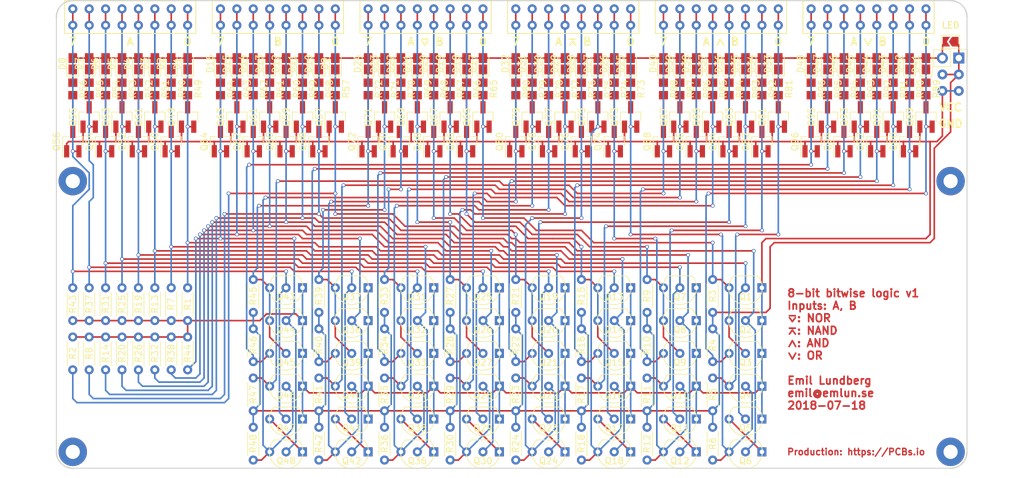
<source format=kicad_pcb>
(kicad_pcb (version 20171130) (host pcbnew "(5.0.0-rc2-200-g1f6f76beb)")
  (layers (0 F.Cu signal) (31 B.Cu signal) (34 B.Paste user) (35 F.Paste user) (36 B.SilkS user) (37 F.SilkS user) (38 B.Mask user) (39 F.Mask user) (44 Edge.Cuts user))
  (net 0 "")
  (net 1 /b0)
  (net 2 /b1)
  (net 3 /b2)
  (net 4 /b3)
  (net 5 /b4)
  (net 6 /b5)
  (net 7 /b6)
  (net 8 /b7)
  (net 9 /a0)
  (net 10 /a1)
  (net 11 /a2)
  (net 12 /a3)
  (net 13 /a4)
  (net 14 /a5)
  (net 15 /a6)
  (net 16 /a7)
  (net 17 VCC)
  (net 18 GND)
  (net 19 /nor0)
  (net 20 /nand0)
  (net 21 /and0)
  (net 22 /or0)
  (net 23 /nor1)
  (net 24 /nand1)
  (net 25 /and1)
  (net 26 /or1)
  (net 27 /nor2)
  (net 28 /nand2)
  (net 29 /and2)
  (net 30 /or2)
  (net 31 /nor3)
  (net 32 /nand3)
  (net 33 /and3)
  (net 34 /or3)
  (net 35 /nor4)
  (net 36 /nand4)
  (net 37 /and4)
  (net 38 /or4)
  (net 39 /nor5)
  (net 40 /nand5)
  (net 41 /and5)
  (net 42 /or5)
  (net 43 /nor6)
  (net 44 /nand6)
  (net 45 /and6)
  (net 46 /or6)
  (net 47 /nor7)
  (net 48 /nand7)
  (net 49 /and7)
  (net 50 /or7)
  (net 51 "Net-(D1-Pad2)")
  (net 52 "Net-(D1-Pad1)")
  (net 53 "Net-(D2-Pad1)")
  (net 54 "Net-(D3-Pad1)")
  (net 55 "Net-(D4-Pad1)")
  (net 56 "Net-(D5-Pad1)")
  (net 57 "Net-(D6-Pad1)")
  (net 58 "Net-(D7-Pad1)")
  (net 59 "Net-(D8-Pad1)")
  (net 60 "Net-(D9-Pad1)")
  (net 61 "Net-(D10-Pad1)")
  (net 62 "Net-(D11-Pad1)")
  (net 63 "Net-(D12-Pad1)")
  (net 64 "Net-(D13-Pad1)")
  (net 65 "Net-(D14-Pad1)")
  (net 66 "Net-(D15-Pad1)")
  (net 67 "Net-(D16-Pad1)")
  (net 68 "Net-(D17-Pad1)")
  (net 69 "Net-(D18-Pad1)")
  (net 70 "Net-(D19-Pad1)")
  (net 71 "Net-(D20-Pad1)")
  (net 72 "Net-(D21-Pad1)")
  (net 73 "Net-(D22-Pad1)")
  (net 74 "Net-(D23-Pad1)")
  (net 75 "Net-(D24-Pad1)")
  (net 76 "Net-(D25-Pad1)")
  (net 77 "Net-(D26-Pad1)")
  (net 78 "Net-(D27-Pad1)")
  (net 79 "Net-(D28-Pad1)")
  (net 80 "Net-(D29-Pad1)")
  (net 81 "Net-(D30-Pad1)")
  (net 82 "Net-(D31-Pad1)")
  (net 83 "Net-(D32-Pad1)")
  (net 84 "Net-(D33-Pad1)")
  (net 85 "Net-(D34-Pad1)")
  (net 86 "Net-(D35-Pad1)")
  (net 87 "Net-(D36-Pad1)")
  (net 88 "Net-(D37-Pad1)")
  (net 89 "Net-(D38-Pad1)")
  (net 90 "Net-(D39-Pad1)")
  (net 91 "Net-(D40-Pad1)")
  (net 92 "Net-(D41-Pad1)")
  (net 93 "Net-(D42-Pad1)")
  (net 94 "Net-(D43-Pad1)")
  (net 95 "Net-(D44-Pad1)")
  (net 96 "Net-(D45-Pad1)")
  (net 97 "Net-(D46-Pad1)")
  (net 98 "Net-(D47-Pad1)")
  (net 99 "Net-(D48-Pad1)")
  (net 100 "Net-(Q5-Pad3)")
  (net 101 "Net-(Q11-Pad3)")
  (net 102 "Net-(Q17-Pad3)")
  (net 103 "Net-(Q23-Pad3)")
  (net 104 "Net-(Q29-Pad3)")
  (net 105 "Net-(Q35-Pad3)")
  (net 106 "Net-(Q41-Pad3)")
  (net 107 "Net-(Q47-Pad3)")
  (net 108 "Net-(Q49-Pad3)")
  (net 109 "Net-(Q50-Pad3)")
  (net 110 "Net-(Q51-Pad3)")
  (net 111 "Net-(Q52-Pad3)")
  (net 112 "Net-(Q53-Pad3)")
  (net 113 "Net-(Q54-Pad3)")
  (net 114 "Net-(Q55-Pad3)")
  (net 115 "Net-(Q56-Pad3)")
  (net 116 "Net-(Q57-Pad3)")
  (net 117 "Net-(Q58-Pad3)")
  (net 118 "Net-(Q59-Pad3)")
  (net 119 "Net-(Q60-Pad3)")
  (net 120 "Net-(Q61-Pad3)")
  (net 121 "Net-(Q62-Pad3)")
  (net 122 "Net-(Q63-Pad3)")
  (net 123 "Net-(Q64-Pad3)")
  (net 124 "Net-(Q65-Pad3)")
  (net 125 "Net-(Q66-Pad3)")
  (net 126 "Net-(Q67-Pad3)")
  (net 127 "Net-(Q68-Pad3)")
  (net 128 "Net-(Q69-Pad3)")
  (net 129 "Net-(Q70-Pad3)")
  (net 130 "Net-(Q71-Pad3)")
  (net 131 "Net-(Q72-Pad3)")
  (net 132 "Net-(Q73-Pad3)")
  (net 133 "Net-(Q74-Pad3)")
  (net 134 "Net-(Q75-Pad3)")
  (net 135 "Net-(Q76-Pad3)")
  (net 136 "Net-(Q77-Pad3)")
  (net 137 "Net-(Q78-Pad3)")
  (net 138 "Net-(Q79-Pad3)")
  (net 139 "Net-(Q80-Pad3)")
  (net 140 "Net-(Q81-Pad3)")
  (net 141 "Net-(Q82-Pad3)")
  (net 142 "Net-(Q83-Pad3)")
  (net 143 "Net-(Q84-Pad3)")
  (net 144 "Net-(Q85-Pad3)")
  (net 145 "Net-(Q86-Pad3)")
  (net 146 "Net-(Q87-Pad3)")
  (net 147 "Net-(Q88-Pad3)")
  (net 148 "Net-(Q89-Pad3)")
  (net 149 "Net-(Q90-Pad3)")
  (net 150 "Net-(Q91-Pad3)")
  (net 151 "Net-(Q92-Pad3)")
  (net 152 "Net-(Q93-Pad3)")
  (net 153 "Net-(Q94-Pad3)")
  (net 154 "Net-(Q95-Pad3)")
  (net 155 "Net-(Q96-Pad3)")
  (module emlun:J2x2-double_2_pole_connector (layer F.Cu) (at 215.9 53.34)
    (fp_text reference J7)
    (fp_text value PWR-2_pole_power_connector)
    (pad 2 thru_hole circle (at 2.54 0 90) (size 1.524 1.524) (drill 0.762) (layers *.Cu *.Mask) (net 17 VCC))
    (pad 1 thru_hole circle (at 2.54 2.54 90) (size 1.524 1.524) (drill 0.762) (layers *.Cu *.Mask) (net 18 GND))
    (pad 1 thru_hole circle (at 0 2.54 90) (size 1.524 1.524) (drill 0.762) (layers *.Cu *.Mask) (net 18 GND))
    (pad 2 thru_hole circle (at 0 0 90) (size 1.524 1.524) (drill 0.762) (layers *.Cu *.Mask) (net 17 VCC))
  )
  (module electrokit:TO-92_Molded_Wide_Inline (layer F.Cu) (at 154.94 91.44 180)
    (fp_text reference Q20 (at 0 -1.401 180) (layer F.SilkS))
    (fp_text value 2N7000 hide)
    (pad 2 thru_hole circle (at 0 0 270) (size 1.4 1.4) (drill 0.7) (layers *.Cu *.Mask) (net 4 /b3))
    (pad 3 thru_hole circle (at 2.54 0 270) (size 1.4 1.4) (drill 0.7) (layers *.Cu *.Mask) (net 31 /nor3))
    (pad 1 thru_hole rect (at -2.54 0 270) (size 1.4 1.4) (drill 0.7) (layers *.Cu *.Mask) (net 18 GND))
  )
  (module electrokit:TO-92_Molded_Wide_Inline (layer F.Cu) (at 175.26 86.36 180)
    (fp_text reference Q7 (at 0 -1.401 180) (layer F.SilkS))
    (fp_text value 2N7000 hide)
    (pad 2 thru_hole circle (at 0 0 270) (size 1.4 1.4) (drill 0.7) (layers *.Cu *.Mask) (net 10 /a1))
    (pad 3 thru_hole circle (at 2.54 0 270) (size 1.4 1.4) (drill 0.7) (layers *.Cu *.Mask) (net 23 /nor1))
    (pad 1 thru_hole rect (at -2.54 0 270) (size 1.4 1.4) (drill 0.7) (layers *.Cu *.Mask) (net 18 GND))
  )
  (module electrokit:TO-92_Molded_Wide_Inline (layer F.Cu) (at 185.42 86.36 180)
    (fp_text reference Q1 (at 0 -1.401 180) (layer F.SilkS))
    (fp_text value 2N7000 hide)
    (pad 2 thru_hole circle (at 0 0 270) (size 1.4 1.4) (drill 0.7) (layers *.Cu *.Mask) (net 9 /a0))
    (pad 3 thru_hole circle (at 2.54 0 270) (size 1.4 1.4) (drill 0.7) (layers *.Cu *.Mask) (net 19 /nor0))
    (pad 1 thru_hole rect (at -2.54 0 270) (size 1.4 1.4) (drill 0.7) (layers *.Cu *.Mask) (net 18 GND))
  )
  (module electrokit:TO-92_Molded_Wide_Inline (layer F.Cu) (at 185.42 91.44 180)
    (fp_text reference Q2 (at 0 -1.401 180) (layer F.SilkS))
    (fp_text value 2N7000 hide)
    (pad 2 thru_hole circle (at 0 0 270) (size 1.4 1.4) (drill 0.7) (layers *.Cu *.Mask) (net 1 /b0))
    (pad 3 thru_hole circle (at 2.54 0 270) (size 1.4 1.4) (drill 0.7) (layers *.Cu *.Mask) (net 19 /nor0))
    (pad 1 thru_hole rect (at -2.54 0 270) (size 1.4 1.4) (drill 0.7) (layers *.Cu *.Mask) (net 18 GND))
  )
  (module electrokit:TO-92_Molded_Wide_Inline (layer F.Cu) (at 185.42 96.52 180)
    (fp_text reference Q3 (at 0 -1.401 180) (layer F.SilkS))
    (fp_text value 2N7000 hide)
    (pad 2 thru_hole circle (at 0 0 270) (size 1.4 1.4) (drill 0.7) (layers *.Cu *.Mask) (net 19 /nor0))
    (pad 3 thru_hole circle (at 2.54 0 270) (size 1.4 1.4) (drill 0.7) (layers *.Cu *.Mask) (net 22 /or0))
    (pad 1 thru_hole rect (at -2.54 0 270) (size 1.4 1.4) (drill 0.7) (layers *.Cu *.Mask) (net 18 GND))
  )
  (module electrokit:TO-92_Molded_Wide_Inline (layer F.Cu) (at 185.42 101.6 180)
    (fp_text reference Q4 (at 0 -1.401 180) (layer F.SilkS))
    (fp_text value 2N7000 hide)
    (pad 2 thru_hole circle (at 0 0 270) (size 1.4 1.4) (drill 0.7) (layers *.Cu *.Mask) (net 20 /nand0))
    (pad 3 thru_hole circle (at 2.54 0 270) (size 1.4 1.4) (drill 0.7) (layers *.Cu *.Mask) (net 21 /and0))
    (pad 1 thru_hole rect (at -2.54 0 270) (size 1.4 1.4) (drill 0.7) (layers *.Cu *.Mask) (net 18 GND))
  )
  (module electrokit:TO-92_Molded_Wide_Inline (layer F.Cu) (at 185.42 106.68 180)
    (fp_text reference Q5 (at 0 -1.401 180) (layer F.SilkS))
    (fp_text value 2N7000 hide)
    (pad 2 thru_hole circle (at 0 0 270) (size 1.4 1.4) (drill 0.7) (layers *.Cu *.Mask) (net 9 /a0))
    (pad 3 thru_hole circle (at 2.54 0 270) (size 1.4 1.4) (drill 0.7) (layers *.Cu *.Mask) (net 100 "Net-(Q5-Pad3)"))
    (pad 1 thru_hole rect (at -2.54 0 270) (size 1.4 1.4) (drill 0.7) (layers *.Cu *.Mask) (net 18 GND))
  )
  (module electrokit:TO-92_Molded_Wide_Inline (layer F.Cu) (at 185.42 111.76 180)
    (fp_text reference Q6 (at 0 -1.401 180) (layer F.SilkS))
    (fp_text value 2N7000 hide)
    (pad 2 thru_hole circle (at 0 0 270) (size 1.4 1.4) (drill 0.7) (layers *.Cu *.Mask) (net 1 /b0))
    (pad 3 thru_hole circle (at 2.54 0 270) (size 1.4 1.4) (drill 0.7) (layers *.Cu *.Mask) (net 20 /nand0))
    (pad 1 thru_hole rect (at -2.54 0 270) (size 1.4 1.4) (drill 0.7) (layers *.Cu *.Mask) (net 100 "Net-(Q5-Pad3)"))
  )
  (module electrokit:TO-92_Molded_Wide_Inline (layer F.Cu) (at 175.26 91.44 180)
    (fp_text reference Q8 (at 0 -1.401 180) (layer F.SilkS))
    (fp_text value 2N7000 hide)
    (pad 2 thru_hole circle (at 0 0 270) (size 1.4 1.4) (drill 0.7) (layers *.Cu *.Mask) (net 2 /b1))
    (pad 3 thru_hole circle (at 2.54 0 270) (size 1.4 1.4) (drill 0.7) (layers *.Cu *.Mask) (net 23 /nor1))
    (pad 1 thru_hole rect (at -2.54 0 270) (size 1.4 1.4) (drill 0.7) (layers *.Cu *.Mask) (net 18 GND))
  )
  (module electrokit:TO-92_Molded_Wide_Inline (layer F.Cu) (at 175.26 96.52 180)
    (fp_text reference Q9 (at 0 -1.401 180) (layer F.SilkS))
    (fp_text value 2N7000 hide)
    (pad 2 thru_hole circle (at 0 0 270) (size 1.4 1.4) (drill 0.7) (layers *.Cu *.Mask) (net 23 /nor1))
    (pad 3 thru_hole circle (at 2.54 0 270) (size 1.4 1.4) (drill 0.7) (layers *.Cu *.Mask) (net 26 /or1))
    (pad 1 thru_hole rect (at -2.54 0 270) (size 1.4 1.4) (drill 0.7) (layers *.Cu *.Mask) (net 18 GND))
  )
  (module electrokit:TO-92_Molded_Wide_Inline (layer F.Cu) (at 175.26 101.6 180)
    (fp_text reference Q10 (at 0 -1.401 180) (layer F.SilkS))
    (fp_text value 2N7000 hide)
    (pad 2 thru_hole circle (at 0 0 270) (size 1.4 1.4) (drill 0.7) (layers *.Cu *.Mask) (net 24 /nand1))
    (pad 3 thru_hole circle (at 2.54 0 270) (size 1.4 1.4) (drill 0.7) (layers *.Cu *.Mask) (net 25 /and1))
    (pad 1 thru_hole rect (at -2.54 0 270) (size 1.4 1.4) (drill 0.7) (layers *.Cu *.Mask) (net 18 GND))
  )
  (module electrokit:TO-92_Molded_Wide_Inline (layer F.Cu) (at 175.26 106.68 180)
    (fp_text reference Q11 (at 0 -1.401 180) (layer F.SilkS))
    (fp_text value 2N7000 hide)
    (pad 2 thru_hole circle (at 0 0 270) (size 1.4 1.4) (drill 0.7) (layers *.Cu *.Mask) (net 10 /a1))
    (pad 3 thru_hole circle (at 2.54 0 270) (size 1.4 1.4) (drill 0.7) (layers *.Cu *.Mask) (net 101 "Net-(Q11-Pad3)"))
    (pad 1 thru_hole rect (at -2.54 0 270) (size 1.4 1.4) (drill 0.7) (layers *.Cu *.Mask) (net 18 GND))
  )
  (module electrokit:TO-92_Molded_Wide_Inline (layer F.Cu) (at 175.26 111.76 180)
    (fp_text reference Q12 (at 0 -1.401 180) (layer F.SilkS))
    (fp_text value 2N7000 hide)
    (pad 2 thru_hole circle (at 0 0 270) (size 1.4 1.4) (drill 0.7) (layers *.Cu *.Mask) (net 2 /b1))
    (pad 3 thru_hole circle (at 2.54 0 270) (size 1.4 1.4) (drill 0.7) (layers *.Cu *.Mask) (net 24 /nand1))
    (pad 1 thru_hole rect (at -2.54 0 270) (size 1.4 1.4) (drill 0.7) (layers *.Cu *.Mask) (net 101 "Net-(Q11-Pad3)"))
  )
  (module electrokit:TO-92_Molded_Wide_Inline (layer F.Cu) (at 165.1 86.36 180)
    (fp_text reference Q13 (at 0 -1.401 180) (layer F.SilkS))
    (fp_text value 2N7000 hide)
    (pad 2 thru_hole circle (at 0 0 270) (size 1.4 1.4) (drill 0.7) (layers *.Cu *.Mask) (net 11 /a2))
    (pad 3 thru_hole circle (at 2.54 0 270) (size 1.4 1.4) (drill 0.7) (layers *.Cu *.Mask) (net 27 /nor2))
    (pad 1 thru_hole rect (at -2.54 0 270) (size 1.4 1.4) (drill 0.7) (layers *.Cu *.Mask) (net 18 GND))
  )
  (module electrokit:TO-92_Molded_Wide_Inline (layer F.Cu) (at 165.1 91.44 180)
    (fp_text reference Q14 (at 0 -1.401 180) (layer F.SilkS))
    (fp_text value 2N7000 hide)
    (pad 2 thru_hole circle (at 0 0 270) (size 1.4 1.4) (drill 0.7) (layers *.Cu *.Mask) (net 3 /b2))
    (pad 3 thru_hole circle (at 2.54 0 270) (size 1.4 1.4) (drill 0.7) (layers *.Cu *.Mask) (net 27 /nor2))
    (pad 1 thru_hole rect (at -2.54 0 270) (size 1.4 1.4) (drill 0.7) (layers *.Cu *.Mask) (net 18 GND))
  )
  (module electrokit:TO-92_Molded_Wide_Inline (layer F.Cu) (at 165.1 96.52 180)
    (fp_text reference Q15 (at 0 -1.401 180) (layer F.SilkS))
    (fp_text value 2N7000 hide)
    (pad 2 thru_hole circle (at 0 0 270) (size 1.4 1.4) (drill 0.7) (layers *.Cu *.Mask) (net 27 /nor2))
    (pad 3 thru_hole circle (at 2.54 0 270) (size 1.4 1.4) (drill 0.7) (layers *.Cu *.Mask) (net 30 /or2))
    (pad 1 thru_hole rect (at -2.54 0 270) (size 1.4 1.4) (drill 0.7) (layers *.Cu *.Mask) (net 18 GND))
  )
  (module electrokit:TO-92_Molded_Wide_Inline (layer F.Cu) (at 165.1 101.6 180)
    (fp_text reference Q16 (at 0 -1.401 180) (layer F.SilkS))
    (fp_text value 2N7000 hide)
    (pad 2 thru_hole circle (at 0 0 270) (size 1.4 1.4) (drill 0.7) (layers *.Cu *.Mask) (net 28 /nand2))
    (pad 3 thru_hole circle (at 2.54 0 270) (size 1.4 1.4) (drill 0.7) (layers *.Cu *.Mask) (net 29 /and2))
    (pad 1 thru_hole rect (at -2.54 0 270) (size 1.4 1.4) (drill 0.7) (layers *.Cu *.Mask) (net 18 GND))
  )
  (module electrokit:TO-92_Molded_Wide_Inline (layer F.Cu) (at 165.1 106.68 180)
    (fp_text reference Q17 (at 0 -1.401 180) (layer F.SilkS))
    (fp_text value 2N7000 hide)
    (pad 2 thru_hole circle (at 0 0 270) (size 1.4 1.4) (drill 0.7) (layers *.Cu *.Mask) (net 11 /a2))
    (pad 3 thru_hole circle (at 2.54 0 270) (size 1.4 1.4) (drill 0.7) (layers *.Cu *.Mask) (net 102 "Net-(Q17-Pad3)"))
    (pad 1 thru_hole rect (at -2.54 0 270) (size 1.4 1.4) (drill 0.7) (layers *.Cu *.Mask) (net 18 GND))
  )
  (module electrokit:TO-92_Molded_Wide_Inline (layer F.Cu) (at 165.1 111.76 180)
    (fp_text reference Q18 (at 0 -1.401 180) (layer F.SilkS))
    (fp_text value 2N7000 hide)
    (pad 2 thru_hole circle (at 0 0 270) (size 1.4 1.4) (drill 0.7) (layers *.Cu *.Mask) (net 3 /b2))
    (pad 3 thru_hole circle (at 2.54 0 270) (size 1.4 1.4) (drill 0.7) (layers *.Cu *.Mask) (net 28 /nand2))
    (pad 1 thru_hole rect (at -2.54 0 270) (size 1.4 1.4) (drill 0.7) (layers *.Cu *.Mask) (net 102 "Net-(Q17-Pad3)"))
  )
  (module electrokit:TO-92_Molded_Wide_Inline (layer F.Cu) (at 154.94 86.36 180)
    (fp_text reference Q19 (at 0 -1.401 180) (layer F.SilkS))
    (fp_text value 2N7000 hide)
    (pad 2 thru_hole circle (at 0 0 270) (size 1.4 1.4) (drill 0.7) (layers *.Cu *.Mask) (net 12 /a3))
    (pad 3 thru_hole circle (at 2.54 0 270) (size 1.4 1.4) (drill 0.7) (layers *.Cu *.Mask) (net 31 /nor3))
    (pad 1 thru_hole rect (at -2.54 0 270) (size 1.4 1.4) (drill 0.7) (layers *.Cu *.Mask) (net 18 GND))
  )
  (module electrokit:TO-92_Molded_Wide_Inline (layer F.Cu) (at 154.94 96.52 180)
    (fp_text reference Q21 (at 0 -1.401 180) (layer F.SilkS))
    (fp_text value 2N7000 hide)
    (pad 2 thru_hole circle (at 0 0 270) (size 1.4 1.4) (drill 0.7) (layers *.Cu *.Mask) (net 31 /nor3))
    (pad 3 thru_hole circle (at 2.54 0 270) (size 1.4 1.4) (drill 0.7) (layers *.Cu *.Mask) (net 34 /or3))
    (pad 1 thru_hole rect (at -2.54 0 270) (size 1.4 1.4) (drill 0.7) (layers *.Cu *.Mask) (net 18 GND))
  )
  (module electrokit:TO-92_Molded_Wide_Inline (layer F.Cu) (at 154.94 101.6 180)
    (fp_text reference Q22 (at 0 -1.401 180) (layer F.SilkS))
    (fp_text value 2N7000 hide)
    (pad 2 thru_hole circle (at 0 0 270) (size 1.4 1.4) (drill 0.7) (layers *.Cu *.Mask) (net 32 /nand3))
    (pad 3 thru_hole circle (at 2.54 0 270) (size 1.4 1.4) (drill 0.7) (layers *.Cu *.Mask) (net 33 /and3))
    (pad 1 thru_hole rect (at -2.54 0 270) (size 1.4 1.4) (drill 0.7) (layers *.Cu *.Mask) (net 18 GND))
  )
  (module electrokit:TO-92_Molded_Wide_Inline (layer F.Cu) (at 154.94 106.68 180)
    (fp_text reference Q23 (at 0 -1.401 180) (layer F.SilkS))
    (fp_text value 2N7000 hide)
    (pad 2 thru_hole circle (at 0 0 270) (size 1.4 1.4) (drill 0.7) (layers *.Cu *.Mask) (net 12 /a3))
    (pad 3 thru_hole circle (at 2.54 0 270) (size 1.4 1.4) (drill 0.7) (layers *.Cu *.Mask) (net 103 "Net-(Q23-Pad3)"))
    (pad 1 thru_hole rect (at -2.54 0 270) (size 1.4 1.4) (drill 0.7) (layers *.Cu *.Mask) (net 18 GND))
  )
  (module electrokit:TO-92_Molded_Wide_Inline (layer F.Cu) (at 154.94 111.76 180)
    (fp_text reference Q24 (at 0 -1.401 180) (layer F.SilkS))
    (fp_text value 2N7000 hide)
    (pad 2 thru_hole circle (at 0 0 270) (size 1.4 1.4) (drill 0.7) (layers *.Cu *.Mask) (net 4 /b3))
    (pad 3 thru_hole circle (at 2.54 0 270) (size 1.4 1.4) (drill 0.7) (layers *.Cu *.Mask) (net 32 /nand3))
    (pad 1 thru_hole rect (at -2.54 0 270) (size 1.4 1.4) (drill 0.7) (layers *.Cu *.Mask) (net 103 "Net-(Q23-Pad3)"))
  )
  (module electrokit:TO-92_Molded_Wide_Inline (layer F.Cu) (at 144.78 86.36 180)
    (fp_text reference Q25 (at 0 -1.401 180) (layer F.SilkS))
    (fp_text value 2N7000 hide)
    (pad 2 thru_hole circle (at 0 0 270) (size 1.4 1.4) (drill 0.7) (layers *.Cu *.Mask) (net 13 /a4))
    (pad 3 thru_hole circle (at 2.54 0 270) (size 1.4 1.4) (drill 0.7) (layers *.Cu *.Mask) (net 35 /nor4))
    (pad 1 thru_hole rect (at -2.54 0 270) (size 1.4 1.4) (drill 0.7) (layers *.Cu *.Mask) (net 18 GND))
  )
  (module electrokit:TO-92_Molded_Wide_Inline (layer F.Cu) (at 144.78 91.44 180)
    (fp_text reference Q26 (at 0 -1.401 180) (layer F.SilkS))
    (fp_text value 2N7000 hide)
    (pad 2 thru_hole circle (at 0 0 270) (size 1.4 1.4) (drill 0.7) (layers *.Cu *.Mask) (net 5 /b4))
    (pad 3 thru_hole circle (at 2.54 0 270) (size 1.4 1.4) (drill 0.7) (layers *.Cu *.Mask) (net 35 /nor4))
    (pad 1 thru_hole rect (at -2.54 0 270) (size 1.4 1.4) (drill 0.7) (layers *.Cu *.Mask) (net 18 GND))
  )
  (module electrokit:TO-92_Molded_Wide_Inline (layer F.Cu) (at 144.78 96.52 180)
    (fp_text reference Q27 (at 0 -1.401 180) (layer F.SilkS))
    (fp_text value 2N7000 hide)
    (pad 2 thru_hole circle (at 0 0 270) (size 1.4 1.4) (drill 0.7) (layers *.Cu *.Mask) (net 35 /nor4))
    (pad 3 thru_hole circle (at 2.54 0 270) (size 1.4 1.4) (drill 0.7) (layers *.Cu *.Mask) (net 38 /or4))
    (pad 1 thru_hole rect (at -2.54 0 270) (size 1.4 1.4) (drill 0.7) (layers *.Cu *.Mask) (net 18 GND))
  )
  (module electrokit:TO-92_Molded_Wide_Inline (layer F.Cu) (at 144.78 101.6 180)
    (fp_text reference Q28 (at 0 -1.401 180) (layer F.SilkS))
    (fp_text value 2N7000 hide)
    (pad 2 thru_hole circle (at 0 0 270) (size 1.4 1.4) (drill 0.7) (layers *.Cu *.Mask) (net 36 /nand4))
    (pad 3 thru_hole circle (at 2.54 0 270) (size 1.4 1.4) (drill 0.7) (layers *.Cu *.Mask) (net 37 /and4))
    (pad 1 thru_hole rect (at -2.54 0 270) (size 1.4 1.4) (drill 0.7) (layers *.Cu *.Mask) (net 18 GND))
  )
  (module electrokit:TO-92_Molded_Wide_Inline (layer F.Cu) (at 144.78 106.68 180)
    (fp_text reference Q29 (at 0 -1.401 180) (layer F.SilkS))
    (fp_text value 2N7000 hide)
    (pad 2 thru_hole circle (at 0 0 270) (size 1.4 1.4) (drill 0.7) (layers *.Cu *.Mask) (net 13 /a4))
    (pad 3 thru_hole circle (at 2.54 0 270) (size 1.4 1.4) (drill 0.7) (layers *.Cu *.Mask) (net 104 "Net-(Q29-Pad3)"))
    (pad 1 thru_hole rect (at -2.54 0 270) (size 1.4 1.4) (drill 0.7) (layers *.Cu *.Mask) (net 18 GND))
  )
  (module electrokit:TO-92_Molded_Wide_Inline (layer F.Cu) (at 144.78 111.76 180)
    (fp_text reference Q30 (at 0 -1.401 180) (layer F.SilkS))
    (fp_text value 2N7000 hide)
    (pad 2 thru_hole circle (at 0 0 270) (size 1.4 1.4) (drill 0.7) (layers *.Cu *.Mask) (net 5 /b4))
    (pad 3 thru_hole circle (at 2.54 0 270) (size 1.4 1.4) (drill 0.7) (layers *.Cu *.Mask) (net 36 /nand4))
    (pad 1 thru_hole rect (at -2.54 0 270) (size 1.4 1.4) (drill 0.7) (layers *.Cu *.Mask) (net 104 "Net-(Q29-Pad3)"))
  )
  (module electrokit:TO-92_Molded_Wide_Inline (layer F.Cu) (at 134.62 86.36 180)
    (fp_text reference Q31 (at 0 -1.401 180) (layer F.SilkS))
    (fp_text value 2N7000 hide)
    (pad 2 thru_hole circle (at 0 0 270) (size 1.4 1.4) (drill 0.7) (layers *.Cu *.Mask) (net 14 /a5))
    (pad 3 thru_hole circle (at 2.54 0 270) (size 1.4 1.4) (drill 0.7) (layers *.Cu *.Mask) (net 39 /nor5))
    (pad 1 thru_hole rect (at -2.54 0 270) (size 1.4 1.4) (drill 0.7) (layers *.Cu *.Mask) (net 18 GND))
  )
  (module electrokit:TO-92_Molded_Wide_Inline (layer F.Cu) (at 134.62 91.44 180)
    (fp_text reference Q32 (at 0 -1.401 180) (layer F.SilkS))
    (fp_text value 2N7000 hide)
    (pad 2 thru_hole circle (at 0 0 270) (size 1.4 1.4) (drill 0.7) (layers *.Cu *.Mask) (net 6 /b5))
    (pad 3 thru_hole circle (at 2.54 0 270) (size 1.4 1.4) (drill 0.7) (layers *.Cu *.Mask) (net 39 /nor5))
    (pad 1 thru_hole rect (at -2.54 0 270) (size 1.4 1.4) (drill 0.7) (layers *.Cu *.Mask) (net 18 GND))
  )
  (module electrokit:TO-92_Molded_Wide_Inline (layer F.Cu) (at 134.62 96.52 180)
    (fp_text reference Q33 (at 0 -1.401 180) (layer F.SilkS))
    (fp_text value 2N7000 hide)
    (pad 2 thru_hole circle (at 0 0 270) (size 1.4 1.4) (drill 0.7) (layers *.Cu *.Mask) (net 39 /nor5))
    (pad 3 thru_hole circle (at 2.54 0 270) (size 1.4 1.4) (drill 0.7) (layers *.Cu *.Mask) (net 42 /or5))
    (pad 1 thru_hole rect (at -2.54 0 270) (size 1.4 1.4) (drill 0.7) (layers *.Cu *.Mask) (net 18 GND))
  )
  (module electrokit:TO-92_Molded_Wide_Inline (layer F.Cu) (at 134.62 101.6 180)
    (fp_text reference Q34 (at 0 -1.401 180) (layer F.SilkS))
    (fp_text value 2N7000 hide)
    (pad 2 thru_hole circle (at 0 0 270) (size 1.4 1.4) (drill 0.7) (layers *.Cu *.Mask) (net 40 /nand5))
    (pad 3 thru_hole circle (at 2.54 0 270) (size 1.4 1.4) (drill 0.7) (layers *.Cu *.Mask) (net 41 /and5))
    (pad 1 thru_hole rect (at -2.54 0 270) (size 1.4 1.4) (drill 0.7) (layers *.Cu *.Mask) (net 18 GND))
  )
  (module electrokit:TO-92_Molded_Wide_Inline (layer F.Cu) (at 134.62 106.68 180)
    (fp_text reference Q35 (at 0 -1.401 180) (layer F.SilkS))
    (fp_text value 2N7000 hide)
    (pad 2 thru_hole circle (at 0 0 270) (size 1.4 1.4) (drill 0.7) (layers *.Cu *.Mask) (net 14 /a5))
    (pad 3 thru_hole circle (at 2.54 0 270) (size 1.4 1.4) (drill 0.7) (layers *.Cu *.Mask) (net 105 "Net-(Q35-Pad3)"))
    (pad 1 thru_hole rect (at -2.54 0 270) (size 1.4 1.4) (drill 0.7) (layers *.Cu *.Mask) (net 18 GND))
  )
  (module electrokit:TO-92_Molded_Wide_Inline (layer F.Cu) (at 134.62 111.76 180)
    (fp_text reference Q36 (at 0 -1.401 180) (layer F.SilkS))
    (fp_text value 2N7000 hide)
    (pad 2 thru_hole circle (at 0 0 270) (size 1.4 1.4) (drill 0.7) (layers *.Cu *.Mask) (net 6 /b5))
    (pad 3 thru_hole circle (at 2.54 0 270) (size 1.4 1.4) (drill 0.7) (layers *.Cu *.Mask) (net 40 /nand5))
    (pad 1 thru_hole rect (at -2.54 0 270) (size 1.4 1.4) (drill 0.7) (layers *.Cu *.Mask) (net 105 "Net-(Q35-Pad3)"))
  )
  (module electrokit:TO-92_Molded_Wide_Inline (layer F.Cu) (at 124.46 86.36 180)
    (fp_text reference Q37 (at 0 -1.401 180) (layer F.SilkS))
    (fp_text value 2N7000 hide)
    (pad 2 thru_hole circle (at 0 0 270) (size 1.4 1.4) (drill 0.7) (layers *.Cu *.Mask) (net 15 /a6))
    (pad 3 thru_hole circle (at 2.54 0 270) (size 1.4 1.4) (drill 0.7) (layers *.Cu *.Mask) (net 43 /nor6))
    (pad 1 thru_hole rect (at -2.54 0 270) (size 1.4 1.4) (drill 0.7) (layers *.Cu *.Mask) (net 18 GND))
  )
  (module electrokit:TO-92_Molded_Wide_Inline (layer F.Cu) (at 124.46 91.44 180)
    (fp_text reference Q38 (at 0 -1.401 180) (layer F.SilkS))
    (fp_text value 2N7000 hide)
    (pad 2 thru_hole circle (at 0 0 270) (size 1.4 1.4) (drill 0.7) (layers *.Cu *.Mask) (net 7 /b6))
    (pad 3 thru_hole circle (at 2.54 0 270) (size 1.4 1.4) (drill 0.7) (layers *.Cu *.Mask) (net 43 /nor6))
    (pad 1 thru_hole rect (at -2.54 0 270) (size 1.4 1.4) (drill 0.7) (layers *.Cu *.Mask) (net 18 GND))
  )
  (module electrokit:TO-92_Molded_Wide_Inline (layer F.Cu) (at 124.46 96.52 180)
    (fp_text reference Q39 (at 0 -1.401 180) (layer F.SilkS))
    (fp_text value 2N7000 hide)
    (pad 2 thru_hole circle (at 0 0 270) (size 1.4 1.4) (drill 0.7) (layers *.Cu *.Mask) (net 43 /nor6))
    (pad 3 thru_hole circle (at 2.54 0 270) (size 1.4 1.4) (drill 0.7) (layers *.Cu *.Mask) (net 46 /or6))
    (pad 1 thru_hole rect (at -2.54 0 270) (size 1.4 1.4) (drill 0.7) (layers *.Cu *.Mask) (net 18 GND))
  )
  (module electrokit:TO-92_Molded_Wide_Inline (layer F.Cu) (at 124.46 101.6 180)
    (fp_text reference Q40 (at 0 -1.401 180) (layer F.SilkS))
    (fp_text value 2N7000 hide)
    (pad 2 thru_hole circle (at 0 0 270) (size 1.4 1.4) (drill 0.7) (layers *.Cu *.Mask) (net 44 /nand6))
    (pad 3 thru_hole circle (at 2.54 0 270) (size 1.4 1.4) (drill 0.7) (layers *.Cu *.Mask) (net 45 /and6))
    (pad 1 thru_hole rect (at -2.54 0 270) (size 1.4 1.4) (drill 0.7) (layers *.Cu *.Mask) (net 18 GND))
  )
  (module electrokit:TO-92_Molded_Wide_Inline (layer F.Cu) (at 124.46 106.68 180)
    (fp_text reference Q41 (at 0 -1.401 180) (layer F.SilkS))
    (fp_text value 2N7000 hide)
    (pad 2 thru_hole circle (at 0 0 270) (size 1.4 1.4) (drill 0.7) (layers *.Cu *.Mask) (net 15 /a6))
    (pad 3 thru_hole circle (at 2.54 0 270) (size 1.4 1.4) (drill 0.7) (layers *.Cu *.Mask) (net 106 "Net-(Q41-Pad3)"))
    (pad 1 thru_hole rect (at -2.54 0 270) (size 1.4 1.4) (drill 0.7) (layers *.Cu *.Mask) (net 18 GND))
  )
  (module electrokit:TO-92_Molded_Wide_Inline (layer F.Cu) (at 124.46 111.76 180)
    (fp_text reference Q42 (at 0 -1.401 180) (layer F.SilkS))
    (fp_text value 2N7000 hide)
    (pad 2 thru_hole circle (at 0 0 270) (size 1.4 1.4) (drill 0.7) (layers *.Cu *.Mask) (net 7 /b6))
    (pad 3 thru_hole circle (at 2.54 0 270) (size 1.4 1.4) (drill 0.7) (layers *.Cu *.Mask) (net 44 /nand6))
    (pad 1 thru_hole rect (at -2.54 0 270) (size 1.4 1.4) (drill 0.7) (layers *.Cu *.Mask) (net 106 "Net-(Q41-Pad3)"))
  )
  (module electrokit:TO-92_Molded_Wide_Inline (layer F.Cu) (at 114.3 86.36 180)
    (fp_text reference Q43 (at 0 -1.401 180) (layer F.SilkS))
    (fp_text value 2N7000 hide)
    (pad 2 thru_hole circle (at 0 0 270) (size 1.4 1.4) (drill 0.7) (layers *.Cu *.Mask) (net 16 /a7))
    (pad 3 thru_hole circle (at 2.54 0 270) (size 1.4 1.4) (drill 0.7) (layers *.Cu *.Mask) (net 47 /nor7))
    (pad 1 thru_hole rect (at -2.54 0 270) (size 1.4 1.4) (drill 0.7) (layers *.Cu *.Mask) (net 18 GND))
  )
  (module electrokit:TO-92_Molded_Wide_Inline (layer F.Cu) (at 114.3 91.44 180)
    (fp_text reference Q44 (at 0 -1.401 180) (layer F.SilkS))
    (fp_text value 2N7000 hide)
    (pad 2 thru_hole circle (at 0 0 270) (size 1.4 1.4) (drill 0.7) (layers *.Cu *.Mask) (net 8 /b7))
    (pad 3 thru_hole circle (at 2.54 0 270) (size 1.4 1.4) (drill 0.7) (layers *.Cu *.Mask) (net 47 /nor7))
    (pad 1 thru_hole rect (at -2.54 0 270) (size 1.4 1.4) (drill 0.7) (layers *.Cu *.Mask) (net 18 GND))
  )
  (module electrokit:TO-92_Molded_Wide_Inline (layer F.Cu) (at 114.3 96.52 180)
    (fp_text reference Q45 (at 0 -1.401 180) (layer F.SilkS))
    (fp_text value 2N7000 hide)
    (pad 2 thru_hole circle (at 0 0 270) (size 1.4 1.4) (drill 0.7) (layers *.Cu *.Mask) (net 47 /nor7))
    (pad 3 thru_hole circle (at 2.54 0 270) (size 1.4 1.4) (drill 0.7) (layers *.Cu *.Mask) (net 50 /or7))
    (pad 1 thru_hole rect (at -2.54 0 270) (size 1.4 1.4) (drill 0.7) (layers *.Cu *.Mask) (net 18 GND))
  )
  (module electrokit:TO-92_Molded_Wide_Inline (layer F.Cu) (at 114.3 101.6 180)
    (fp_text reference Q46 (at 0 -1.401 180) (layer F.SilkS))
    (fp_text value 2N7000 hide)
    (pad 2 thru_hole circle (at 0 0 270) (size 1.4 1.4) (drill 0.7) (layers *.Cu *.Mask) (net 48 /nand7))
    (pad 3 thru_hole circle (at 2.54 0 270) (size 1.4 1.4) (drill 0.7) (layers *.Cu *.Mask) (net 49 /and7))
    (pad 1 thru_hole rect (at -2.54 0 270) (size 1.4 1.4) (drill 0.7) (layers *.Cu *.Mask) (net 18 GND))
  )
  (module electrokit:TO-92_Molded_Wide_Inline (layer F.Cu) (at 114.3 106.68 180)
    (fp_text reference Q47 (at 0 -1.401 180) (layer F.SilkS))
    (fp_text value 2N7000 hide)
    (pad 2 thru_hole circle (at 0 0 270) (size 1.4 1.4) (drill 0.7) (layers *.Cu *.Mask) (net 16 /a7))
    (pad 3 thru_hole circle (at 2.54 0 270) (size 1.4 1.4) (drill 0.7) (layers *.Cu *.Mask) (net 107 "Net-(Q47-Pad3)"))
    (pad 1 thru_hole rect (at -2.54 0 270) (size 1.4 1.4) (drill 0.7) (layers *.Cu *.Mask) (net 18 GND))
  )
  (module electrokit:TO-92_Molded_Wide_Inline (layer F.Cu) (at 114.3 111.76 180)
    (fp_text reference Q48 (at 0 -1.401 180) (layer F.SilkS))
    (fp_text value 2N7000 hide)
    (pad 2 thru_hole circle (at 0 0 270) (size 1.4 1.4) (drill 0.7) (layers *.Cu *.Mask) (net 8 /b7))
    (pad 3 thru_hole circle (at 2.54 0 270) (size 1.4 1.4) (drill 0.7) (layers *.Cu *.Mask) (net 48 /nand7))
    (pad 1 thru_hole rect (at -2.54 0 270) (size 1.4 1.4) (drill 0.7) (layers *.Cu *.Mask) (net 107 "Net-(Q47-Pad3)"))
  )
  (module emlun:R_Axial_DIN0204_L3.6mm_D1.6mm_P5.08mm_Horizontal (layer F.Cu) (at 99.06 91.44 90)
    (fp_text reference R1 (at 2.54 0 90) (layer F.SilkS))
    (fp_text value R hide)
    (pad 1 thru_hole circle (at 0 0 90) (size 1.4 1.4) (drill 0.7) (layers *.Cu *.Mask) (net 18 GND))
    (pad 2 thru_hole oval (at 5.08 0 90) (size 1.4 1.4) (drill 0.7) (layers *.Cu *.Mask) (net 9 /a0))
  )
  (module emlun:R_Axial_DIN0204_L3.6mm_D1.6mm_P5.08mm_Horizontal (layer F.Cu) (at 81.28 99.06 90)
    (fp_text reference R2 (at 2.54 0 90) (layer F.SilkS))
    (fp_text value R hide)
    (pad 1 thru_hole circle (at 0 0 90) (size 1.4 1.4) (drill 0.7) (layers *.Cu *.Mask) (net 1 /b0))
    (pad 2 thru_hole oval (at 5.08 0 90) (size 1.4 1.4) (drill 0.7) (layers *.Cu *.Mask) (net 18 GND))
  )
  (module emlun:R_Axial_DIN0204_L3.6mm_D1.6mm_P5.08mm_Horizontal (layer F.Cu) (at 180.34 90.17 90)
    (fp_text reference R3 (at 2.54 0 90) (layer F.SilkS))
    (fp_text value R hide)
    (pad 1 thru_hole circle (at 0 0 90) (size 1.4 1.4) (drill 0.7) (layers *.Cu *.Mask) (net 17 VCC))
    (pad 2 thru_hole oval (at 5.08 0 90) (size 1.4 1.4) (drill 0.7) (layers *.Cu *.Mask) (net 19 /nor0))
  )
  (module emlun:R_Axial_DIN0204_L3.6mm_D1.6mm_P5.08mm_Horizontal (layer F.Cu) (at 180.34 92.71 270)
    (fp_text reference R4 (at 2.54 0 270) (layer F.SilkS))
    (fp_text value R hide)
    (pad 1 thru_hole circle (at 0 0 270) (size 1.4 1.4) (drill 0.7) (layers *.Cu *.Mask) (net 17 VCC))
    (pad 2 thru_hole oval (at 5.08 0 270) (size 1.4 1.4) (drill 0.7) (layers *.Cu *.Mask) (net 22 /or0))
  )
  (module emlun:R_Axial_DIN0204_L3.6mm_D1.6mm_P5.08mm_Horizontal (layer F.Cu) (at 180.34 105.41 90)
    (fp_text reference R5 (at 2.54 0 90) (layer F.SilkS))
    (fp_text value R hide)
    (pad 1 thru_hole circle (at 0 0 90) (size 1.4 1.4) (drill 0.7) (layers *.Cu *.Mask) (net 17 VCC))
    (pad 2 thru_hole oval (at 5.08 0 90) (size 1.4 1.4) (drill 0.7) (layers *.Cu *.Mask) (net 21 /and0))
  )
  (module emlun:R_Axial_DIN0204_L3.6mm_D1.6mm_P5.08mm_Horizontal (layer F.Cu) (at 180.34 107.95 270)
    (fp_text reference R6 (at 2.54 0 270) (layer F.SilkS))
    (fp_text value R hide)
    (pad 1 thru_hole circle (at 0 0 270) (size 1.4 1.4) (drill 0.7) (layers *.Cu *.Mask) (net 17 VCC))
    (pad 2 thru_hole oval (at 5.08 0 270) (size 1.4 1.4) (drill 0.7) (layers *.Cu *.Mask) (net 20 /nand0))
  )
  (module emlun:R_Axial_DIN0204_L3.6mm_D1.6mm_P5.08mm_Horizontal (layer F.Cu) (at 96.52 91.44 90)
    (fp_text reference R7 (at 2.54 0 90) (layer F.SilkS))
    (fp_text value R hide)
    (pad 1 thru_hole circle (at 0 0 90) (size 1.4 1.4) (drill 0.7) (layers *.Cu *.Mask) (net 18 GND))
    (pad 2 thru_hole oval (at 5.08 0 90) (size 1.4 1.4) (drill 0.7) (layers *.Cu *.Mask) (net 10 /a1))
  )
  (module emlun:R_Axial_DIN0204_L3.6mm_D1.6mm_P5.08mm_Horizontal (layer F.Cu) (at 83.82 99.06 90)
    (fp_text reference R8 (at 2.54 0 90) (layer F.SilkS))
    (fp_text value R hide)
    (pad 1 thru_hole circle (at 0 0 90) (size 1.4 1.4) (drill 0.7) (layers *.Cu *.Mask) (net 2 /b1))
    (pad 2 thru_hole oval (at 5.08 0 90) (size 1.4 1.4) (drill 0.7) (layers *.Cu *.Mask) (net 18 GND))
  )
  (module emlun:R_Axial_DIN0204_L3.6mm_D1.6mm_P5.08mm_Horizontal (layer F.Cu) (at 170.18 90.17 90)
    (fp_text reference R9 (at 2.54 0 90) (layer F.SilkS))
    (fp_text value R hide)
    (pad 1 thru_hole circle (at 0 0 90) (size 1.4 1.4) (drill 0.7) (layers *.Cu *.Mask) (net 17 VCC))
    (pad 2 thru_hole oval (at 5.08 0 90) (size 1.4 1.4) (drill 0.7) (layers *.Cu *.Mask) (net 23 /nor1))
  )
  (module emlun:R_Axial_DIN0204_L3.6mm_D1.6mm_P5.08mm_Horizontal (layer F.Cu) (at 170.18 92.71 270)
    (fp_text reference R10 (at 2.54 0 270) (layer F.SilkS))
    (fp_text value R hide)
    (pad 1 thru_hole circle (at 0 0 270) (size 1.4 1.4) (drill 0.7) (layers *.Cu *.Mask) (net 17 VCC))
    (pad 2 thru_hole oval (at 5.08 0 270) (size 1.4 1.4) (drill 0.7) (layers *.Cu *.Mask) (net 26 /or1))
  )
  (module emlun:R_Axial_DIN0204_L3.6mm_D1.6mm_P5.08mm_Horizontal (layer F.Cu) (at 170.18 105.41 90)
    (fp_text reference R11 (at 2.54 0 90) (layer F.SilkS))
    (fp_text value R hide)
    (pad 1 thru_hole circle (at 0 0 90) (size 1.4 1.4) (drill 0.7) (layers *.Cu *.Mask) (net 17 VCC))
    (pad 2 thru_hole oval (at 5.08 0 90) (size 1.4 1.4) (drill 0.7) (layers *.Cu *.Mask) (net 25 /and1))
  )
  (module emlun:R_Axial_DIN0204_L3.6mm_D1.6mm_P5.08mm_Horizontal (layer F.Cu) (at 170.18 107.95 270)
    (fp_text reference R12 (at 2.54 0 270) (layer F.SilkS))
    (fp_text value R hide)
    (pad 1 thru_hole circle (at 0 0 270) (size 1.4 1.4) (drill 0.7) (layers *.Cu *.Mask) (net 17 VCC))
    (pad 2 thru_hole oval (at 5.08 0 270) (size 1.4 1.4) (drill 0.7) (layers *.Cu *.Mask) (net 24 /nand1))
  )
  (module emlun:R_Axial_DIN0204_L3.6mm_D1.6mm_P5.08mm_Horizontal (layer F.Cu) (at 93.98 91.44 90)
    (fp_text reference R13 (at 2.54 0 90) (layer F.SilkS))
    (fp_text value R hide)
    (pad 1 thru_hole circle (at 0 0 90) (size 1.4 1.4) (drill 0.7) (layers *.Cu *.Mask) (net 18 GND))
    (pad 2 thru_hole oval (at 5.08 0 90) (size 1.4 1.4) (drill 0.7) (layers *.Cu *.Mask) (net 11 /a2))
  )
  (module emlun:R_Axial_DIN0204_L3.6mm_D1.6mm_P5.08mm_Horizontal (layer F.Cu) (at 86.36 99.06 90)
    (fp_text reference R14 (at 2.54 0 90) (layer F.SilkS))
    (fp_text value R hide)
    (pad 1 thru_hole circle (at 0 0 90) (size 1.4 1.4) (drill 0.7) (layers *.Cu *.Mask) (net 3 /b2))
    (pad 2 thru_hole oval (at 5.08 0 90) (size 1.4 1.4) (drill 0.7) (layers *.Cu *.Mask) (net 18 GND))
  )
  (module emlun:R_Axial_DIN0204_L3.6mm_D1.6mm_P5.08mm_Horizontal (layer F.Cu) (at 160.02 90.17 90)
    (fp_text reference R15 (at 2.54 0 90) (layer F.SilkS))
    (fp_text value R hide)
    (pad 1 thru_hole circle (at 0 0 90) (size 1.4 1.4) (drill 0.7) (layers *.Cu *.Mask) (net 17 VCC))
    (pad 2 thru_hole oval (at 5.08 0 90) (size 1.4 1.4) (drill 0.7) (layers *.Cu *.Mask) (net 27 /nor2))
  )
  (module emlun:R_Axial_DIN0204_L3.6mm_D1.6mm_P5.08mm_Horizontal (layer F.Cu) (at 160.02 92.71 270)
    (fp_text reference R16 (at 2.54 0 270) (layer F.SilkS))
    (fp_text value R hide)
    (pad 1 thru_hole circle (at 0 0 270) (size 1.4 1.4) (drill 0.7) (layers *.Cu *.Mask) (net 17 VCC))
    (pad 2 thru_hole oval (at 5.08 0 270) (size 1.4 1.4) (drill 0.7) (layers *.Cu *.Mask) (net 30 /or2))
  )
  (module emlun:R_Axial_DIN0204_L3.6mm_D1.6mm_P5.08mm_Horizontal (layer F.Cu) (at 160.02 105.41 90)
    (fp_text reference R17 (at 2.54 0 90) (layer F.SilkS))
    (fp_text value R hide)
    (pad 1 thru_hole circle (at 0 0 90) (size 1.4 1.4) (drill 0.7) (layers *.Cu *.Mask) (net 17 VCC))
    (pad 2 thru_hole oval (at 5.08 0 90) (size 1.4 1.4) (drill 0.7) (layers *.Cu *.Mask) (net 29 /and2))
  )
  (module emlun:R_Axial_DIN0204_L3.6mm_D1.6mm_P5.08mm_Horizontal (layer F.Cu) (at 160.02 107.95 270)
    (fp_text reference R18 (at 2.54 0 270) (layer F.SilkS))
    (fp_text value R hide)
    (pad 1 thru_hole circle (at 0 0 270) (size 1.4 1.4) (drill 0.7) (layers *.Cu *.Mask) (net 17 VCC))
    (pad 2 thru_hole oval (at 5.08 0 270) (size 1.4 1.4) (drill 0.7) (layers *.Cu *.Mask) (net 28 /nand2))
  )
  (module emlun:R_Axial_DIN0204_L3.6mm_D1.6mm_P5.08mm_Horizontal (layer F.Cu) (at 91.44 91.44 90)
    (fp_text reference R19 (at 2.54 0 90) (layer F.SilkS))
    (fp_text value R hide)
    (pad 1 thru_hole circle (at 0 0 90) (size 1.4 1.4) (drill 0.7) (layers *.Cu *.Mask) (net 18 GND))
    (pad 2 thru_hole oval (at 5.08 0 90) (size 1.4 1.4) (drill 0.7) (layers *.Cu *.Mask) (net 12 /a3))
  )
  (module emlun:R_Axial_DIN0204_L3.6mm_D1.6mm_P5.08mm_Horizontal (layer F.Cu) (at 88.9 99.06 90)
    (fp_text reference R20 (at 2.54 0 90) (layer F.SilkS))
    (fp_text value R hide)
    (pad 1 thru_hole circle (at 0 0 90) (size 1.4 1.4) (drill 0.7) (layers *.Cu *.Mask) (net 4 /b3))
    (pad 2 thru_hole oval (at 5.08 0 90) (size 1.4 1.4) (drill 0.7) (layers *.Cu *.Mask) (net 18 GND))
  )
  (module emlun:R_Axial_DIN0204_L3.6mm_D1.6mm_P5.08mm_Horizontal (layer F.Cu) (at 149.86 90.17 90)
    (fp_text reference R21 (at 2.54 0 90) (layer F.SilkS))
    (fp_text value R hide)
    (pad 1 thru_hole circle (at 0 0 90) (size 1.4 1.4) (drill 0.7) (layers *.Cu *.Mask) (net 17 VCC))
    (pad 2 thru_hole oval (at 5.08 0 90) (size 1.4 1.4) (drill 0.7) (layers *.Cu *.Mask) (net 31 /nor3))
  )
  (module emlun:R_Axial_DIN0204_L3.6mm_D1.6mm_P5.08mm_Horizontal (layer F.Cu) (at 149.86 92.71 270)
    (fp_text reference R22 (at 2.54 0 270) (layer F.SilkS))
    (fp_text value R hide)
    (pad 1 thru_hole circle (at 0 0 270) (size 1.4 1.4) (drill 0.7) (layers *.Cu *.Mask) (net 17 VCC))
    (pad 2 thru_hole oval (at 5.08 0 270) (size 1.4 1.4) (drill 0.7) (layers *.Cu *.Mask) (net 34 /or3))
  )
  (module emlun:R_Axial_DIN0204_L3.6mm_D1.6mm_P5.08mm_Horizontal (layer F.Cu) (at 149.86 105.41 90)
    (fp_text reference R23 (at 2.54 0 90) (layer F.SilkS))
    (fp_text value R hide)
    (pad 1 thru_hole circle (at 0 0 90) (size 1.4 1.4) (drill 0.7) (layers *.Cu *.Mask) (net 17 VCC))
    (pad 2 thru_hole oval (at 5.08 0 90) (size 1.4 1.4) (drill 0.7) (layers *.Cu *.Mask) (net 33 /and3))
  )
  (module emlun:R_Axial_DIN0204_L3.6mm_D1.6mm_P5.08mm_Horizontal (layer F.Cu) (at 149.86 107.95 270)
    (fp_text reference R24 (at 2.54 0 270) (layer F.SilkS))
    (fp_text value R hide)
    (pad 1 thru_hole circle (at 0 0 270) (size 1.4 1.4) (drill 0.7) (layers *.Cu *.Mask) (net 17 VCC))
    (pad 2 thru_hole oval (at 5.08 0 270) (size 1.4 1.4) (drill 0.7) (layers *.Cu *.Mask) (net 32 /nand3))
  )
  (module emlun:R_Axial_DIN0204_L3.6mm_D1.6mm_P5.08mm_Horizontal (layer F.Cu) (at 88.9 91.44 90)
    (fp_text reference R25 (at 2.54 0 90) (layer F.SilkS))
    (fp_text value R hide)
    (pad 1 thru_hole circle (at 0 0 90) (size 1.4 1.4) (drill 0.7) (layers *.Cu *.Mask) (net 18 GND))
    (pad 2 thru_hole oval (at 5.08 0 90) (size 1.4 1.4) (drill 0.7) (layers *.Cu *.Mask) (net 13 /a4))
  )
  (module emlun:R_Axial_DIN0204_L3.6mm_D1.6mm_P5.08mm_Horizontal (layer F.Cu) (at 91.44 99.06 90)
    (fp_text reference R26 (at 2.54 0 90) (layer F.SilkS))
    (fp_text value R hide)
    (pad 1 thru_hole circle (at 0 0 90) (size 1.4 1.4) (drill 0.7) (layers *.Cu *.Mask) (net 5 /b4))
    (pad 2 thru_hole oval (at 5.08 0 90) (size 1.4 1.4) (drill 0.7) (layers *.Cu *.Mask) (net 18 GND))
  )
  (module emlun:R_Axial_DIN0204_L3.6mm_D1.6mm_P5.08mm_Horizontal (layer F.Cu) (at 139.7 90.17 90)
    (fp_text reference R27 (at 2.54 0 90) (layer F.SilkS))
    (fp_text value R hide)
    (pad 1 thru_hole circle (at 0 0 90) (size 1.4 1.4) (drill 0.7) (layers *.Cu *.Mask) (net 17 VCC))
    (pad 2 thru_hole oval (at 5.08 0 90) (size 1.4 1.4) (drill 0.7) (layers *.Cu *.Mask) (net 35 /nor4))
  )
  (module emlun:R_Axial_DIN0204_L3.6mm_D1.6mm_P5.08mm_Horizontal (layer F.Cu) (at 139.7 92.71 270)
    (fp_text reference R28 (at 2.54 0 270) (layer F.SilkS))
    (fp_text value R hide)
    (pad 1 thru_hole circle (at 0 0 270) (size 1.4 1.4) (drill 0.7) (layers *.Cu *.Mask) (net 17 VCC))
    (pad 2 thru_hole oval (at 5.08 0 270) (size 1.4 1.4) (drill 0.7) (layers *.Cu *.Mask) (net 38 /or4))
  )
  (module emlun:R_Axial_DIN0204_L3.6mm_D1.6mm_P5.08mm_Horizontal (layer F.Cu) (at 139.7 105.41 90)
    (fp_text reference R29 (at 2.54 0 90) (layer F.SilkS))
    (fp_text value R hide)
    (pad 1 thru_hole circle (at 0 0 90) (size 1.4 1.4) (drill 0.7) (layers *.Cu *.Mask) (net 17 VCC))
    (pad 2 thru_hole oval (at 5.08 0 90) (size 1.4 1.4) (drill 0.7) (layers *.Cu *.Mask) (net 37 /and4))
  )
  (module emlun:R_Axial_DIN0204_L3.6mm_D1.6mm_P5.08mm_Horizontal (layer F.Cu) (at 139.7 107.95 270)
    (fp_text reference R30 (at 2.54 0 270) (layer F.SilkS))
    (fp_text value R hide)
    (pad 1 thru_hole circle (at 0 0 270) (size 1.4 1.4) (drill 0.7) (layers *.Cu *.Mask) (net 17 VCC))
    (pad 2 thru_hole oval (at 5.08 0 270) (size 1.4 1.4) (drill 0.7) (layers *.Cu *.Mask) (net 36 /nand4))
  )
  (module emlun:R_Axial_DIN0204_L3.6mm_D1.6mm_P5.08mm_Horizontal (layer F.Cu) (at 86.36 91.44 90)
    (fp_text reference R31 (at 2.54 0 90) (layer F.SilkS))
    (fp_text value R hide)
    (pad 1 thru_hole circle (at 0 0 90) (size 1.4 1.4) (drill 0.7) (layers *.Cu *.Mask) (net 18 GND))
    (pad 2 thru_hole oval (at 5.08 0 90) (size 1.4 1.4) (drill 0.7) (layers *.Cu *.Mask) (net 14 /a5))
  )
  (module emlun:R_Axial_DIN0204_L3.6mm_D1.6mm_P5.08mm_Horizontal (layer F.Cu) (at 93.98 99.06 90)
    (fp_text reference R32 (at 2.54 0 90) (layer F.SilkS))
    (fp_text value R hide)
    (pad 1 thru_hole circle (at 0 0 90) (size 1.4 1.4) (drill 0.7) (layers *.Cu *.Mask) (net 6 /b5))
    (pad 2 thru_hole oval (at 5.08 0 90) (size 1.4 1.4) (drill 0.7) (layers *.Cu *.Mask) (net 18 GND))
  )
  (module emlun:R_Axial_DIN0204_L3.6mm_D1.6mm_P5.08mm_Horizontal (layer F.Cu) (at 129.54 90.17 90)
    (fp_text reference R33 (at 2.54 0 90) (layer F.SilkS))
    (fp_text value R hide)
    (pad 1 thru_hole circle (at 0 0 90) (size 1.4 1.4) (drill 0.7) (layers *.Cu *.Mask) (net 17 VCC))
    (pad 2 thru_hole oval (at 5.08 0 90) (size 1.4 1.4) (drill 0.7) (layers *.Cu *.Mask) (net 39 /nor5))
  )
  (module emlun:R_Axial_DIN0204_L3.6mm_D1.6mm_P5.08mm_Horizontal (layer F.Cu) (at 129.54 92.71 270)
    (fp_text reference R34 (at 2.54 0 270) (layer F.SilkS))
    (fp_text value R hide)
    (pad 1 thru_hole circle (at 0 0 270) (size 1.4 1.4) (drill 0.7) (layers *.Cu *.Mask) (net 17 VCC))
    (pad 2 thru_hole oval (at 5.08 0 270) (size 1.4 1.4) (drill 0.7) (layers *.Cu *.Mask) (net 42 /or5))
  )
  (module emlun:R_Axial_DIN0204_L3.6mm_D1.6mm_P5.08mm_Horizontal (layer F.Cu) (at 129.54 105.41 90)
    (fp_text reference R35 (at 2.54 0 90) (layer F.SilkS))
    (fp_text value R hide)
    (pad 1 thru_hole circle (at 0 0 90) (size 1.4 1.4) (drill 0.7) (layers *.Cu *.Mask) (net 17 VCC))
    (pad 2 thru_hole oval (at 5.08 0 90) (size 1.4 1.4) (drill 0.7) (layers *.Cu *.Mask) (net 41 /and5))
  )
  (module emlun:R_Axial_DIN0204_L3.6mm_D1.6mm_P5.08mm_Horizontal (layer F.Cu) (at 129.54 107.95 270)
    (fp_text reference R36 (at 2.54 0 270) (layer F.SilkS))
    (fp_text value R hide)
    (pad 1 thru_hole circle (at 0 0 270) (size 1.4 1.4) (drill 0.7) (layers *.Cu *.Mask) (net 17 VCC))
    (pad 2 thru_hole oval (at 5.08 0 270) (size 1.4 1.4) (drill 0.7) (layers *.Cu *.Mask) (net 40 /nand5))
  )
  (module emlun:R_Axial_DIN0204_L3.6mm_D1.6mm_P5.08mm_Horizontal (layer F.Cu) (at 83.82 91.44 90)
    (fp_text reference R37 (at 2.54 0 90) (layer F.SilkS))
    (fp_text value R hide)
    (pad 1 thru_hole circle (at 0 0 90) (size 1.4 1.4) (drill 0.7) (layers *.Cu *.Mask) (net 18 GND))
    (pad 2 thru_hole oval (at 5.08 0 90) (size 1.4 1.4) (drill 0.7) (layers *.Cu *.Mask) (net 15 /a6))
  )
  (module emlun:R_Axial_DIN0204_L3.6mm_D1.6mm_P5.08mm_Horizontal (layer F.Cu) (at 96.52 99.06 90)
    (fp_text reference R38 (at 2.54 0 90) (layer F.SilkS))
    (fp_text value R hide)
    (pad 1 thru_hole circle (at 0 0 90) (size 1.4 1.4) (drill 0.7) (layers *.Cu *.Mask) (net 7 /b6))
    (pad 2 thru_hole oval (at 5.08 0 90) (size 1.4 1.4) (drill 0.7) (layers *.Cu *.Mask) (net 18 GND))
  )
  (module emlun:R_Axial_DIN0204_L3.6mm_D1.6mm_P5.08mm_Horizontal (layer F.Cu) (at 119.38 90.17 90)
    (fp_text reference R39 (at 2.54 0 90) (layer F.SilkS))
    (fp_text value R hide)
    (pad 1 thru_hole circle (at 0 0 90) (size 1.4 1.4) (drill 0.7) (layers *.Cu *.Mask) (net 17 VCC))
    (pad 2 thru_hole oval (at 5.08 0 90) (size 1.4 1.4) (drill 0.7) (layers *.Cu *.Mask) (net 43 /nor6))
  )
  (module emlun:R_Axial_DIN0204_L3.6mm_D1.6mm_P5.08mm_Horizontal (layer F.Cu) (at 119.38 92.71 270)
    (fp_text reference R40 (at 2.54 0 270) (layer F.SilkS))
    (fp_text value R hide)
    (pad 1 thru_hole circle (at 0 0 270) (size 1.4 1.4) (drill 0.7) (layers *.Cu *.Mask) (net 17 VCC))
    (pad 2 thru_hole oval (at 5.08 0 270) (size 1.4 1.4) (drill 0.7) (layers *.Cu *.Mask) (net 46 /or6))
  )
  (module emlun:R_Axial_DIN0204_L3.6mm_D1.6mm_P5.08mm_Horizontal (layer F.Cu) (at 119.38 105.41 90)
    (fp_text reference R41 (at 2.54 0 90) (layer F.SilkS))
    (fp_text value R hide)
    (pad 1 thru_hole circle (at 0 0 90) (size 1.4 1.4) (drill 0.7) (layers *.Cu *.Mask) (net 17 VCC))
    (pad 2 thru_hole oval (at 5.08 0 90) (size 1.4 1.4) (drill 0.7) (layers *.Cu *.Mask) (net 45 /and6))
  )
  (module emlun:R_Axial_DIN0204_L3.6mm_D1.6mm_P5.08mm_Horizontal (layer F.Cu) (at 119.38 107.95 270)
    (fp_text reference R42 (at 2.54 0 270) (layer F.SilkS))
    (fp_text value R hide)
    (pad 1 thru_hole circle (at 0 0 270) (size 1.4 1.4) (drill 0.7) (layers *.Cu *.Mask) (net 17 VCC))
    (pad 2 thru_hole oval (at 5.08 0 270) (size 1.4 1.4) (drill 0.7) (layers *.Cu *.Mask) (net 44 /nand6))
  )
  (module emlun:R_Axial_DIN0204_L3.6mm_D1.6mm_P5.08mm_Horizontal (layer F.Cu) (at 81.28 91.44 90)
    (fp_text reference R43 (at 2.54 0 90) (layer F.SilkS))
    (fp_text value R hide)
    (pad 1 thru_hole circle (at 0 0 90) (size 1.4 1.4) (drill 0.7) (layers *.Cu *.Mask) (net 18 GND))
    (pad 2 thru_hole oval (at 5.08 0 90) (size 1.4 1.4) (drill 0.7) (layers *.Cu *.Mask) (net 16 /a7))
  )
  (module emlun:R_Axial_DIN0204_L3.6mm_D1.6mm_P5.08mm_Horizontal (layer F.Cu) (at 99.06 99.06 90)
    (fp_text reference R44 (at 2.54 0 90) (layer F.SilkS))
    (fp_text value R hide)
    (pad 1 thru_hole circle (at 0 0 90) (size 1.4 1.4) (drill 0.7) (layers *.Cu *.Mask) (net 8 /b7))
    (pad 2 thru_hole oval (at 5.08 0 90) (size 1.4 1.4) (drill 0.7) (layers *.Cu *.Mask) (net 18 GND))
  )
  (module emlun:R_Axial_DIN0204_L3.6mm_D1.6mm_P5.08mm_Horizontal (layer F.Cu) (at 109.22 90.17 90)
    (fp_text reference R45 (at 2.54 0 90) (layer F.SilkS))
    (fp_text value R hide)
    (pad 1 thru_hole circle (at 0 0 90) (size 1.4 1.4) (drill 0.7) (layers *.Cu *.Mask) (net 17 VCC))
    (pad 2 thru_hole oval (at 5.08 0 90) (size 1.4 1.4) (drill 0.7) (layers *.Cu *.Mask) (net 47 /nor7))
  )
  (module emlun:R_Axial_DIN0204_L3.6mm_D1.6mm_P5.08mm_Horizontal (layer F.Cu) (at 109.22 92.71 270)
    (fp_text reference R46 (at 2.54 0 270) (layer F.SilkS))
    (fp_text value R hide)
    (pad 1 thru_hole circle (at 0 0 270) (size 1.4 1.4) (drill 0.7) (layers *.Cu *.Mask) (net 17 VCC))
    (pad 2 thru_hole oval (at 5.08 0 270) (size 1.4 1.4) (drill 0.7) (layers *.Cu *.Mask) (net 50 /or7))
  )
  (module emlun:R_Axial_DIN0204_L3.6mm_D1.6mm_P5.08mm_Horizontal (layer F.Cu) (at 109.22 105.41 90)
    (fp_text reference R47 (at 2.54 0 90) (layer F.SilkS))
    (fp_text value R hide)
    (pad 1 thru_hole circle (at 0 0 90) (size 1.4 1.4) (drill 0.7) (layers *.Cu *.Mask) (net 17 VCC))
    (pad 2 thru_hole oval (at 5.08 0 90) (size 1.4 1.4) (drill 0.7) (layers *.Cu *.Mask) (net 49 /and7))
  )
  (module emlun:R_Axial_DIN0204_L3.6mm_D1.6mm_P5.08mm_Horizontal (layer F.Cu) (at 109.22 107.95 270)
    (fp_text reference R48 (at 2.54 0 270) (layer F.SilkS))
    (fp_text value R hide)
    (pad 1 thru_hole circle (at 0 0 270) (size 1.4 1.4) (drill 0.7) (layers *.Cu *.Mask) (net 17 VCC))
    (pad 2 thru_hole oval (at 5.08 0 270) (size 1.4 1.4) (drill 0.7) (layers *.Cu *.Mask) (net 48 /nand7))
  )
  (module LED_SMD:LED_0805_2012Metric_Castellated (layer F.Cu) (at 99.06 51.68 90)
    (fp_text reference D1 (at 0 -1.61 90) (layer F.SilkS))
    (fp_text value LED)
    (pad 2 smd rect (at 0.88 0 90) (size 1.52 1.32) (layers F.Cu F.Paste F.Mask) (net 51 "Net-(D1-Pad2)"))
    (pad 1 smd rect (at -0.88 0 90) (size 1.52 1.32) (layers F.Cu F.Paste F.Mask) (net 52 "Net-(D1-Pad1)"))
  )
  (module LED_SMD:LED_0805_2012Metric_Castellated (layer F.Cu) (at 96.52 51.68 90)
    (fp_text reference D2 (at 0 -1.61 90) (layer F.SilkS))
    (fp_text value LED)
    (pad 1 smd rect (at -0.88 0 90) (size 1.52 1.32) (layers F.Cu F.Paste F.Mask) (net 53 "Net-(D2-Pad1)"))
    (pad 2 smd rect (at 0.88 0 90) (size 1.52 1.32) (layers F.Cu F.Paste F.Mask) (net 51 "Net-(D1-Pad2)"))
  )
  (module LED_SMD:LED_0805_2012Metric_Castellated (layer F.Cu) (at 93.98 51.68 90)
    (fp_text reference D3 (at 0 -1.61 90) (layer F.SilkS))
    (fp_text value LED)
    (pad 2 smd rect (at 0.88 0 90) (size 1.52 1.32) (layers F.Cu F.Paste F.Mask) (net 51 "Net-(D1-Pad2)"))
    (pad 1 smd rect (at -0.88 0 90) (size 1.52 1.32) (layers F.Cu F.Paste F.Mask) (net 54 "Net-(D3-Pad1)"))
  )
  (module LED_SMD:LED_0805_2012Metric_Castellated (layer F.Cu) (at 91.44 51.68 90)
    (fp_text reference D4 (at 0 -1.61 90) (layer F.SilkS))
    (fp_text value LED)
    (pad 2 smd rect (at 0.88 0 90) (size 1.52 1.32) (layers F.Cu F.Paste F.Mask) (net 51 "Net-(D1-Pad2)"))
    (pad 1 smd rect (at -0.88 0 90) (size 1.52 1.32) (layers F.Cu F.Paste F.Mask) (net 55 "Net-(D4-Pad1)"))
  )
  (module LED_SMD:LED_0805_2012Metric_Castellated (layer F.Cu) (at 88.9 51.68 90)
    (fp_text reference D5 (at 0 -1.61 90) (layer F.SilkS))
    (fp_text value LED)
    (pad 1 smd rect (at -0.88 0 90) (size 1.52 1.32) (layers F.Cu F.Paste F.Mask) (net 56 "Net-(D5-Pad1)"))
    (pad 2 smd rect (at 0.88 0 90) (size 1.52 1.32) (layers F.Cu F.Paste F.Mask) (net 51 "Net-(D1-Pad2)"))
  )
  (module LED_SMD:LED_0805_2012Metric_Castellated (layer F.Cu) (at 86.36 51.68 90)
    (fp_text reference D6 (at 0 -1.61 90) (layer F.SilkS))
    (fp_text value LED)
    (pad 1 smd rect (at -0.88 0 90) (size 1.52 1.32) (layers F.Cu F.Paste F.Mask) (net 57 "Net-(D6-Pad1)"))
    (pad 2 smd rect (at 0.88 0 90) (size 1.52 1.32) (layers F.Cu F.Paste F.Mask) (net 51 "Net-(D1-Pad2)"))
  )
  (module LED_SMD:LED_0805_2012Metric_Castellated (layer F.Cu) (at 83.82 51.68 90)
    (fp_text reference D7 (at 0 -1.61 90) (layer F.SilkS))
    (fp_text value LED)
    (pad 2 smd rect (at 0.88 0 90) (size 1.52 1.32) (layers F.Cu F.Paste F.Mask) (net 51 "Net-(D1-Pad2)"))
    (pad 1 smd rect (at -0.88 0 90) (size 1.52 1.32) (layers F.Cu F.Paste F.Mask) (net 58 "Net-(D7-Pad1)"))
  )
  (module LED_SMD:LED_0805_2012Metric_Castellated (layer F.Cu) (at 81.28 51.68 90)
    (fp_text reference D8 (at 0 -1.61 90) (layer F.SilkS))
    (fp_text value LED)
    (pad 1 smd rect (at -0.88 0 90) (size 1.52 1.32) (layers F.Cu F.Paste F.Mask) (net 59 "Net-(D8-Pad1)"))
    (pad 2 smd rect (at 0.88 0 90) (size 1.52 1.32) (layers F.Cu F.Paste F.Mask) (net 51 "Net-(D1-Pad2)"))
  )
  (module LED_SMD:LED_0805_2012Metric_Castellated (layer F.Cu) (at 121.92 51.68 90)
    (fp_text reference D9 (at 0 -1.61 90) (layer F.SilkS))
    (fp_text value LED)
    (pad 2 smd rect (at 0.88 0 90) (size 1.52 1.32) (layers F.Cu F.Paste F.Mask) (net 51 "Net-(D1-Pad2)"))
    (pad 1 smd rect (at -0.88 0 90) (size 1.52 1.32) (layers F.Cu F.Paste F.Mask) (net 60 "Net-(D9-Pad1)"))
  )
  (module LED_SMD:LED_0805_2012Metric_Castellated (layer F.Cu) (at 119.38 51.68 90)
    (fp_text reference D10 (at 0 -1.61 90) (layer F.SilkS))
    (fp_text value LED)
    (pad 2 smd rect (at 0.88 0 90) (size 1.52 1.32) (layers F.Cu F.Paste F.Mask) (net 51 "Net-(D1-Pad2)"))
    (pad 1 smd rect (at -0.88 0 90) (size 1.52 1.32) (layers F.Cu F.Paste F.Mask) (net 61 "Net-(D10-Pad1)"))
  )
  (module LED_SMD:LED_0805_2012Metric_Castellated (layer F.Cu) (at 116.84 51.68 90)
    (fp_text reference D11 (at 0 -1.61 90) (layer F.SilkS))
    (fp_text value LED)
    (pad 1 smd rect (at -0.88 0 90) (size 1.52 1.32) (layers F.Cu F.Paste F.Mask) (net 62 "Net-(D11-Pad1)"))
    (pad 2 smd rect (at 0.88 0 90) (size 1.52 1.32) (layers F.Cu F.Paste F.Mask) (net 51 "Net-(D1-Pad2)"))
  )
  (module LED_SMD:LED_0805_2012Metric_Castellated (layer F.Cu) (at 114.3 51.68 90)
    (fp_text reference D12 (at 0 -1.61 90) (layer F.SilkS))
    (fp_text value LED)
    (pad 1 smd rect (at -0.88 0 90) (size 1.52 1.32) (layers F.Cu F.Paste F.Mask) (net 63 "Net-(D12-Pad1)"))
    (pad 2 smd rect (at 0.88 0 90) (size 1.52 1.32) (layers F.Cu F.Paste F.Mask) (net 51 "Net-(D1-Pad2)"))
  )
  (module LED_SMD:LED_0805_2012Metric_Castellated (layer F.Cu) (at 111.76 51.68 90)
    (fp_text reference D13 (at 0 -1.61 90) (layer F.SilkS))
    (fp_text value LED)
    (pad 1 smd rect (at -0.88 0 90) (size 1.52 1.32) (layers F.Cu F.Paste F.Mask) (net 64 "Net-(D13-Pad1)"))
    (pad 2 smd rect (at 0.88 0 90) (size 1.52 1.32) (layers F.Cu F.Paste F.Mask) (net 51 "Net-(D1-Pad2)"))
  )
  (module LED_SMD:LED_0805_2012Metric_Castellated (layer F.Cu) (at 109.22 51.68 90)
    (fp_text reference D14 (at 0 -1.61 90) (layer F.SilkS))
    (fp_text value LED)
    (pad 2 smd rect (at 0.88 0 90) (size 1.52 1.32) (layers F.Cu F.Paste F.Mask) (net 51 "Net-(D1-Pad2)"))
    (pad 1 smd rect (at -0.88 0 90) (size 1.52 1.32) (layers F.Cu F.Paste F.Mask) (net 65 "Net-(D14-Pad1)"))
  )
  (module LED_SMD:LED_0805_2012Metric_Castellated (layer F.Cu) (at 106.68 51.68 90)
    (fp_text reference D15 (at 0 -1.61 90) (layer F.SilkS))
    (fp_text value LED)
    (pad 2 smd rect (at 0.88 0 90) (size 1.52 1.32) (layers F.Cu F.Paste F.Mask) (net 51 "Net-(D1-Pad2)"))
    (pad 1 smd rect (at -0.88 0 90) (size 1.52 1.32) (layers F.Cu F.Paste F.Mask) (net 66 "Net-(D15-Pad1)"))
  )
  (module LED_SMD:LED_0805_2012Metric_Castellated (layer F.Cu) (at 104.14 51.68 90)
    (fp_text reference D16 (at 0 -1.61 90) (layer F.SilkS))
    (fp_text value LED)
    (pad 2 smd rect (at 0.88 0 90) (size 1.52 1.32) (layers F.Cu F.Paste F.Mask) (net 51 "Net-(D1-Pad2)"))
    (pad 1 smd rect (at -0.88 0 90) (size 1.52 1.32) (layers F.Cu F.Paste F.Mask) (net 67 "Net-(D16-Pad1)"))
  )
  (module LED_SMD:LED_0805_2012Metric_Castellated (layer F.Cu) (at 144.78 51.68 90)
    (fp_text reference D17 (at 0 -1.61 90) (layer F.SilkS))
    (fp_text value LED)
    (pad 1 smd rect (at -0.88 0 90) (size 1.52 1.32) (layers F.Cu F.Paste F.Mask) (net 68 "Net-(D17-Pad1)"))
    (pad 2 smd rect (at 0.88 0 90) (size 1.52 1.32) (layers F.Cu F.Paste F.Mask) (net 51 "Net-(D1-Pad2)"))
  )
  (module LED_SMD:LED_0805_2012Metric_Castellated (layer F.Cu) (at 142.24 51.68 90)
    (fp_text reference D18 (at 0 -1.61 90) (layer F.SilkS))
    (fp_text value LED)
    (pad 1 smd rect (at -0.88 0 90) (size 1.52 1.32) (layers F.Cu F.Paste F.Mask) (net 69 "Net-(D18-Pad1)"))
    (pad 2 smd rect (at 0.88 0 90) (size 1.52 1.32) (layers F.Cu F.Paste F.Mask) (net 51 "Net-(D1-Pad2)"))
  )
  (module LED_SMD:LED_0805_2012Metric_Castellated (layer F.Cu) (at 139.7 51.68 90)
    (fp_text reference D19 (at 0 -1.61 90) (layer F.SilkS))
    (fp_text value LED)
    (pad 2 smd rect (at 0.88 0 90) (size 1.52 1.32) (layers F.Cu F.Paste F.Mask) (net 51 "Net-(D1-Pad2)"))
    (pad 1 smd rect (at -0.88 0 90) (size 1.52 1.32) (layers F.Cu F.Paste F.Mask) (net 70 "Net-(D19-Pad1)"))
  )
  (module LED_SMD:LED_0805_2012Metric_Castellated (layer F.Cu) (at 137.16 51.68 90)
    (fp_text reference D20 (at 0 -1.61 90) (layer F.SilkS))
    (fp_text value LED)
    (pad 2 smd rect (at 0.88 0 90) (size 1.52 1.32) (layers F.Cu F.Paste F.Mask) (net 51 "Net-(D1-Pad2)"))
    (pad 1 smd rect (at -0.88 0 90) (size 1.52 1.32) (layers F.Cu F.Paste F.Mask) (net 71 "Net-(D20-Pad1)"))
  )
  (module LED_SMD:LED_0805_2012Metric_Castellated (layer F.Cu) (at 134.62 51.68 90)
    (fp_text reference D21 (at 0 -1.61 90) (layer F.SilkS))
    (fp_text value LED)
    (pad 2 smd rect (at 0.88 0 90) (size 1.52 1.32) (layers F.Cu F.Paste F.Mask) (net 51 "Net-(D1-Pad2)"))
    (pad 1 smd rect (at -0.88 0 90) (size 1.52 1.32) (layers F.Cu F.Paste F.Mask) (net 72 "Net-(D21-Pad1)"))
  )
  (module LED_SMD:LED_0805_2012Metric_Castellated (layer F.Cu) (at 132.08 51.68 90)
    (fp_text reference D22 (at 0 -1.61 90) (layer F.SilkS))
    (fp_text value LED)
    (pad 2 smd rect (at 0.88 0 90) (size 1.52 1.32) (layers F.Cu F.Paste F.Mask) (net 51 "Net-(D1-Pad2)"))
    (pad 1 smd rect (at -0.88 0 90) (size 1.52 1.32) (layers F.Cu F.Paste F.Mask) (net 73 "Net-(D22-Pad1)"))
  )
  (module LED_SMD:LED_0805_2012Metric_Castellated (layer F.Cu) (at 129.54 51.68 90)
    (fp_text reference D23 (at 0 -1.61 90) (layer F.SilkS))
    (fp_text value LED)
    (pad 2 smd rect (at 0.88 0 90) (size 1.52 1.32) (layers F.Cu F.Paste F.Mask) (net 51 "Net-(D1-Pad2)"))
    (pad 1 smd rect (at -0.88 0 90) (size 1.52 1.32) (layers F.Cu F.Paste F.Mask) (net 74 "Net-(D23-Pad1)"))
  )
  (module LED_SMD:LED_0805_2012Metric_Castellated (layer F.Cu) (at 127 51.68 90)
    (fp_text reference D24 (at 0 -1.61 90) (layer F.SilkS))
    (fp_text value LED)
    (pad 1 smd rect (at -0.88 0 90) (size 1.52 1.32) (layers F.Cu F.Paste F.Mask) (net 75 "Net-(D24-Pad1)"))
    (pad 2 smd rect (at 0.88 0 90) (size 1.52 1.32) (layers F.Cu F.Paste F.Mask) (net 51 "Net-(D1-Pad2)"))
  )
  (module LED_SMD:LED_0805_2012Metric_Castellated (layer F.Cu) (at 167.64 51.68 90)
    (fp_text reference D25 (at 0 -1.61 90) (layer F.SilkS))
    (fp_text value LED)
    (pad 1 smd rect (at -0.88 0 90) (size 1.52 1.32) (layers F.Cu F.Paste F.Mask) (net 76 "Net-(D25-Pad1)"))
    (pad 2 smd rect (at 0.88 0 90) (size 1.52 1.32) (layers F.Cu F.Paste F.Mask) (net 51 "Net-(D1-Pad2)"))
  )
  (module LED_SMD:LED_0805_2012Metric_Castellated (layer F.Cu) (at 165.1 51.68 90)
    (fp_text reference D26 (at 0 -1.61 90) (layer F.SilkS))
    (fp_text value LED)
    (pad 1 smd rect (at -0.88 0 90) (size 1.52 1.32) (layers F.Cu F.Paste F.Mask) (net 77 "Net-(D26-Pad1)"))
    (pad 2 smd rect (at 0.88 0 90) (size 1.52 1.32) (layers F.Cu F.Paste F.Mask) (net 51 "Net-(D1-Pad2)"))
  )
  (module LED_SMD:LED_0805_2012Metric_Castellated (layer F.Cu) (at 162.56 51.68 90)
    (fp_text reference D27 (at 0 -1.61 90) (layer F.SilkS))
    (fp_text value LED)
    (pad 1 smd rect (at -0.88 0 90) (size 1.52 1.32) (layers F.Cu F.Paste F.Mask) (net 78 "Net-(D27-Pad1)"))
    (pad 2 smd rect (at 0.88 0 90) (size 1.52 1.32) (layers F.Cu F.Paste F.Mask) (net 51 "Net-(D1-Pad2)"))
  )
  (module LED_SMD:LED_0805_2012Metric_Castellated (layer F.Cu) (at 160.02 51.68 90)
    (fp_text reference D28 (at 0 -1.61 90) (layer F.SilkS))
    (fp_text value LED)
    (pad 2 smd rect (at 0.88 0 90) (size 1.52 1.32) (layers F.Cu F.Paste F.Mask) (net 51 "Net-(D1-Pad2)"))
    (pad 1 smd rect (at -0.88 0 90) (size 1.52 1.32) (layers F.Cu F.Paste F.Mask) (net 79 "Net-(D28-Pad1)"))
  )
  (module LED_SMD:LED_0805_2012Metric_Castellated (layer F.Cu) (at 157.48 51.68 90)
    (fp_text reference D29 (at 0 -1.61 90) (layer F.SilkS))
    (fp_text value LED)
    (pad 2 smd rect (at 0.88 0 90) (size 1.52 1.32) (layers F.Cu F.Paste F.Mask) (net 51 "Net-(D1-Pad2)"))
    (pad 1 smd rect (at -0.88 0 90) (size 1.52 1.32) (layers F.Cu F.Paste F.Mask) (net 80 "Net-(D29-Pad1)"))
  )
  (module LED_SMD:LED_0805_2012Metric_Castellated (layer F.Cu) (at 154.94 51.68 90)
    (fp_text reference D30 (at 0 -1.61 90) (layer F.SilkS))
    (fp_text value LED)
    (pad 2 smd rect (at 0.88 0 90) (size 1.52 1.32) (layers F.Cu F.Paste F.Mask) (net 51 "Net-(D1-Pad2)"))
    (pad 1 smd rect (at -0.88 0 90) (size 1.52 1.32) (layers F.Cu F.Paste F.Mask) (net 81 "Net-(D30-Pad1)"))
  )
  (module LED_SMD:LED_0805_2012Metric_Castellated (layer F.Cu) (at 152.4 51.68 90)
    (fp_text reference D31 (at 0 -1.61 90) (layer F.SilkS))
    (fp_text value LED)
    (pad 1 smd rect (at -0.88 0 90) (size 1.52 1.32) (layers F.Cu F.Paste F.Mask) (net 82 "Net-(D31-Pad1)"))
    (pad 2 smd rect (at 0.88 0 90) (size 1.52 1.32) (layers F.Cu F.Paste F.Mask) (net 51 "Net-(D1-Pad2)"))
  )
  (module LED_SMD:LED_0805_2012Metric_Castellated (layer F.Cu) (at 149.86 51.68 90)
    (fp_text reference D32 (at 0 -1.61 90) (layer F.SilkS))
    (fp_text value LED)
    (pad 2 smd rect (at 0.88 0 90) (size 1.52 1.32) (layers F.Cu F.Paste F.Mask) (net 51 "Net-(D1-Pad2)"))
    (pad 1 smd rect (at -0.88 0 90) (size 1.52 1.32) (layers F.Cu F.Paste F.Mask) (net 83 "Net-(D32-Pad1)"))
  )
  (module LED_SMD:LED_0805_2012Metric_Castellated (layer F.Cu) (at 190.5 51.68 90)
    (fp_text reference D33 (at 0 -1.61 90) (layer F.SilkS))
    (fp_text value LED)
    (pad 2 smd rect (at 0.88 0 90) (size 1.52 1.32) (layers F.Cu F.Paste F.Mask) (net 51 "Net-(D1-Pad2)"))
    (pad 1 smd rect (at -0.88 0 90) (size 1.52 1.32) (layers F.Cu F.Paste F.Mask) (net 84 "Net-(D33-Pad1)"))
  )
  (module LED_SMD:LED_0805_2012Metric_Castellated (layer F.Cu) (at 187.96 51.68 90)
    (fp_text reference D34 (at 0 -1.61 90) (layer F.SilkS))
    (fp_text value LED)
    (pad 1 smd rect (at -0.88 0 90) (size 1.52 1.32) (layers F.Cu F.Paste F.Mask) (net 85 "Net-(D34-Pad1)"))
    (pad 2 smd rect (at 0.88 0 90) (size 1.52 1.32) (layers F.Cu F.Paste F.Mask) (net 51 "Net-(D1-Pad2)"))
  )
  (module LED_SMD:LED_0805_2012Metric_Castellated (layer F.Cu) (at 185.42 51.68 90)
    (fp_text reference D35 (at 0 -1.61 90) (layer F.SilkS))
    (fp_text value LED)
    (pad 1 smd rect (at -0.88 0 90) (size 1.52 1.32) (layers F.Cu F.Paste F.Mask) (net 86 "Net-(D35-Pad1)"))
    (pad 2 smd rect (at 0.88 0 90) (size 1.52 1.32) (layers F.Cu F.Paste F.Mask) (net 51 "Net-(D1-Pad2)"))
  )
  (module LED_SMD:LED_0805_2012Metric_Castellated (layer F.Cu) (at 182.88 51.68 90)
    (fp_text reference D36 (at 0 -1.61 90) (layer F.SilkS))
    (fp_text value LED)
    (pad 1 smd rect (at -0.88 0 90) (size 1.52 1.32) (layers F.Cu F.Paste F.Mask) (net 87 "Net-(D36-Pad1)"))
    (pad 2 smd rect (at 0.88 0 90) (size 1.52 1.32) (layers F.Cu F.Paste F.Mask) (net 51 "Net-(D1-Pad2)"))
  )
  (module LED_SMD:LED_0805_2012Metric_Castellated (layer F.Cu) (at 180.34 51.68 90)
    (fp_text reference D37 (at 0 -1.61 90) (layer F.SilkS))
    (fp_text value LED)
    (pad 1 smd rect (at -0.88 0 90) (size 1.52 1.32) (layers F.Cu F.Paste F.Mask) (net 88 "Net-(D37-Pad1)"))
    (pad 2 smd rect (at 0.88 0 90) (size 1.52 1.32) (layers F.Cu F.Paste F.Mask) (net 51 "Net-(D1-Pad2)"))
  )
  (module LED_SMD:LED_0805_2012Metric_Castellated (layer F.Cu) (at 177.8 51.68 90)
    (fp_text reference D38 (at 0 -1.61 90) (layer F.SilkS))
    (fp_text value LED)
    (pad 1 smd rect (at -0.88 0 90) (size 1.52 1.32) (layers F.Cu F.Paste F.Mask) (net 89 "Net-(D38-Pad1)"))
    (pad 2 smd rect (at 0.88 0 90) (size 1.52 1.32) (layers F.Cu F.Paste F.Mask) (net 51 "Net-(D1-Pad2)"))
  )
  (module LED_SMD:LED_0805_2012Metric_Castellated (layer F.Cu) (at 175.26 51.68 90)
    (fp_text reference D39 (at 0 -1.61 90) (layer F.SilkS))
    (fp_text value LED)
    (pad 1 smd rect (at -0.88 0 90) (size 1.52 1.32) (layers F.Cu F.Paste F.Mask) (net 90 "Net-(D39-Pad1)"))
    (pad 2 smd rect (at 0.88 0 90) (size 1.52 1.32) (layers F.Cu F.Paste F.Mask) (net 51 "Net-(D1-Pad2)"))
  )
  (module LED_SMD:LED_0805_2012Metric_Castellated (layer F.Cu) (at 172.72 51.68 90)
    (fp_text reference D40 (at 0 -1.61 90) (layer F.SilkS))
    (fp_text value LED)
    (pad 2 smd rect (at 0.88 0 90) (size 1.52 1.32) (layers F.Cu F.Paste F.Mask) (net 51 "Net-(D1-Pad2)"))
    (pad 1 smd rect (at -0.88 0 90) (size 1.52 1.32) (layers F.Cu F.Paste F.Mask) (net 91 "Net-(D40-Pad1)"))
  )
  (module LED_SMD:LED_0805_2012Metric_Castellated (layer F.Cu) (at 213.36 51.68 90)
    (fp_text reference D41 (at 0 -1.61 90) (layer F.SilkS))
    (fp_text value LED)
    (pad 1 smd rect (at -0.88 0 90) (size 1.52 1.32) (layers F.Cu F.Paste F.Mask) (net 92 "Net-(D41-Pad1)"))
    (pad 2 smd rect (at 0.88 0 90) (size 1.52 1.32) (layers F.Cu F.Paste F.Mask) (net 51 "Net-(D1-Pad2)"))
  )
  (module LED_SMD:LED_0805_2012Metric_Castellated (layer F.Cu) (at 210.82 51.68 90)
    (fp_text reference D42 (at 0 -1.61 90) (layer F.SilkS))
    (fp_text value LED)
    (pad 2 smd rect (at 0.88 0 90) (size 1.52 1.32) (layers F.Cu F.Paste F.Mask) (net 51 "Net-(D1-Pad2)"))
    (pad 1 smd rect (at -0.88 0 90) (size 1.52 1.32) (layers F.Cu F.Paste F.Mask) (net 93 "Net-(D42-Pad1)"))
  )
  (module LED_SMD:LED_0805_2012Metric_Castellated (layer F.Cu) (at 208.28 51.68 90)
    (fp_text reference D43 (at 0 -1.61 90) (layer F.SilkS))
    (fp_text value LED)
    (pad 2 smd rect (at 0.88 0 90) (size 1.52 1.32) (layers F.Cu F.Paste F.Mask) (net 51 "Net-(D1-Pad2)"))
    (pad 1 smd rect (at -0.88 0 90) (size 1.52 1.32) (layers F.Cu F.Paste F.Mask) (net 94 "Net-(D43-Pad1)"))
  )
  (module LED_SMD:LED_0805_2012Metric_Castellated (layer F.Cu) (at 205.74 51.68 90)
    (fp_text reference D44 (at 0 -1.61 90) (layer F.SilkS))
    (fp_text value LED)
    (pad 1 smd rect (at -0.88 0 90) (size 1.52 1.32) (layers F.Cu F.Paste F.Mask) (net 95 "Net-(D44-Pad1)"))
    (pad 2 smd rect (at 0.88 0 90) (size 1.52 1.32) (layers F.Cu F.Paste F.Mask) (net 51 "Net-(D1-Pad2)"))
  )
  (module LED_SMD:LED_0805_2012Metric_Castellated (layer F.Cu) (at 203.2 51.68 90)
    (fp_text reference D45 (at 0 -1.61 90) (layer F.SilkS))
    (fp_text value LED)
    (pad 1 smd rect (at -0.88 0 90) (size 1.52 1.32) (layers F.Cu F.Paste F.Mask) (net 96 "Net-(D45-Pad1)"))
    (pad 2 smd rect (at 0.88 0 90) (size 1.52 1.32) (layers F.Cu F.Paste F.Mask) (net 51 "Net-(D1-Pad2)"))
  )
  (module LED_SMD:LED_0805_2012Metric_Castellated (layer F.Cu) (at 200.66 51.68 90)
    (fp_text reference D46 (at 0 -1.61 90) (layer F.SilkS))
    (fp_text value LED)
    (pad 1 smd rect (at -0.88 0 90) (size 1.52 1.32) (layers F.Cu F.Paste F.Mask) (net 97 "Net-(D46-Pad1)"))
    (pad 2 smd rect (at 0.88 0 90) (size 1.52 1.32) (layers F.Cu F.Paste F.Mask) (net 51 "Net-(D1-Pad2)"))
  )
  (module LED_SMD:LED_0805_2012Metric_Castellated (layer F.Cu) (at 198.12 51.68 90)
    (fp_text reference D47 (at 0 -1.61 90) (layer F.SilkS))
    (fp_text value LED)
    (pad 2 smd rect (at 0.88 0 90) (size 1.52 1.32) (layers F.Cu F.Paste F.Mask) (net 51 "Net-(D1-Pad2)"))
    (pad 1 smd rect (at -0.88 0 90) (size 1.52 1.32) (layers F.Cu F.Paste F.Mask) (net 98 "Net-(D47-Pad1)"))
  )
  (module LED_SMD:LED_0805_2012Metric_Castellated (layer F.Cu) (at 195.58 51.68 90)
    (fp_text reference D48 (at 0 -1.61 90) (layer F.SilkS))
    (fp_text value LED)
    (pad 2 smd rect (at 0.88 0 90) (size 1.52 1.32) (layers F.Cu F.Paste F.Mask) (net 51 "Net-(D1-Pad2)"))
    (pad 1 smd rect (at -0.88 0 90) (size 1.52 1.32) (layers F.Cu F.Paste F.Mask) (net 99 "Net-(D48-Pad1)"))
  )
  (module Connector_PinHeader_2.54mm:PinHeader_1x02_P2.54mm_Vertical (layer F.Cu) (at 218.44 50.8 270)
    (fp_text reference JP1)
    (fp_text value Jumper_2_Open)
    (pad 1 thru_hole rect (at 0 0 270) (size 1.7 1.7) (drill 1) (layers *.Cu *.Mask) (net 17 VCC))
    (pad 2 thru_hole oval (at 0 2.54 270) (size 1.7 1.7) (drill 1) (layers *.Cu *.Mask) (net 51 "Net-(D1-Pad2)"))
  )
  (module Jumper:SolderJumper-2_P1.3mm_Open_TrianglePad1.0x1.5mm (layer F.Cu) (at 217.17 48.26 180)
    (fp_text reference JP2)
    (fp_text value SolderJumper_2_Open)
    (pad 2 smd custom (at 0.725 0 180) (size 0.3 0.3) (layers F.Cu F.Mask) (net 51 "Net-(D1-Pad2)") (options (clearance outline) (anchor rect)) (primitives (gr_poly (pts (xy -0.65 -0.75) (xy 0.5 -0.75) (xy 0.5 0.75) (xy -0.65 0.75) (xy -0.15 0)) (width 0))))
    (pad 1 smd custom (at -0.725 0 180) (size 0.3 0.3) (layers F.Cu F.Mask) (net 17 VCC) (options (clearance outline) (anchor rect)) (primitives (gr_poly (pts (xy -0.5 -0.75) (xy 0.5 -0.75) (xy 1 0) (xy 0.5 0.75) (xy -0.5 0.75)) (width 0))))
  )
  (module Package_TO_SOT_SMD:SOT-23_Handsoldering (layer F.Cu) (at 99.06 59.92 90)
    (fp_text reference Q49 (at 0 -2.5 90) (layer F.SilkS))
    (fp_text value 2N7000)
    (pad 1 smd rect (at -1.5 -0.95 90) (size 1.9 0.8) (layers F.Cu F.Paste F.Mask) (net 18 GND))
    (pad 2 smd rect (at -1.5 0.95 90) (size 1.9 0.8) (layers F.Cu F.Paste F.Mask) (net 9 /a0))
    (pad 3 smd rect (at 1.5 0 90) (size 1.9 0.8) (layers F.Cu F.Paste F.Mask) (net 108 "Net-(Q49-Pad3)"))
  )
  (module Package_TO_SOT_SMD:SOT-23_Handsoldering (layer F.Cu) (at 96.52 63.73 90)
    (fp_text reference Q50 (at 0 -2.5 90) (layer F.SilkS))
    (fp_text value 2N7000)
    (pad 1 smd rect (at -1.5 -0.95 90) (size 1.9 0.8) (layers F.Cu F.Paste F.Mask) (net 18 GND))
    (pad 2 smd rect (at -1.5 0.95 90) (size 1.9 0.8) (layers F.Cu F.Paste F.Mask) (net 10 /a1))
    (pad 3 smd rect (at 1.5 0 90) (size 1.9 0.8) (layers F.Cu F.Paste F.Mask) (net 109 "Net-(Q50-Pad3)"))
  )
  (module Package_TO_SOT_SMD:SOT-23_Handsoldering (layer F.Cu) (at 93.98 59.92 90)
    (fp_text reference Q51 (at 0 -2.5 90) (layer F.SilkS))
    (fp_text value 2N7000)
    (pad 1 smd rect (at -1.5 -0.95 90) (size 1.9 0.8) (layers F.Cu F.Paste F.Mask) (net 18 GND))
    (pad 2 smd rect (at -1.5 0.95 90) (size 1.9 0.8) (layers F.Cu F.Paste F.Mask) (net 11 /a2))
    (pad 3 smd rect (at 1.5 0 90) (size 1.9 0.8) (layers F.Cu F.Paste F.Mask) (net 110 "Net-(Q51-Pad3)"))
  )
  (module Package_TO_SOT_SMD:SOT-23_Handsoldering (layer F.Cu) (at 91.44 63.73 90)
    (fp_text reference Q52 (at 0 -2.5 90) (layer F.SilkS))
    (fp_text value 2N7000)
    (pad 1 smd rect (at -1.5 -0.95 90) (size 1.9 0.8) (layers F.Cu F.Paste F.Mask) (net 18 GND))
    (pad 2 smd rect (at -1.5 0.95 90) (size 1.9 0.8) (layers F.Cu F.Paste F.Mask) (net 12 /a3))
    (pad 3 smd rect (at 1.5 0 90) (size 1.9 0.8) (layers F.Cu F.Paste F.Mask) (net 111 "Net-(Q52-Pad3)"))
  )
  (module Package_TO_SOT_SMD:SOT-23_Handsoldering (layer F.Cu) (at 88.9 59.92 90)
    (fp_text reference Q53 (at 0 -2.5 90) (layer F.SilkS))
    (fp_text value 2N7000)
    (pad 1 smd rect (at -1.5 -0.95 90) (size 1.9 0.8) (layers F.Cu F.Paste F.Mask) (net 18 GND))
    (pad 2 smd rect (at -1.5 0.95 90) (size 1.9 0.8) (layers F.Cu F.Paste F.Mask) (net 13 /a4))
    (pad 3 smd rect (at 1.5 0 90) (size 1.9 0.8) (layers F.Cu F.Paste F.Mask) (net 112 "Net-(Q53-Pad3)"))
  )
  (module Package_TO_SOT_SMD:SOT-23_Handsoldering (layer F.Cu) (at 86.36 63.73 90)
    (fp_text reference Q54 (at 0 -2.5 90) (layer F.SilkS))
    (fp_text value 2N7000)
    (pad 3 smd rect (at 1.5 0 90) (size 1.9 0.8) (layers F.Cu F.Paste F.Mask) (net 113 "Net-(Q54-Pad3)"))
    (pad 2 smd rect (at -1.5 0.95 90) (size 1.9 0.8) (layers F.Cu F.Paste F.Mask) (net 14 /a5))
    (pad 1 smd rect (at -1.5 -0.95 90) (size 1.9 0.8) (layers F.Cu F.Paste F.Mask) (net 18 GND))
  )
  (module Package_TO_SOT_SMD:SOT-23_Handsoldering (layer F.Cu) (at 83.82 59.92 90)
    (fp_text reference Q55 (at 0 -2.5 90) (layer F.SilkS))
    (fp_text value 2N7000)
    (pad 1 smd rect (at -1.5 -0.95 90) (size 1.9 0.8) (layers F.Cu F.Paste F.Mask) (net 18 GND))
    (pad 2 smd rect (at -1.5 0.95 90) (size 1.9 0.8) (layers F.Cu F.Paste F.Mask) (net 15 /a6))
    (pad 3 smd rect (at 1.5 0 90) (size 1.9 0.8) (layers F.Cu F.Paste F.Mask) (net 114 "Net-(Q55-Pad3)"))
  )
  (module Package_TO_SOT_SMD:SOT-23_Handsoldering (layer F.Cu) (at 81.28 63.73 90)
    (fp_text reference Q56 (at 0 -2.5 90) (layer F.SilkS))
    (fp_text value 2N7000)
    (pad 3 smd rect (at 1.5 0 90) (size 1.9 0.8) (layers F.Cu F.Paste F.Mask) (net 115 "Net-(Q56-Pad3)"))
    (pad 2 smd rect (at -1.5 0.95 90) (size 1.9 0.8) (layers F.Cu F.Paste F.Mask) (net 16 /a7))
    (pad 1 smd rect (at -1.5 -0.95 90) (size 1.9 0.8) (layers F.Cu F.Paste F.Mask) (net 18 GND))
  )
  (module Package_TO_SOT_SMD:SOT-23_Handsoldering (layer F.Cu) (at 121.92 59.92 90)
    (fp_text reference Q57 (at 0 -2.5 90) (layer F.SilkS))
    (fp_text value 2N7000)
    (pad 1 smd rect (at -1.5 -0.95 90) (size 1.9 0.8) (layers F.Cu F.Paste F.Mask) (net 18 GND))
    (pad 2 smd rect (at -1.5 0.95 90) (size 1.9 0.8) (layers F.Cu F.Paste F.Mask) (net 1 /b0))
    (pad 3 smd rect (at 1.5 0 90) (size 1.9 0.8) (layers F.Cu F.Paste F.Mask) (net 116 "Net-(Q57-Pad3)"))
  )
  (module Package_TO_SOT_SMD:SOT-23_Handsoldering (layer F.Cu) (at 119.38 63.73 90)
    (fp_text reference Q58 (at 0 -2.5 90) (layer F.SilkS))
    (fp_text value 2N7000)
    (pad 1 smd rect (at -1.5 -0.95 90) (size 1.9 0.8) (layers F.Cu F.Paste F.Mask) (net 18 GND))
    (pad 2 smd rect (at -1.5 0.95 90) (size 1.9 0.8) (layers F.Cu F.Paste F.Mask) (net 2 /b1))
    (pad 3 smd rect (at 1.5 0 90) (size 1.9 0.8) (layers F.Cu F.Paste F.Mask) (net 117 "Net-(Q58-Pad3)"))
  )
  (module Package_TO_SOT_SMD:SOT-23_Handsoldering (layer F.Cu) (at 116.84 59.92 90)
    (fp_text reference Q59 (at 0 -2.5 90) (layer F.SilkS))
    (fp_text value 2N7000)
    (pad 3 smd rect (at 1.5 0 90) (size 1.9 0.8) (layers F.Cu F.Paste F.Mask) (net 118 "Net-(Q59-Pad3)"))
    (pad 2 smd rect (at -1.5 0.95 90) (size 1.9 0.8) (layers F.Cu F.Paste F.Mask) (net 3 /b2))
    (pad 1 smd rect (at -1.5 -0.95 90) (size 1.9 0.8) (layers F.Cu F.Paste F.Mask) (net 18 GND))
  )
  (module Package_TO_SOT_SMD:SOT-23_Handsoldering (layer F.Cu) (at 114.3 63.73 90)
    (fp_text reference Q60 (at 0 -2.5 90) (layer F.SilkS))
    (fp_text value 2N7000)
    (pad 3 smd rect (at 1.5 0 90) (size 1.9 0.8) (layers F.Cu F.Paste F.Mask) (net 119 "Net-(Q60-Pad3)"))
    (pad 2 smd rect (at -1.5 0.95 90) (size 1.9 0.8) (layers F.Cu F.Paste F.Mask) (net 4 /b3))
    (pad 1 smd rect (at -1.5 -0.95 90) (size 1.9 0.8) (layers F.Cu F.Paste F.Mask) (net 18 GND))
  )
  (module Package_TO_SOT_SMD:SOT-23_Handsoldering (layer F.Cu) (at 111.76 59.92 90)
    (fp_text reference Q61 (at 0 -2.5 90) (layer F.SilkS))
    (fp_text value 2N7000)
    (pad 1 smd rect (at -1.5 -0.95 90) (size 1.9 0.8) (layers F.Cu F.Paste F.Mask) (net 18 GND))
    (pad 2 smd rect (at -1.5 0.95 90) (size 1.9 0.8) (layers F.Cu F.Paste F.Mask) (net 5 /b4))
    (pad 3 smd rect (at 1.5 0 90) (size 1.9 0.8) (layers F.Cu F.Paste F.Mask) (net 120 "Net-(Q61-Pad3)"))
  )
  (module Package_TO_SOT_SMD:SOT-23_Handsoldering (layer F.Cu) (at 109.22 63.73 90)
    (fp_text reference Q62 (at 0 -2.5 90) (layer F.SilkS))
    (fp_text value 2N7000)
    (pad 1 smd rect (at -1.5 -0.95 90) (size 1.9 0.8) (layers F.Cu F.Paste F.Mask) (net 18 GND))
    (pad 2 smd rect (at -1.5 0.95 90) (size 1.9 0.8) (layers F.Cu F.Paste F.Mask) (net 6 /b5))
    (pad 3 smd rect (at 1.5 0 90) (size 1.9 0.8) (layers F.Cu F.Paste F.Mask) (net 121 "Net-(Q62-Pad3)"))
  )
  (module Package_TO_SOT_SMD:SOT-23_Handsoldering (layer F.Cu) (at 106.68 59.92 90)
    (fp_text reference Q63 (at 0 -2.5 90) (layer F.SilkS))
    (fp_text value 2N7000)
    (pad 1 smd rect (at -1.5 -0.95 90) (size 1.9 0.8) (layers F.Cu F.Paste F.Mask) (net 18 GND))
    (pad 2 smd rect (at -1.5 0.95 90) (size 1.9 0.8) (layers F.Cu F.Paste F.Mask) (net 7 /b6))
    (pad 3 smd rect (at 1.5 0 90) (size 1.9 0.8) (layers F.Cu F.Paste F.Mask) (net 122 "Net-(Q63-Pad3)"))
  )
  (module Package_TO_SOT_SMD:SOT-23_Handsoldering (layer F.Cu) (at 104.14 63.73 90)
    (fp_text reference Q64 (at 0 -2.5 90) (layer F.SilkS))
    (fp_text value 2N7000)
    (pad 1 smd rect (at -1.5 -0.95 90) (size 1.9 0.8) (layers F.Cu F.Paste F.Mask) (net 18 GND))
    (pad 2 smd rect (at -1.5 0.95 90) (size 1.9 0.8) (layers F.Cu F.Paste F.Mask) (net 8 /b7))
    (pad 3 smd rect (at 1.5 0 90) (size 1.9 0.8) (layers F.Cu F.Paste F.Mask) (net 123 "Net-(Q64-Pad3)"))
  )
  (module Package_TO_SOT_SMD:SOT-23_Handsoldering (layer F.Cu) (at 144.78 59.92 90)
    (fp_text reference Q65 (at 0 -2.5 90) (layer F.SilkS))
    (fp_text value 2N7000)
    (pad 3 smd rect (at 1.5 0 90) (size 1.9 0.8) (layers F.Cu F.Paste F.Mask) (net 124 "Net-(Q65-Pad3)"))
    (pad 2 smd rect (at -1.5 0.95 90) (size 1.9 0.8) (layers F.Cu F.Paste F.Mask) (net 19 /nor0))
    (pad 1 smd rect (at -1.5 -0.95 90) (size 1.9 0.8) (layers F.Cu F.Paste F.Mask) (net 18 GND))
  )
  (module Package_TO_SOT_SMD:SOT-23_Handsoldering (layer F.Cu) (at 142.24 63.73 90)
    (fp_text reference Q66 (at 0 -2.5 90) (layer F.SilkS))
    (fp_text value 2N7000)
    (pad 1 smd rect (at -1.5 -0.95 90) (size 1.9 0.8) (layers F.Cu F.Paste F.Mask) (net 18 GND))
    (pad 2 smd rect (at -1.5 0.95 90) (size 1.9 0.8) (layers F.Cu F.Paste F.Mask) (net 23 /nor1))
    (pad 3 smd rect (at 1.5 0 90) (size 1.9 0.8) (layers F.Cu F.Paste F.Mask) (net 125 "Net-(Q66-Pad3)"))
  )
  (module Package_TO_SOT_SMD:SOT-23_Handsoldering (layer F.Cu) (at 139.7 59.92 90)
    (fp_text reference Q67 (at 0 -2.5 90) (layer F.SilkS))
    (fp_text value 2N7000)
    (pad 3 smd rect (at 1.5 0 90) (size 1.9 0.8) (layers F.Cu F.Paste F.Mask) (net 126 "Net-(Q67-Pad3)"))
    (pad 2 smd rect (at -1.5 0.95 90) (size 1.9 0.8) (layers F.Cu F.Paste F.Mask) (net 27 /nor2))
    (pad 1 smd rect (at -1.5 -0.95 90) (size 1.9 0.8) (layers F.Cu F.Paste F.Mask) (net 18 GND))
  )
  (module Package_TO_SOT_SMD:SOT-23_Handsoldering (layer F.Cu) (at 137.16 63.73 90)
    (fp_text reference Q68 (at 0 -2.5 90) (layer F.SilkS))
    (fp_text value 2N7000)
    (pad 3 smd rect (at 1.5 0 90) (size 1.9 0.8) (layers F.Cu F.Paste F.Mask) (net 127 "Net-(Q68-Pad3)"))
    (pad 2 smd rect (at -1.5 0.95 90) (size 1.9 0.8) (layers F.Cu F.Paste F.Mask) (net 31 /nor3))
    (pad 1 smd rect (at -1.5 -0.95 90) (size 1.9 0.8) (layers F.Cu F.Paste F.Mask) (net 18 GND))
  )
  (module Package_TO_SOT_SMD:SOT-23_Handsoldering (layer F.Cu) (at 134.62 59.92 90)
    (fp_text reference Q69 (at 0 -2.5 90) (layer F.SilkS))
    (fp_text value 2N7000)
    (pad 3 smd rect (at 1.5 0 90) (size 1.9 0.8) (layers F.Cu F.Paste F.Mask) (net 128 "Net-(Q69-Pad3)"))
    (pad 2 smd rect (at -1.5 0.95 90) (size 1.9 0.8) (layers F.Cu F.Paste F.Mask) (net 35 /nor4))
    (pad 1 smd rect (at -1.5 -0.95 90) (size 1.9 0.8) (layers F.Cu F.Paste F.Mask) (net 18 GND))
  )
  (module Package_TO_SOT_SMD:SOT-23_Handsoldering (layer F.Cu) (at 131.825001 63.73 90)
    (fp_text reference Q70 (at 0 -2.5 90) (layer F.SilkS))
    (fp_text value 2N7000)
    (pad 1 smd rect (at -1.5 -0.95 90) (size 1.9 0.8) (layers F.Cu F.Paste F.Mask) (net 18 GND))
    (pad 2 smd rect (at -1.5 0.95 90) (size 1.9 0.8) (layers F.Cu F.Paste F.Mask) (net 39 /nor5))
    (pad 3 smd rect (at 1.5 0 90) (size 1.9 0.8) (layers F.Cu F.Paste F.Mask) (net 129 "Net-(Q70-Pad3)"))
  )
  (module Package_TO_SOT_SMD:SOT-23_Handsoldering (layer F.Cu) (at 129.54 59.92 90)
    (fp_text reference Q71 (at 0 -2.5 90) (layer F.SilkS))
    (fp_text value 2N7000)
    (pad 3 smd rect (at 1.5 0 90) (size 1.9 0.8) (layers F.Cu F.Paste F.Mask) (net 130 "Net-(Q71-Pad3)"))
    (pad 2 smd rect (at -1.5 0.95 90) (size 1.9 0.8) (layers F.Cu F.Paste F.Mask) (net 43 /nor6))
    (pad 1 smd rect (at -1.5 -0.95 90) (size 1.9 0.8) (layers F.Cu F.Paste F.Mask) (net 18 GND))
  )
  (module Package_TO_SOT_SMD:SOT-23_Handsoldering (layer F.Cu) (at 127 63.73 90)
    (fp_text reference Q72 (at 0 -2.5 90) (layer F.SilkS))
    (fp_text value 2N7000)
    (pad 3 smd rect (at 1.5 0 90) (size 1.9 0.8) (layers F.Cu F.Paste F.Mask) (net 131 "Net-(Q72-Pad3)"))
    (pad 2 smd rect (at -1.5 0.95 90) (size 1.9 0.8) (layers F.Cu F.Paste F.Mask) (net 47 /nor7))
    (pad 1 smd rect (at -1.5 -0.95 90) (size 1.9 0.8) (layers F.Cu F.Paste F.Mask) (net 18 GND))
  )
  (module Package_TO_SOT_SMD:SOT-23_Handsoldering (layer F.Cu) (at 167.64 59.92 90)
    (fp_text reference Q73 (at 0 -2.5 90) (layer F.SilkS))
    (fp_text value 2N7000)
    (pad 1 smd rect (at -1.5 -0.95 90) (size 1.9 0.8) (layers F.Cu F.Paste F.Mask) (net 18 GND))
    (pad 2 smd rect (at -1.5 0.95 90) (size 1.9 0.8) (layers F.Cu F.Paste F.Mask) (net 20 /nand0))
    (pad 3 smd rect (at 1.5 0 90) (size 1.9 0.8) (layers F.Cu F.Paste F.Mask) (net 132 "Net-(Q73-Pad3)"))
  )
  (module Package_TO_SOT_SMD:SOT-23_Handsoldering (layer F.Cu) (at 165.1 63.73 90)
    (fp_text reference Q74 (at 0 -2.5 90) (layer F.SilkS))
    (fp_text value 2N7000)
    (pad 1 smd rect (at -1.5 -0.95 90) (size 1.9 0.8) (layers F.Cu F.Paste F.Mask) (net 18 GND))
    (pad 2 smd rect (at -1.5 0.95 90) (size 1.9 0.8) (layers F.Cu F.Paste F.Mask) (net 24 /nand1))
    (pad 3 smd rect (at 1.5 0 90) (size 1.9 0.8) (layers F.Cu F.Paste F.Mask) (net 133 "Net-(Q74-Pad3)"))
  )
  (module Package_TO_SOT_SMD:SOT-23_Handsoldering (layer F.Cu) (at 162.56 59.92 90)
    (fp_text reference Q75 (at 0 -2.5 90) (layer F.SilkS))
    (fp_text value 2N7000)
    (pad 1 smd rect (at -1.5 -0.95 90) (size 1.9 0.8) (layers F.Cu F.Paste F.Mask) (net 18 GND))
    (pad 2 smd rect (at -1.5 0.95 90) (size 1.9 0.8) (layers F.Cu F.Paste F.Mask) (net 28 /nand2))
    (pad 3 smd rect (at 1.5 0 90) (size 1.9 0.8) (layers F.Cu F.Paste F.Mask) (net 134 "Net-(Q75-Pad3)"))
  )
  (module Package_TO_SOT_SMD:SOT-23_Handsoldering (layer F.Cu) (at 160.02 63.73 90)
    (fp_text reference Q76 (at 0 -2.5 90) (layer F.SilkS))
    (fp_text value 2N7000)
    (pad 1 smd rect (at -1.5 -0.95 90) (size 1.9 0.8) (layers F.Cu F.Paste F.Mask) (net 18 GND))
    (pad 2 smd rect (at -1.5 0.95 90) (size 1.9 0.8) (layers F.Cu F.Paste F.Mask) (net 32 /nand3))
    (pad 3 smd rect (at 1.5 0 90) (size 1.9 0.8) (layers F.Cu F.Paste F.Mask) (net 135 "Net-(Q76-Pad3)"))
  )
  (module Package_TO_SOT_SMD:SOT-23_Handsoldering (layer F.Cu) (at 157.48 59.92 90)
    (fp_text reference Q77 (at 0 -2.5 90) (layer F.SilkS))
    (fp_text value 2N7000)
    (pad 3 smd rect (at 1.5 0 90) (size 1.9 0.8) (layers F.Cu F.Paste F.Mask) (net 136 "Net-(Q77-Pad3)"))
    (pad 2 smd rect (at -1.5 0.95 90) (size 1.9 0.8) (layers F.Cu F.Paste F.Mask) (net 36 /nand4))
    (pad 1 smd rect (at -1.5 -0.95 90) (size 1.9 0.8) (layers F.Cu F.Paste F.Mask) (net 18 GND))
  )
  (module Package_TO_SOT_SMD:SOT-23_Handsoldering (layer F.Cu) (at 154.94 63.73 90)
    (fp_text reference Q78 (at 0 -2.5 90) (layer F.SilkS))
    (fp_text value 2N7000)
    (pad 1 smd rect (at -1.5 -0.95 90) (size 1.9 0.8) (layers F.Cu F.Paste F.Mask) (net 18 GND))
    (pad 2 smd rect (at -1.5 0.95 90) (size 1.9 0.8) (layers F.Cu F.Paste F.Mask) (net 40 /nand5))
    (pad 3 smd rect (at 1.5 0 90) (size 1.9 0.8) (layers F.Cu F.Paste F.Mask) (net 137 "Net-(Q78-Pad3)"))
  )
  (module Package_TO_SOT_SMD:SOT-23_Handsoldering (layer F.Cu) (at 152.4 59.92 90)
    (fp_text reference Q79 (at 0 -2.5 90) (layer F.SilkS))
    (fp_text value 2N7000)
    (pad 3 smd rect (at 1.5 0 90) (size 1.9 0.8) (layers F.Cu F.Paste F.Mask) (net 138 "Net-(Q79-Pad3)"))
    (pad 2 smd rect (at -1.5 0.95 90) (size 1.9 0.8) (layers F.Cu F.Paste F.Mask) (net 44 /nand6))
    (pad 1 smd rect (at -1.5 -0.95 90) (size 1.9 0.8) (layers F.Cu F.Paste F.Mask) (net 18 GND))
  )
  (module Package_TO_SOT_SMD:SOT-23_Handsoldering (layer F.Cu) (at 149.86 63.73 90)
    (fp_text reference Q80 (at 0 -2.5 90) (layer F.SilkS))
    (fp_text value 2N7000)
    (pad 1 smd rect (at -1.5 -0.95 90) (size 1.9 0.8) (layers F.Cu F.Paste F.Mask) (net 18 GND))
    (pad 2 smd rect (at -1.5 0.95 90) (size 1.9 0.8) (layers F.Cu F.Paste F.Mask) (net 48 /nand7))
    (pad 3 smd rect (at 1.5 0 90) (size 1.9 0.8) (layers F.Cu F.Paste F.Mask) (net 139 "Net-(Q80-Pad3)"))
  )
  (module Package_TO_SOT_SMD:SOT-23_Handsoldering (layer F.Cu) (at 190.5 59.92 90)
    (fp_text reference Q81 (at 0 -2.5 90) (layer F.SilkS))
    (fp_text value 2N7000)
    (pad 3 smd rect (at 1.5 0 90) (size 1.9 0.8) (layers F.Cu F.Paste F.Mask) (net 140 "Net-(Q81-Pad3)"))
    (pad 2 smd rect (at -1.5 0.95 90) (size 1.9 0.8) (layers F.Cu F.Paste F.Mask) (net 21 /and0))
    (pad 1 smd rect (at -1.5 -0.95 90) (size 1.9 0.8) (layers F.Cu F.Paste F.Mask) (net 18 GND))
  )
  (module Package_TO_SOT_SMD:SOT-23_Handsoldering (layer F.Cu) (at 187.96 63.73 90)
    (fp_text reference Q82 (at 0 -2.5 90) (layer F.SilkS))
    (fp_text value 2N7000)
    (pad 3 smd rect (at 1.5 0 90) (size 1.9 0.8) (layers F.Cu F.Paste F.Mask) (net 141 "Net-(Q82-Pad3)"))
    (pad 2 smd rect (at -1.5 0.95 90) (size 1.9 0.8) (layers F.Cu F.Paste F.Mask) (net 25 /and1))
    (pad 1 smd rect (at -1.5 -0.95 90) (size 1.9 0.8) (layers F.Cu F.Paste F.Mask) (net 18 GND))
  )
  (module Package_TO_SOT_SMD:SOT-23_Handsoldering (layer F.Cu) (at 185.42 59.92 90)
    (fp_text reference Q83 (at 0 -2.5 90) (layer F.SilkS))
    (fp_text value 2N7000)
    (pad 3 smd rect (at 1.5 0 90) (size 1.9 0.8) (layers F.Cu F.Paste F.Mask) (net 142 "Net-(Q83-Pad3)"))
    (pad 2 smd rect (at -1.5 0.95 90) (size 1.9 0.8) (layers F.Cu F.Paste F.Mask) (net 29 /and2))
    (pad 1 smd rect (at -1.5 -0.95 90) (size 1.9 0.8) (layers F.Cu F.Paste F.Mask) (net 18 GND))
  )
  (module Package_TO_SOT_SMD:SOT-23_Handsoldering (layer F.Cu) (at 182.88 63.73 90)
    (fp_text reference Q84 (at 0 -2.5 90) (layer F.SilkS))
    (fp_text value 2N7000)
    (pad 1 smd rect (at -1.5 -0.95 90) (size 1.9 0.8) (layers F.Cu F.Paste F.Mask) (net 18 GND))
    (pad 2 smd rect (at -1.5 0.95 90) (size 1.9 0.8) (layers F.Cu F.Paste F.Mask) (net 33 /and3))
    (pad 3 smd rect (at 1.5 0 90) (size 1.9 0.8) (layers F.Cu F.Paste F.Mask) (net 143 "Net-(Q84-Pad3)"))
  )
  (module Package_TO_SOT_SMD:SOT-23_Handsoldering (layer F.Cu) (at 180.34 59.92 90)
    (fp_text reference Q85 (at 0 -2.5 90) (layer F.SilkS))
    (fp_text value 2N7000)
    (pad 3 smd rect (at 1.5 0 90) (size 1.9 0.8) (layers F.Cu F.Paste F.Mask) (net 144 "Net-(Q85-Pad3)"))
    (pad 2 smd rect (at -1.5 0.95 90) (size 1.9 0.8) (layers F.Cu F.Paste F.Mask) (net 37 /and4))
    (pad 1 smd rect (at -1.5 -0.95 90) (size 1.9 0.8) (layers F.Cu F.Paste F.Mask) (net 18 GND))
  )
  (module Package_TO_SOT_SMD:SOT-23_Handsoldering (layer F.Cu) (at 177.8 63.73 90)
    (fp_text reference Q86 (at 0 -2.5 90) (layer F.SilkS))
    (fp_text value 2N7000)
    (pad 3 smd rect (at 1.5 0 90) (size 1.9 0.8) (layers F.Cu F.Paste F.Mask) (net 145 "Net-(Q86-Pad3)"))
    (pad 2 smd rect (at -1.5 0.95 90) (size 1.9 0.8) (layers F.Cu F.Paste F.Mask) (net 41 /and5))
    (pad 1 smd rect (at -1.5 -0.95 90) (size 1.9 0.8) (layers F.Cu F.Paste F.Mask) (net 18 GND))
  )
  (module Package_TO_SOT_SMD:SOT-23_Handsoldering (layer F.Cu) (at 175.26 59.92 90)
    (fp_text reference Q87 (at 0 -2.5 90) (layer F.SilkS))
    (fp_text value 2N7000)
    (pad 1 smd rect (at -1.5 -0.95 90) (size 1.9 0.8) (layers F.Cu F.Paste F.Mask) (net 18 GND))
    (pad 2 smd rect (at -1.5 0.95 90) (size 1.9 0.8) (layers F.Cu F.Paste F.Mask) (net 45 /and6))
    (pad 3 smd rect (at 1.5 0 90) (size 1.9 0.8) (layers F.Cu F.Paste F.Mask) (net 146 "Net-(Q87-Pad3)"))
  )
  (module Package_TO_SOT_SMD:SOT-23_Handsoldering (layer F.Cu) (at 172.72 63.73 90)
    (fp_text reference Q88 (at 0 -2.5 90) (layer F.SilkS))
    (fp_text value 2N7000)
    (pad 3 smd rect (at 1.5 0 90) (size 1.9 0.8) (layers F.Cu F.Paste F.Mask) (net 147 "Net-(Q88-Pad3)"))
    (pad 2 smd rect (at -1.5 0.95 90) (size 1.9 0.8) (layers F.Cu F.Paste F.Mask) (net 49 /and7))
    (pad 1 smd rect (at -1.5 -0.95 90) (size 1.9 0.8) (layers F.Cu F.Paste F.Mask) (net 18 GND))
  )
  (module Package_TO_SOT_SMD:SOT-23_Handsoldering (layer F.Cu) (at 213.36 59.92 90)
    (fp_text reference Q89 (at 0 -2.5 90) (layer F.SilkS))
    (fp_text value 2N7000)
    (pad 3 smd rect (at 1.5 0 90) (size 1.9 0.8) (layers F.Cu F.Paste F.Mask) (net 148 "Net-(Q89-Pad3)"))
    (pad 2 smd rect (at -1.5 0.95 90) (size 1.9 0.8) (layers F.Cu F.Paste F.Mask) (net 22 /or0))
    (pad 1 smd rect (at -1.5 -0.95 90) (size 1.9 0.8) (layers F.Cu F.Paste F.Mask) (net 18 GND))
  )
  (module Package_TO_SOT_SMD:SOT-23_Handsoldering (layer F.Cu) (at 210.82 63.73 90)
    (fp_text reference Q90 (at 0 -2.5 90) (layer F.SilkS))
    (fp_text value 2N7000)
    (pad 3 smd rect (at 1.5 0 90) (size 1.9 0.8) (layers F.Cu F.Paste F.Mask) (net 149 "Net-(Q90-Pad3)"))
    (pad 2 smd rect (at -1.5 0.95 90) (size 1.9 0.8) (layers F.Cu F.Paste F.Mask) (net 26 /or1))
    (pad 1 smd rect (at -1.5 -0.95 90) (size 1.9 0.8) (layers F.Cu F.Paste F.Mask) (net 18 GND))
  )
  (module Package_TO_SOT_SMD:SOT-23_Handsoldering (layer F.Cu) (at 208.28 59.92 90)
    (fp_text reference Q91 (at 0 -2.5 90) (layer F.SilkS))
    (fp_text value 2N7000)
    (pad 3 smd rect (at 1.5 0 90) (size 1.9 0.8) (layers F.Cu F.Paste F.Mask) (net 150 "Net-(Q91-Pad3)"))
    (pad 2 smd rect (at -1.5 0.95 90) (size 1.9 0.8) (layers F.Cu F.Paste F.Mask) (net 30 /or2))
    (pad 1 smd rect (at -1.5 -0.95 90) (size 1.9 0.8) (layers F.Cu F.Paste F.Mask) (net 18 GND))
  )
  (module Package_TO_SOT_SMD:SOT-23_Handsoldering (layer F.Cu) (at 205.74 63.73 90)
    (fp_text reference Q92 (at 0 -2.5 90) (layer F.SilkS))
    (fp_text value 2N7000)
    (pad 3 smd rect (at 1.5 0 90) (size 1.9 0.8) (layers F.Cu F.Paste F.Mask) (net 151 "Net-(Q92-Pad3)"))
    (pad 2 smd rect (at -1.5 0.95 90) (size 1.9 0.8) (layers F.Cu F.Paste F.Mask) (net 34 /or3))
    (pad 1 smd rect (at -1.5 -0.95 90) (size 1.9 0.8) (layers F.Cu F.Paste F.Mask) (net 18 GND))
  )
  (module Package_TO_SOT_SMD:SOT-23_Handsoldering (layer F.Cu) (at 203.2 59.92 90)
    (fp_text reference Q93 (at 0 -2.5 90) (layer F.SilkS))
    (fp_text value 2N7000)
    (pad 1 smd rect (at -1.5 -0.95 90) (size 1.9 0.8) (layers F.Cu F.Paste F.Mask) (net 18 GND))
    (pad 2 smd rect (at -1.5 0.95 90) (size 1.9 0.8) (layers F.Cu F.Paste F.Mask) (net 38 /or4))
    (pad 3 smd rect (at 1.5 0 90) (size 1.9 0.8) (layers F.Cu F.Paste F.Mask) (net 152 "Net-(Q93-Pad3)"))
  )
  (module Package_TO_SOT_SMD:SOT-23_Handsoldering (layer F.Cu) (at 200.66 63.73 90)
    (fp_text reference Q94 (at 0 -2.5 90) (layer F.SilkS))
    (fp_text value 2N7000)
    (pad 3 smd rect (at 1.5 0 90) (size 1.9 0.8) (layers F.Cu F.Paste F.Mask) (net 153 "Net-(Q94-Pad3)"))
    (pad 2 smd rect (at -1.5 0.95 90) (size 1.9 0.8) (layers F.Cu F.Paste F.Mask) (net 42 /or5))
    (pad 1 smd rect (at -1.5 -0.95 90) (size 1.9 0.8) (layers F.Cu F.Paste F.Mask) (net 18 GND))
  )
  (module Package_TO_SOT_SMD:SOT-23_Handsoldering (layer F.Cu) (at 198.12 59.92 90)
    (fp_text reference Q95 (at 0 -2.5 90) (layer F.SilkS))
    (fp_text value 2N7000)
    (pad 1 smd rect (at -1.5 -0.95 90) (size 1.9 0.8) (layers F.Cu F.Paste F.Mask) (net 18 GND))
    (pad 2 smd rect (at -1.5 0.95 90) (size 1.9 0.8) (layers F.Cu F.Paste F.Mask) (net 46 /or6))
    (pad 3 smd rect (at 1.5 0 90) (size 1.9 0.8) (layers F.Cu F.Paste F.Mask) (net 154 "Net-(Q95-Pad3)"))
  )
  (module Package_TO_SOT_SMD:SOT-23_Handsoldering (layer F.Cu) (at 195.58 63.73 90)
    (fp_text reference Q96 (at 0 -2.5 90) (layer F.SilkS))
    (fp_text value 2N7000)
    (pad 3 smd rect (at 1.5 0 90) (size 1.9 0.8) (layers F.Cu F.Paste F.Mask) (net 155 "Net-(Q96-Pad3)"))
    (pad 2 smd rect (at -1.5 0.95 90) (size 1.9 0.8) (layers F.Cu F.Paste F.Mask) (net 50 /or7))
    (pad 1 smd rect (at -1.5 -0.95 90) (size 1.9 0.8) (layers F.Cu F.Paste F.Mask) (net 18 GND))
  )
  (module Resistor_SMD:R_0805_2012Metric_Pad1.29x1.40mm_HandSolder (layer F.Cu) (at 190.5 55.5775 270)
    (fp_text reference R81 (at 0 -1.65 270) (layer F.SilkS))
    (fp_text value R)
    (pad 2 smd rect (at 0.9675 0 270) (size 1.295 1.4) (layers F.Cu F.Paste F.Mask) (net 140 "Net-(Q81-Pad3)"))
    (pad 1 smd rect (at -0.9675 0 270) (size 1.295 1.4) (layers F.Cu F.Paste F.Mask) (net 84 "Net-(D33-Pad1)"))
  )
  (module Resistor_SMD:R_0805_2012Metric_Pad1.29x1.40mm_HandSolder (layer F.Cu) (at 187.96 55.5775 270)
    (fp_text reference R82 (at 0 -1.65 270) (layer F.SilkS))
    (fp_text value R)
    (pad 2 smd rect (at 0.9675 0 270) (size 1.295 1.4) (layers F.Cu F.Paste F.Mask) (net 141 "Net-(Q82-Pad3)"))
    (pad 1 smd rect (at -0.9675 0 270) (size 1.295 1.4) (layers F.Cu F.Paste F.Mask) (net 85 "Net-(D34-Pad1)"))
  )
  (module Resistor_SMD:R_0805_2012Metric_Pad1.29x1.40mm_HandSolder (layer F.Cu) (at 185.42 55.5775 270)
    (fp_text reference R83 (at 0 -1.65 270) (layer F.SilkS))
    (fp_text value R)
    (pad 1 smd rect (at -0.9675 0 270) (size 1.295 1.4) (layers F.Cu F.Paste F.Mask) (net 86 "Net-(D35-Pad1)"))
    (pad 2 smd rect (at 0.9675 0 270) (size 1.295 1.4) (layers F.Cu F.Paste F.Mask) (net 142 "Net-(Q83-Pad3)"))
  )
  (module Resistor_SMD:R_0805_2012Metric_Pad1.29x1.40mm_HandSolder (layer F.Cu) (at 182.88 55.5775 270)
    (fp_text reference R84 (at 0 -1.65 270) (layer F.SilkS))
    (fp_text value R)
    (pad 1 smd rect (at -0.9675 0 270) (size 1.295 1.4) (layers F.Cu F.Paste F.Mask) (net 87 "Net-(D36-Pad1)"))
    (pad 2 smd rect (at 0.9675 0 270) (size 1.295 1.4) (layers F.Cu F.Paste F.Mask) (net 143 "Net-(Q84-Pad3)"))
  )
  (module Resistor_SMD:R_0805_2012Metric_Pad1.29x1.40mm_HandSolder (layer F.Cu) (at 180.34 55.5775 270)
    (fp_text reference R85 (at 0 -1.65 270) (layer F.SilkS))
    (fp_text value R)
    (pad 2 smd rect (at 0.9675 0 270) (size 1.295 1.4) (layers F.Cu F.Paste F.Mask) (net 144 "Net-(Q85-Pad3)"))
    (pad 1 smd rect (at -0.9675 0 270) (size 1.295 1.4) (layers F.Cu F.Paste F.Mask) (net 88 "Net-(D37-Pad1)"))
  )
  (module Resistor_SMD:R_0805_2012Metric_Pad1.29x1.40mm_HandSolder (layer F.Cu) (at 177.8 55.5775 270)
    (fp_text reference R86 (at 0 -1.65 270) (layer F.SilkS))
    (fp_text value R)
    (pad 1 smd rect (at -0.9675 0 270) (size 1.295 1.4) (layers F.Cu F.Paste F.Mask) (net 89 "Net-(D38-Pad1)"))
    (pad 2 smd rect (at 0.9675 0 270) (size 1.295 1.4) (layers F.Cu F.Paste F.Mask) (net 145 "Net-(Q86-Pad3)"))
  )
  (module Resistor_SMD:R_0805_2012Metric_Pad1.29x1.40mm_HandSolder (layer F.Cu) (at 175.26 55.5775 270)
    (fp_text reference R87 (at 0 -1.65 270) (layer F.SilkS))
    (fp_text value R)
    (pad 2 smd rect (at 0.9675 0 270) (size 1.295 1.4) (layers F.Cu F.Paste F.Mask) (net 146 "Net-(Q87-Pad3)"))
    (pad 1 smd rect (at -0.9675 0 270) (size 1.295 1.4) (layers F.Cu F.Paste F.Mask) (net 90 "Net-(D39-Pad1)"))
  )
  (module Resistor_SMD:R_0805_2012Metric_Pad1.29x1.40mm_HandSolder (layer F.Cu) (at 172.72 55.5775 270)
    (fp_text reference R88 (at 0 -1.65 270) (layer F.SilkS))
    (fp_text value R)
    (pad 2 smd rect (at 0.9675 0 270) (size 1.295 1.4) (layers F.Cu F.Paste F.Mask) (net 147 "Net-(Q88-Pad3)"))
    (pad 1 smd rect (at -0.9675 0 270) (size 1.295 1.4) (layers F.Cu F.Paste F.Mask) (net 91 "Net-(D40-Pad1)"))
  )
  (module Resistor_SMD:R_0805_2012Metric_Pad1.29x1.40mm_HandSolder (layer F.Cu) (at 213.36 55.5775 270)
    (fp_text reference R89 (at 0 -1.65 270) (layer F.SilkS))
    (fp_text value R)
    (pad 2 smd rect (at 0.9675 0 270) (size 1.295 1.4) (layers F.Cu F.Paste F.Mask) (net 148 "Net-(Q89-Pad3)"))
    (pad 1 smd rect (at -0.9675 0 270) (size 1.295 1.4) (layers F.Cu F.Paste F.Mask) (net 92 "Net-(D41-Pad1)"))
  )
  (module Resistor_SMD:R_0805_2012Metric_Pad1.29x1.40mm_HandSolder (layer F.Cu) (at 210.82 55.5775 270)
    (fp_text reference R90 (at 0 -1.65 270) (layer F.SilkS))
    (fp_text value R)
    (pad 1 smd rect (at -0.9675 0 270) (size 1.295 1.4) (layers F.Cu F.Paste F.Mask) (net 93 "Net-(D42-Pad1)"))
    (pad 2 smd rect (at 0.9675 0 270) (size 1.295 1.4) (layers F.Cu F.Paste F.Mask) (net 149 "Net-(Q90-Pad3)"))
  )
  (module Resistor_SMD:R_0805_2012Metric_Pad1.29x1.40mm_HandSolder (layer F.Cu) (at 208.28 55.5775 270)
    (fp_text reference R91 (at 0 -1.65 270) (layer F.SilkS))
    (fp_text value R)
    (pad 1 smd rect (at -0.9675 0 270) (size 1.295 1.4) (layers F.Cu F.Paste F.Mask) (net 94 "Net-(D43-Pad1)"))
    (pad 2 smd rect (at 0.9675 0 270) (size 1.295 1.4) (layers F.Cu F.Paste F.Mask) (net 150 "Net-(Q91-Pad3)"))
  )
  (module Resistor_SMD:R_0805_2012Metric_Pad1.29x1.40mm_HandSolder (layer F.Cu) (at 205.74 55.5775 270)
    (fp_text reference R92 (at 0 -1.65 270) (layer F.SilkS))
    (fp_text value R)
    (pad 2 smd rect (at 0.9675 0 270) (size 1.295 1.4) (layers F.Cu F.Paste F.Mask) (net 151 "Net-(Q92-Pad3)"))
    (pad 1 smd rect (at -0.9675 0 270) (size 1.295 1.4) (layers F.Cu F.Paste F.Mask) (net 95 "Net-(D44-Pad1)"))
  )
  (module Resistor_SMD:R_0805_2012Metric_Pad1.29x1.40mm_HandSolder (layer F.Cu) (at 203.2 55.5775 270)
    (fp_text reference R93 (at 0 -1.65 270) (layer F.SilkS))
    (fp_text value R)
    (pad 1 smd rect (at -0.9675 0 270) (size 1.295 1.4) (layers F.Cu F.Paste F.Mask) (net 96 "Net-(D45-Pad1)"))
    (pad 2 smd rect (at 0.9675 0 270) (size 1.295 1.4) (layers F.Cu F.Paste F.Mask) (net 152 "Net-(Q93-Pad3)"))
  )
  (module Resistor_SMD:R_0805_2012Metric_Pad1.29x1.40mm_HandSolder (layer F.Cu) (at 200.66 55.5775 270)
    (fp_text reference R94 (at 0 -1.65 270) (layer F.SilkS))
    (fp_text value R)
    (pad 2 smd rect (at 0.9675 0 270) (size 1.295 1.4) (layers F.Cu F.Paste F.Mask) (net 153 "Net-(Q94-Pad3)"))
    (pad 1 smd rect (at -0.9675 0 270) (size 1.295 1.4) (layers F.Cu F.Paste F.Mask) (net 97 "Net-(D46-Pad1)"))
  )
  (module Resistor_SMD:R_0805_2012Metric_Pad1.29x1.40mm_HandSolder (layer F.Cu) (at 198.12 55.5775 270)
    (fp_text reference R95 (at 0 -1.65 270) (layer F.SilkS))
    (fp_text value R)
    (pad 1 smd rect (at -0.9675 0 270) (size 1.295 1.4) (layers F.Cu F.Paste F.Mask) (net 98 "Net-(D47-Pad1)"))
    (pad 2 smd rect (at 0.9675 0 270) (size 1.295 1.4) (layers F.Cu F.Paste F.Mask) (net 154 "Net-(Q95-Pad3)"))
  )
  (module Resistor_SMD:R_0805_2012Metric_Pad1.29x1.40mm_HandSolder (layer F.Cu) (at 195.58 55.5775 270)
    (fp_text reference R96 (at 0 -1.65 270) (layer F.SilkS))
    (fp_text value R)
    (pad 2 smd rect (at 0.9675 0 270) (size 1.295 1.4) (layers F.Cu F.Paste F.Mask) (net 155 "Net-(Q96-Pad3)"))
    (pad 1 smd rect (at -0.9675 0 270) (size 1.295 1.4) (layers F.Cu F.Paste F.Mask) (net 99 "Net-(D48-Pad1)"))
  )
  (module Resistor_SMD:R_0805_2012Metric_Pad1.29x1.40mm_HandSolder (layer F.Cu) (at 99.06 55.5775 270)
    (fp_text reference R49 (at 0 -1.65 270) (layer F.SilkS))
    (fp_text value R)
    (pad 1 smd rect (at -0.9675 0 270) (size 1.295 1.4) (layers F.Cu F.Paste F.Mask) (net 52 "Net-(D1-Pad1)"))
    (pad 2 smd rect (at 0.9675 0 270) (size 1.295 1.4) (layers F.Cu F.Paste F.Mask) (net 108 "Net-(Q49-Pad3)"))
  )
  (module Resistor_SMD:R_0805_2012Metric_Pad1.29x1.40mm_HandSolder (layer F.Cu) (at 96.52 55.5775 270)
    (fp_text reference R50 (at 0 -1.65 270) (layer F.SilkS))
    (fp_text value R)
    (pad 1 smd rect (at -0.9675 0 270) (size 1.295 1.4) (layers F.Cu F.Paste F.Mask) (net 53 "Net-(D2-Pad1)"))
    (pad 2 smd rect (at 0.9675 0 270) (size 1.295 1.4) (layers F.Cu F.Paste F.Mask) (net 109 "Net-(Q50-Pad3)"))
  )
  (module Resistor_SMD:R_0805_2012Metric_Pad1.29x1.40mm_HandSolder (layer F.Cu) (at 93.98 55.5775 270)
    (fp_text reference R51 (at 0 -1.65 270) (layer F.SilkS))
    (fp_text value R)
    (pad 2 smd rect (at 0.9675 0 270) (size 1.295 1.4) (layers F.Cu F.Paste F.Mask) (net 110 "Net-(Q51-Pad3)"))
    (pad 1 smd rect (at -0.9675 0 270) (size 1.295 1.4) (layers F.Cu F.Paste F.Mask) (net 54 "Net-(D3-Pad1)"))
  )
  (module Resistor_SMD:R_0805_2012Metric_Pad1.29x1.40mm_HandSolder (layer F.Cu) (at 91.44 55.5775 270)
    (fp_text reference R52 (at 0 -1.65 270) (layer F.SilkS))
    (fp_text value R)
    (pad 1 smd rect (at -0.9675 0 270) (size 1.295 1.4) (layers F.Cu F.Paste F.Mask) (net 55 "Net-(D4-Pad1)"))
    (pad 2 smd rect (at 0.9675 0 270) (size 1.295 1.4) (layers F.Cu F.Paste F.Mask) (net 111 "Net-(Q52-Pad3)"))
  )
  (module Resistor_SMD:R_0805_2012Metric_Pad1.29x1.40mm_HandSolder (layer F.Cu) (at 88.9 55.5775 270)
    (fp_text reference R53 (at 0 -1.65 270) (layer F.SilkS))
    (fp_text value R)
    (pad 2 smd rect (at 0.9675 0 270) (size 1.295 1.4) (layers F.Cu F.Paste F.Mask) (net 112 "Net-(Q53-Pad3)"))
    (pad 1 smd rect (at -0.9675 0 270) (size 1.295 1.4) (layers F.Cu F.Paste F.Mask) (net 56 "Net-(D5-Pad1)"))
  )
  (module Resistor_SMD:R_0805_2012Metric_Pad1.29x1.40mm_HandSolder (layer F.Cu) (at 86.36 55.5775 270)
    (fp_text reference R54 (at 0 -1.65 270) (layer F.SilkS))
    (fp_text value R)
    (pad 2 smd rect (at 0.9675 0 270) (size 1.295 1.4) (layers F.Cu F.Paste F.Mask) (net 113 "Net-(Q54-Pad3)"))
    (pad 1 smd rect (at -0.9675 0 270) (size 1.295 1.4) (layers F.Cu F.Paste F.Mask) (net 57 "Net-(D6-Pad1)"))
  )
  (module Resistor_SMD:R_0805_2012Metric_Pad1.29x1.40mm_HandSolder (layer F.Cu) (at 83.82 55.5775 270)
    (fp_text reference R55 (at 0 -1.65 270) (layer F.SilkS))
    (fp_text value R)
    (pad 2 smd rect (at 0.9675 0 270) (size 1.295 1.4) (layers F.Cu F.Paste F.Mask) (net 114 "Net-(Q55-Pad3)"))
    (pad 1 smd rect (at -0.9675 0 270) (size 1.295 1.4) (layers F.Cu F.Paste F.Mask) (net 58 "Net-(D7-Pad1)"))
  )
  (module Resistor_SMD:R_0805_2012Metric_Pad1.29x1.40mm_HandSolder (layer F.Cu) (at 81.28 55.5775 270)
    (fp_text reference R56 (at 0 -1.65 270) (layer F.SilkS))
    (fp_text value R)
    (pad 2 smd rect (at 0.9675 0 270) (size 1.295 1.4) (layers F.Cu F.Paste F.Mask) (net 115 "Net-(Q56-Pad3)"))
    (pad 1 smd rect (at -0.9675 0 270) (size 1.295 1.4) (layers F.Cu F.Paste F.Mask) (net 59 "Net-(D8-Pad1)"))
  )
  (module Resistor_SMD:R_0805_2012Metric_Pad1.29x1.40mm_HandSolder (layer F.Cu) (at 121.92 55.5775 270)
    (fp_text reference R57 (at 0 -1.65 270) (layer F.SilkS))
    (fp_text value R)
    (pad 2 smd rect (at 0.9675 0 270) (size 1.295 1.4) (layers F.Cu F.Paste F.Mask) (net 116 "Net-(Q57-Pad3)"))
    (pad 1 smd rect (at -0.9675 0 270) (size 1.295 1.4) (layers F.Cu F.Paste F.Mask) (net 60 "Net-(D9-Pad1)"))
  )
  (module Resistor_SMD:R_0805_2012Metric_Pad1.29x1.40mm_HandSolder (layer F.Cu) (at 119.38 55.5775 270)
    (fp_text reference R58 (at 0 -1.65 270) (layer F.SilkS))
    (fp_text value R)
    (pad 2 smd rect (at 0.9675 0 270) (size 1.295 1.4) (layers F.Cu F.Paste F.Mask) (net 117 "Net-(Q58-Pad3)"))
    (pad 1 smd rect (at -0.9675 0 270) (size 1.295 1.4) (layers F.Cu F.Paste F.Mask) (net 61 "Net-(D10-Pad1)"))
  )
  (module Resistor_SMD:R_0805_2012Metric_Pad1.29x1.40mm_HandSolder (layer F.Cu) (at 116.84 55.5775 270)
    (fp_text reference R59 (at 0 -1.65 270) (layer F.SilkS))
    (fp_text value R)
    (pad 2 smd rect (at 0.9675 0 270) (size 1.295 1.4) (layers F.Cu F.Paste F.Mask) (net 118 "Net-(Q59-Pad3)"))
    (pad 1 smd rect (at -0.9675 0 270) (size 1.295 1.4) (layers F.Cu F.Paste F.Mask) (net 62 "Net-(D11-Pad1)"))
  )
  (module Resistor_SMD:R_0805_2012Metric_Pad1.29x1.40mm_HandSolder (layer F.Cu) (at 114.3 55.5775 270)
    (fp_text reference R60 (at 0 -1.65 270) (layer F.SilkS))
    (fp_text value R)
    (pad 2 smd rect (at 0.9675 0 270) (size 1.295 1.4) (layers F.Cu F.Paste F.Mask) (net 119 "Net-(Q60-Pad3)"))
    (pad 1 smd rect (at -0.9675 0 270) (size 1.295 1.4) (layers F.Cu F.Paste F.Mask) (net 63 "Net-(D12-Pad1)"))
  )
  (module Resistor_SMD:R_0805_2012Metric_Pad1.29x1.40mm_HandSolder (layer F.Cu) (at 111.76 55.5775 270)
    (fp_text reference R61 (at 0 -1.65 270) (layer F.SilkS))
    (fp_text value R)
    (pad 1 smd rect (at -0.9675 0 270) (size 1.295 1.4) (layers F.Cu F.Paste F.Mask) (net 64 "Net-(D13-Pad1)"))
    (pad 2 smd rect (at 0.9675 0 270) (size 1.295 1.4) (layers F.Cu F.Paste F.Mask) (net 120 "Net-(Q61-Pad3)"))
  )
  (module Resistor_SMD:R_0805_2012Metric_Pad1.29x1.40mm_HandSolder (layer F.Cu) (at 109.22 55.5775 270)
    (fp_text reference R62 (at 0 -1.65 270) (layer F.SilkS))
    (fp_text value R)
    (pad 1 smd rect (at -0.9675 0 270) (size 1.295 1.4) (layers F.Cu F.Paste F.Mask) (net 65 "Net-(D14-Pad1)"))
    (pad 2 smd rect (at 0.9675 0 270) (size 1.295 1.4) (layers F.Cu F.Paste F.Mask) (net 121 "Net-(Q62-Pad3)"))
  )
  (module Resistor_SMD:R_0805_2012Metric_Pad1.29x1.40mm_HandSolder (layer F.Cu) (at 106.68 55.5775 270)
    (fp_text reference R63 (at 0 -1.65 270) (layer F.SilkS))
    (fp_text value R)
    (pad 1 smd rect (at -0.9675 0 270) (size 1.295 1.4) (layers F.Cu F.Paste F.Mask) (net 66 "Net-(D15-Pad1)"))
    (pad 2 smd rect (at 0.9675 0 270) (size 1.295 1.4) (layers F.Cu F.Paste F.Mask) (net 122 "Net-(Q63-Pad3)"))
  )
  (module Resistor_SMD:R_0805_2012Metric_Pad1.29x1.40mm_HandSolder (layer F.Cu) (at 104.14 55.5775 270)
    (fp_text reference R64 (at 0 -1.65 270) (layer F.SilkS))
    (fp_text value R)
    (pad 1 smd rect (at -0.9675 0 270) (size 1.295 1.4) (layers F.Cu F.Paste F.Mask) (net 67 "Net-(D16-Pad1)"))
    (pad 2 smd rect (at 0.9675 0 270) (size 1.295 1.4) (layers F.Cu F.Paste F.Mask) (net 123 "Net-(Q64-Pad3)"))
  )
  (module Resistor_SMD:R_0805_2012Metric_Pad1.29x1.40mm_HandSolder (layer F.Cu) (at 144.78 55.5775 270)
    (fp_text reference R65 (at 0 -1.65 270) (layer F.SilkS))
    (fp_text value R)
    (pad 1 smd rect (at -0.9675 0 270) (size 1.295 1.4) (layers F.Cu F.Paste F.Mask) (net 68 "Net-(D17-Pad1)"))
    (pad 2 smd rect (at 0.9675 0 270) (size 1.295 1.4) (layers F.Cu F.Paste F.Mask) (net 124 "Net-(Q65-Pad3)"))
  )
  (module Resistor_SMD:R_0805_2012Metric_Pad1.29x1.40mm_HandSolder (layer F.Cu) (at 142.24 55.5775 270)
    (fp_text reference R66 (at 0 -1.65 270) (layer F.SilkS))
    (fp_text value R)
    (pad 2 smd rect (at 0.9675 0 270) (size 1.295 1.4) (layers F.Cu F.Paste F.Mask) (net 125 "Net-(Q66-Pad3)"))
    (pad 1 smd rect (at -0.9675 0 270) (size 1.295 1.4) (layers F.Cu F.Paste F.Mask) (net 69 "Net-(D18-Pad1)"))
  )
  (module Resistor_SMD:R_0805_2012Metric_Pad1.29x1.40mm_HandSolder (layer F.Cu) (at 139.7 55.5775 270)
    (fp_text reference R67 (at 0 -1.65 270) (layer F.SilkS))
    (fp_text value R)
    (pad 2 smd rect (at 0.9675 0 270) (size 1.295 1.4) (layers F.Cu F.Paste F.Mask) (net 126 "Net-(Q67-Pad3)"))
    (pad 1 smd rect (at -0.9675 0 270) (size 1.295 1.4) (layers F.Cu F.Paste F.Mask) (net 70 "Net-(D19-Pad1)"))
  )
  (module Resistor_SMD:R_0805_2012Metric_Pad1.29x1.40mm_HandSolder (layer F.Cu) (at 137.16 55.5775 270)
    (fp_text reference R68 (at 0 -1.65 270) (layer F.SilkS))
    (fp_text value R)
    (pad 1 smd rect (at -0.9675 0 270) (size 1.295 1.4) (layers F.Cu F.Paste F.Mask) (net 71 "Net-(D20-Pad1)"))
    (pad 2 smd rect (at 0.9675 0 270) (size 1.295 1.4) (layers F.Cu F.Paste F.Mask) (net 127 "Net-(Q68-Pad3)"))
  )
  (module Resistor_SMD:R_0805_2012Metric_Pad1.29x1.40mm_HandSolder (layer F.Cu) (at 134.62 55.5775 270)
    (fp_text reference R69 (at 0 -1.65 270) (layer F.SilkS))
    (fp_text value R)
    (pad 1 smd rect (at -0.9675 0 270) (size 1.295 1.4) (layers F.Cu F.Paste F.Mask) (net 72 "Net-(D21-Pad1)"))
    (pad 2 smd rect (at 0.9675 0 270) (size 1.295 1.4) (layers F.Cu F.Paste F.Mask) (net 128 "Net-(Q69-Pad3)"))
  )
  (module Resistor_SMD:R_0805_2012Metric_Pad1.29x1.40mm_HandSolder (layer F.Cu) (at 132.08 55.5775 270)
    (fp_text reference R70 (at 0 -1.65 270) (layer F.SilkS))
    (fp_text value R)
    (pad 1 smd rect (at -0.9675 0 270) (size 1.295 1.4) (layers F.Cu F.Paste F.Mask) (net 73 "Net-(D22-Pad1)"))
    (pad 2 smd rect (at 0.9675 0 270) (size 1.295 1.4) (layers F.Cu F.Paste F.Mask) (net 129 "Net-(Q70-Pad3)"))
  )
  (module Resistor_SMD:R_0805_2012Metric_Pad1.29x1.40mm_HandSolder (layer F.Cu) (at 129.54 55.5775 270)
    (fp_text reference R71 (at 0 -1.65 270) (layer F.SilkS))
    (fp_text value R)
    (pad 2 smd rect (at 0.9675 0 270) (size 1.295 1.4) (layers F.Cu F.Paste F.Mask) (net 130 "Net-(Q71-Pad3)"))
    (pad 1 smd rect (at -0.9675 0 270) (size 1.295 1.4) (layers F.Cu F.Paste F.Mask) (net 74 "Net-(D23-Pad1)"))
  )
  (module Resistor_SMD:R_0805_2012Metric_Pad1.29x1.40mm_HandSolder (layer F.Cu) (at 127 55.5775 270)
    (fp_text reference R72 (at 0 -1.65 270) (layer F.SilkS))
    (fp_text value R)
    (pad 2 smd rect (at 0.9675 0 270) (size 1.295 1.4) (layers F.Cu F.Paste F.Mask) (net 131 "Net-(Q72-Pad3)"))
    (pad 1 smd rect (at -0.9675 0 270) (size 1.295 1.4) (layers F.Cu F.Paste F.Mask) (net 75 "Net-(D24-Pad1)"))
  )
  (module Resistor_SMD:R_0805_2012Metric_Pad1.29x1.40mm_HandSolder (layer F.Cu) (at 167.64 55.5775 270)
    (fp_text reference R73 (at 0 -1.65 270) (layer F.SilkS))
    (fp_text value R)
    (pad 2 smd rect (at 0.9675 0 270) (size 1.295 1.4) (layers F.Cu F.Paste F.Mask) (net 132 "Net-(Q73-Pad3)"))
    (pad 1 smd rect (at -0.9675 0 270) (size 1.295 1.4) (layers F.Cu F.Paste F.Mask) (net 76 "Net-(D25-Pad1)"))
  )
  (module Resistor_SMD:R_0805_2012Metric_Pad1.29x1.40mm_HandSolder (layer F.Cu) (at 165.1 55.5775 270)
    (fp_text reference R74 (at 0 -1.65 270) (layer F.SilkS))
    (fp_text value R)
    (pad 2 smd rect (at 0.9675 0 270) (size 1.295 1.4) (layers F.Cu F.Paste F.Mask) (net 133 "Net-(Q74-Pad3)"))
    (pad 1 smd rect (at -0.9675 0 270) (size 1.295 1.4) (layers F.Cu F.Paste F.Mask) (net 77 "Net-(D26-Pad1)"))
  )
  (module Resistor_SMD:R_0805_2012Metric_Pad1.29x1.40mm_HandSolder (layer F.Cu) (at 162.56 55.5775 270)
    (fp_text reference R75 (at 0 -1.65 270) (layer F.SilkS))
    (fp_text value R)
    (pad 1 smd rect (at -0.9675 0 270) (size 1.295 1.4) (layers F.Cu F.Paste F.Mask) (net 78 "Net-(D27-Pad1)"))
    (pad 2 smd rect (at 0.9675 0 270) (size 1.295 1.4) (layers F.Cu F.Paste F.Mask) (net 134 "Net-(Q75-Pad3)"))
  )
  (module Resistor_SMD:R_0805_2012Metric_Pad1.29x1.40mm_HandSolder (layer F.Cu) (at 160.02 55.5775 270)
    (fp_text reference R76 (at 0 -1.65 270) (layer F.SilkS))
    (fp_text value R)
    (pad 1 smd rect (at -0.9675 0 270) (size 1.295 1.4) (layers F.Cu F.Paste F.Mask) (net 79 "Net-(D28-Pad1)"))
    (pad 2 smd rect (at 0.9675 0 270) (size 1.295 1.4) (layers F.Cu F.Paste F.Mask) (net 135 "Net-(Q76-Pad3)"))
  )
  (module Resistor_SMD:R_0805_2012Metric_Pad1.29x1.40mm_HandSolder (layer F.Cu) (at 157.48 55.5775 270)
    (fp_text reference R77 (at 0 -1.65 270) (layer F.SilkS))
    (fp_text value R)
    (pad 1 smd rect (at -0.9675 0 270) (size 1.295 1.4) (layers F.Cu F.Paste F.Mask) (net 80 "Net-(D29-Pad1)"))
    (pad 2 smd rect (at 0.9675 0 270) (size 1.295 1.4) (layers F.Cu F.Paste F.Mask) (net 136 "Net-(Q77-Pad3)"))
  )
  (module Resistor_SMD:R_0805_2012Metric_Pad1.29x1.40mm_HandSolder (layer F.Cu) (at 154.94 55.5775 270)
    (fp_text reference R78 (at 0 -1.65 270) (layer F.SilkS))
    (fp_text value R)
    (pad 1 smd rect (at -0.9675 0 270) (size 1.295 1.4) (layers F.Cu F.Paste F.Mask) (net 81 "Net-(D30-Pad1)"))
    (pad 2 smd rect (at 0.9675 0 270) (size 1.295 1.4) (layers F.Cu F.Paste F.Mask) (net 137 "Net-(Q78-Pad3)"))
  )
  (module Resistor_SMD:R_0805_2012Metric_Pad1.29x1.40mm_HandSolder (layer F.Cu) (at 152.4 55.5775 270)
    (fp_text reference R79 (at 0 -1.65 270) (layer F.SilkS))
    (fp_text value R)
    (pad 1 smd rect (at -0.9675 0 270) (size 1.295 1.4) (layers F.Cu F.Paste F.Mask) (net 82 "Net-(D31-Pad1)"))
    (pad 2 smd rect (at 0.9675 0 270) (size 1.295 1.4) (layers F.Cu F.Paste F.Mask) (net 138 "Net-(Q79-Pad3)"))
  )
  (module Resistor_SMD:R_0805_2012Metric_Pad1.29x1.40mm_HandSolder (layer F.Cu) (at 149.86 55.5775 270)
    (fp_text reference R80 (at 0 -1.65 270) (layer F.SilkS))
    (fp_text value R)
    (pad 2 smd rect (at 0.9675 0 270) (size 1.295 1.4) (layers F.Cu F.Paste F.Mask) (net 139 "Net-(Q80-Pad3)"))
    (pad 1 smd rect (at -0.9675 0 270) (size 1.295 1.4) (layers F.Cu F.Paste F.Mask) (net 83 "Net-(D32-Pad1)"))
  )
  (module emlun:J8x2-double_8_bit_bus_connector_1_indexed (layer F.Cu) (at 99.06 45.72 180)
    (fp_text reference J1)
    (fp_text value Conn_01x08)
    (fp_text user 7 (at 17.78 -2.54 180) (layer F.SilkS) (effects (font (size 1.2 1.2) (thickness 0.25))))
    (fp_text user 0 (at 0 -2.54 180) (layer F.SilkS) (effects (font (size 1.2 1.2) (thickness 0.25))))
    (pad 8 thru_hole circle (at 17.78 0 180) (size 1.4 1.4) (drill 0.7) (layers *.Cu *.Mask) (net 16 /a7))
    (pad 7 thru_hole circle (at 15.24 0 180) (size 1.4 1.4) (drill 0.7) (layers *.Cu *.Mask) (net 15 /a6))
    (pad 6 thru_hole circle (at 12.7 0 180) (size 1.4 1.4) (drill 0.7) (layers *.Cu *.Mask) (net 14 /a5))
    (pad 5 thru_hole circle (at 10.16 0 180) (size 1.4 1.4) (drill 0.7) (layers *.Cu *.Mask) (net 13 /a4))
    (pad 4 thru_hole circle (at 7.62 0 180) (size 1.4 1.4) (drill 0.7) (layers *.Cu *.Mask) (net 12 /a3))
    (pad 3 thru_hole circle (at 5.08 0 180) (size 1.4 1.4) (drill 0.7) (layers *.Cu *.Mask) (net 11 /a2))
    (pad 2 thru_hole circle (at 2.54 0 180) (size 1.4 1.4) (drill 0.7) (layers *.Cu *.Mask) (net 10 /a1))
    (pad 1 thru_hole circle (at 0 0 180) (size 1.4 1.4) (drill 0.7) (layers *.Cu *.Mask) (net 9 /a0))
    (pad 1 thru_hole circle (at 0 2.54 180) (size 1.4 1.4) (drill 0.7) (layers *.Cu *.Mask) (net 9 /a0))
    (pad 2 thru_hole circle (at 2.54 2.54 180) (size 1.4 1.4) (drill 0.7) (layers *.Cu *.Mask) (net 10 /a1))
    (pad 3 thru_hole circle (at 5.08 2.54 180) (size 1.4 1.4) (drill 0.7) (layers *.Cu *.Mask) (net 11 /a2))
    (pad 4 thru_hole circle (at 7.62 2.54 180) (size 1.4 1.4) (drill 0.7) (layers *.Cu *.Mask) (net 12 /a3))
    (pad 5 thru_hole circle (at 10.16 2.54 180) (size 1.4 1.4) (drill 0.7) (layers *.Cu *.Mask) (net 13 /a4))
    (pad 6 thru_hole circle (at 12.7 2.54 180) (size 1.4 1.4) (drill 0.7) (layers *.Cu *.Mask) (net 14 /a5))
    (pad 7 thru_hole circle (at 15.24 2.54 180) (size 1.4 1.4) (drill 0.7) (layers *.Cu *.Mask) (net 15 /a6))
    (pad 8 thru_hole circle (at 17.78 2.54 180) (size 1.4 1.4) (drill 0.7) (layers *.Cu *.Mask) (net 16 /a7))
  )
  (module emlun:J8x2-double_8_bit_bus_connector_1_indexed (layer F.Cu) (at 121.92 45.72 180)
    (fp_text reference J2)
    (fp_text value Conn_01x08)
    (fp_text user 0 (at 0 -2.54 180) (layer F.SilkS) (effects (font (size 1.2 1.2) (thickness 0.25))))
    (fp_text user 7 (at 17.78 -2.54 180) (layer F.SilkS) (effects (font (size 1.2 1.2) (thickness 0.25))))
    (pad 8 thru_hole circle (at 17.78 2.54 180) (size 1.4 1.4) (drill 0.7) (layers *.Cu *.Mask) (net 8 /b7))
    (pad 7 thru_hole circle (at 15.24 2.54 180) (size 1.4 1.4) (drill 0.7) (layers *.Cu *.Mask) (net 7 /b6))
    (pad 6 thru_hole circle (at 12.7 2.54 180) (size 1.4 1.4) (drill 0.7) (layers *.Cu *.Mask) (net 6 /b5))
    (pad 5 thru_hole circle (at 10.16 2.54 180) (size 1.4 1.4) (drill 0.7) (layers *.Cu *.Mask) (net 5 /b4))
    (pad 4 thru_hole circle (at 7.62 2.54 180) (size 1.4 1.4) (drill 0.7) (layers *.Cu *.Mask) (net 4 /b3))
    (pad 3 thru_hole circle (at 5.08 2.54 180) (size 1.4 1.4) (drill 0.7) (layers *.Cu *.Mask) (net 3 /b2))
    (pad 2 thru_hole circle (at 2.54 2.54 180) (size 1.4 1.4) (drill 0.7) (layers *.Cu *.Mask) (net 2 /b1))
    (pad 1 thru_hole circle (at 0 2.54 180) (size 1.4 1.4) (drill 0.7) (layers *.Cu *.Mask) (net 1 /b0))
    (pad 1 thru_hole circle (at 0 0 180) (size 1.4 1.4) (drill 0.7) (layers *.Cu *.Mask) (net 1 /b0))
    (pad 2 thru_hole circle (at 2.54 0 180) (size 1.4 1.4) (drill 0.7) (layers *.Cu *.Mask) (net 2 /b1))
    (pad 3 thru_hole circle (at 5.08 0 180) (size 1.4 1.4) (drill 0.7) (layers *.Cu *.Mask) (net 3 /b2))
    (pad 4 thru_hole circle (at 7.62 0 180) (size 1.4 1.4) (drill 0.7) (layers *.Cu *.Mask) (net 4 /b3))
    (pad 5 thru_hole circle (at 10.16 0 180) (size 1.4 1.4) (drill 0.7) (layers *.Cu *.Mask) (net 5 /b4))
    (pad 6 thru_hole circle (at 12.7 0 180) (size 1.4 1.4) (drill 0.7) (layers *.Cu *.Mask) (net 6 /b5))
    (pad 7 thru_hole circle (at 15.24 0 180) (size 1.4 1.4) (drill 0.7) (layers *.Cu *.Mask) (net 7 /b6))
    (pad 8 thru_hole circle (at 17.78 0 180) (size 1.4 1.4) (drill 0.7) (layers *.Cu *.Mask) (net 8 /b7))
  )
  (module emlun:J8x2-double_8_bit_bus_connector_1_indexed (layer F.Cu) (at 144.78 45.72 180)
    (fp_text reference J3)
    (fp_text value Conn_01x08)
    (fp_text user 7 (at 17.78 -2.54 180) (layer F.SilkS) (effects (font (size 1.2 1.2) (thickness 0.25))))
    (fp_text user 0 (at 0 -2.54 180) (layer F.SilkS) (effects (font (size 1.2 1.2) (thickness 0.25))))
    (pad 8 thru_hole circle (at 17.78 0 180) (size 1.4 1.4) (drill 0.7) (layers *.Cu *.Mask) (net 47 /nor7))
    (pad 7 thru_hole circle (at 15.24 0 180) (size 1.4 1.4) (drill 0.7) (layers *.Cu *.Mask) (net 43 /nor6))
    (pad 6 thru_hole circle (at 12.7 0 180) (size 1.4 1.4) (drill 0.7) (layers *.Cu *.Mask) (net 39 /nor5))
    (pad 5 thru_hole circle (at 10.16 0 180) (size 1.4 1.4) (drill 0.7) (layers *.Cu *.Mask) (net 35 /nor4))
    (pad 4 thru_hole circle (at 7.62 0 180) (size 1.4 1.4) (drill 0.7) (layers *.Cu *.Mask) (net 31 /nor3))
    (pad 3 thru_hole circle (at 5.08 0 180) (size 1.4 1.4) (drill 0.7) (layers *.Cu *.Mask) (net 27 /nor2))
    (pad 2 thru_hole circle (at 2.54 0 180) (size 1.4 1.4) (drill 0.7) (layers *.Cu *.Mask) (net 23 /nor1))
    (pad 1 thru_hole circle (at 0 0 180) (size 1.4 1.4) (drill 0.7) (layers *.Cu *.Mask) (net 19 /nor0))
    (pad 1 thru_hole circle (at 0 2.54 180) (size 1.4 1.4) (drill 0.7) (layers *.Cu *.Mask) (net 19 /nor0))
    (pad 2 thru_hole circle (at 2.54 2.54 180) (size 1.4 1.4) (drill 0.7) (layers *.Cu *.Mask) (net 23 /nor1))
    (pad 3 thru_hole circle (at 5.08 2.54 180) (size 1.4 1.4) (drill 0.7) (layers *.Cu *.Mask) (net 27 /nor2))
    (pad 4 thru_hole circle (at 7.62 2.54 180) (size 1.4 1.4) (drill 0.7) (layers *.Cu *.Mask) (net 31 /nor3))
    (pad 5 thru_hole circle (at 10.16 2.54 180) (size 1.4 1.4) (drill 0.7) (layers *.Cu *.Mask) (net 35 /nor4))
    (pad 6 thru_hole circle (at 12.7 2.54 180) (size 1.4 1.4) (drill 0.7) (layers *.Cu *.Mask) (net 39 /nor5))
    (pad 7 thru_hole circle (at 15.24 2.54 180) (size 1.4 1.4) (drill 0.7) (layers *.Cu *.Mask) (net 43 /nor6))
    (pad 8 thru_hole circle (at 17.78 2.54 180) (size 1.4 1.4) (drill 0.7) (layers *.Cu *.Mask) (net 47 /nor7))
  )
  (module emlun:J8x2-double_8_bit_bus_connector_1_indexed (layer F.Cu) (at 167.64 45.72 180)
    (fp_text reference J4)
    (fp_text value Conn_01x08)
    (fp_text user 0 (at 0 -2.54 180) (layer F.SilkS) (effects (font (size 1.2 1.2) (thickness 0.25))))
    (fp_text user 7 (at 17.78 -2.54 180) (layer F.SilkS) (effects (font (size 1.2 1.2) (thickness 0.25))))
    (pad 8 thru_hole circle (at 17.78 2.54 180) (size 1.4 1.4) (drill 0.7) (layers *.Cu *.Mask) (net 48 /nand7))
    (pad 7 thru_hole circle (at 15.24 2.54 180) (size 1.4 1.4) (drill 0.7) (layers *.Cu *.Mask) (net 44 /nand6))
    (pad 6 thru_hole circle (at 12.7 2.54 180) (size 1.4 1.4) (drill 0.7) (layers *.Cu *.Mask) (net 40 /nand5))
    (pad 5 thru_hole circle (at 10.16 2.54 180) (size 1.4 1.4) (drill 0.7) (layers *.Cu *.Mask) (net 36 /nand4))
    (pad 4 thru_hole circle (at 7.62 2.54 180) (size 1.4 1.4) (drill 0.7) (layers *.Cu *.Mask) (net 32 /nand3))
    (pad 3 thru_hole circle (at 5.08 2.54 180) (size 1.4 1.4) (drill 0.7) (layers *.Cu *.Mask) (net 28 /nand2))
    (pad 2 thru_hole circle (at 2.54 2.54 180) (size 1.4 1.4) (drill 0.7) (layers *.Cu *.Mask) (net 24 /nand1))
    (pad 1 thru_hole circle (at 0 2.54 180) (size 1.4 1.4) (drill 0.7) (layers *.Cu *.Mask) (net 20 /nand0))
    (pad 1 thru_hole circle (at 0 0 180) (size 1.4 1.4) (drill 0.7) (layers *.Cu *.Mask) (net 20 /nand0))
    (pad 2 thru_hole circle (at 2.54 0 180) (size 1.4 1.4) (drill 0.7) (layers *.Cu *.Mask) (net 24 /nand1))
    (pad 3 thru_hole circle (at 5.08 0 180) (size 1.4 1.4) (drill 0.7) (layers *.Cu *.Mask) (net 28 /nand2))
    (pad 4 thru_hole circle (at 7.62 0 180) (size 1.4 1.4) (drill 0.7) (layers *.Cu *.Mask) (net 32 /nand3))
    (pad 5 thru_hole circle (at 10.16 0 180) (size 1.4 1.4) (drill 0.7) (layers *.Cu *.Mask) (net 36 /nand4))
    (pad 6 thru_hole circle (at 12.7 0 180) (size 1.4 1.4) (drill 0.7) (layers *.Cu *.Mask) (net 40 /nand5))
    (pad 7 thru_hole circle (at 15.24 0 180) (size 1.4 1.4) (drill 0.7) (layers *.Cu *.Mask) (net 44 /nand6))
    (pad 8 thru_hole circle (at 17.78 0 180) (size 1.4 1.4) (drill 0.7) (layers *.Cu *.Mask) (net 48 /nand7))
  )
  (module emlun:J8x2-double_8_bit_bus_connector_1_indexed (layer F.Cu) (at 190.5 45.72 180)
    (fp_text reference J5)
    (fp_text value Conn_01x08)
    (fp_text user 7 (at 17.78 -2.54 180) (layer F.SilkS) (effects (font (size 1.2 1.2) (thickness 0.25))))
    (fp_text user 0 (at 0 -2.54 180) (layer F.SilkS) (effects (font (size 1.2 1.2) (thickness 0.25))))
    (pad 8 thru_hole circle (at 17.78 0 180) (size 1.4 1.4) (drill 0.7) (layers *.Cu *.Mask) (net 49 /and7))
    (pad 7 thru_hole circle (at 15.24 0 180) (size 1.4 1.4) (drill 0.7) (layers *.Cu *.Mask) (net 45 /and6))
    (pad 6 thru_hole circle (at 12.7 0 180) (size 1.4 1.4) (drill 0.7) (layers *.Cu *.Mask) (net 41 /and5))
    (pad 5 thru_hole circle (at 10.16 0 180) (size 1.4 1.4) (drill 0.7) (layers *.Cu *.Mask) (net 37 /and4))
    (pad 4 thru_hole circle (at 7.62 0 180) (size 1.4 1.4) (drill 0.7) (layers *.Cu *.Mask) (net 33 /and3))
    (pad 3 thru_hole circle (at 5.08 0 180) (size 1.4 1.4) (drill 0.7) (layers *.Cu *.Mask) (net 29 /and2))
    (pad 2 thru_hole circle (at 2.54 0 180) (size 1.4 1.4) (drill 0.7) (layers *.Cu *.Mask) (net 25 /and1))
    (pad 1 thru_hole circle (at 0 0 180) (size 1.4 1.4) (drill 0.7) (layers *.Cu *.Mask) (net 21 /and0))
    (pad 1 thru_hole circle (at 0 2.54 180) (size 1.4 1.4) (drill 0.7) (layers *.Cu *.Mask) (net 21 /and0))
    (pad 2 thru_hole circle (at 2.54 2.54 180) (size 1.4 1.4) (drill 0.7) (layers *.Cu *.Mask) (net 25 /and1))
    (pad 3 thru_hole circle (at 5.08 2.54 180) (size 1.4 1.4) (drill 0.7) (layers *.Cu *.Mask) (net 29 /and2))
    (pad 4 thru_hole circle (at 7.62 2.54 180) (size 1.4 1.4) (drill 0.7) (layers *.Cu *.Mask) (net 33 /and3))
    (pad 5 thru_hole circle (at 10.16 2.54 180) (size 1.4 1.4) (drill 0.7) (layers *.Cu *.Mask) (net 37 /and4))
    (pad 6 thru_hole circle (at 12.7 2.54 180) (size 1.4 1.4) (drill 0.7) (layers *.Cu *.Mask) (net 41 /and5))
    (pad 7 thru_hole circle (at 15.24 2.54 180) (size 1.4 1.4) (drill 0.7) (layers *.Cu *.Mask) (net 45 /and6))
    (pad 8 thru_hole circle (at 17.78 2.54 180) (size 1.4 1.4) (drill 0.7) (layers *.Cu *.Mask) (net 49 /and7))
  )
  (module emlun:J8x2-double_8_bit_bus_connector_1_indexed (layer F.Cu) (at 213.36 45.72 180)
    (fp_text reference J6)
    (fp_text value Conn_01x08)
    (fp_text user 0 (at 0 -2.54 180) (layer F.SilkS) (effects (font (size 1.2 1.2) (thickness 0.25))))
    (fp_text user 7 (at 17.78 -2.54 180) (layer F.SilkS) (effects (font (size 1.2 1.2) (thickness 0.25))))
    (pad 8 thru_hole circle (at 17.78 2.54 180) (size 1.4 1.4) (drill 0.7) (layers *.Cu *.Mask) (net 50 /or7))
    (pad 7 thru_hole circle (at 15.24 2.54 180) (size 1.4 1.4) (drill 0.7) (layers *.Cu *.Mask) (net 46 /or6))
    (pad 6 thru_hole circle (at 12.7 2.54 180) (size 1.4 1.4) (drill 0.7) (layers *.Cu *.Mask) (net 42 /or5))
    (pad 5 thru_hole circle (at 10.16 2.54 180) (size 1.4 1.4) (drill 0.7) (layers *.Cu *.Mask) (net 38 /or4))
    (pad 4 thru_hole circle (at 7.62 2.54 180) (size 1.4 1.4) (drill 0.7) (layers *.Cu *.Mask) (net 34 /or3))
    (pad 3 thru_hole circle (at 5.08 2.54 180) (size 1.4 1.4) (drill 0.7) (layers *.Cu *.Mask) (net 30 /or2))
    (pad 2 thru_hole circle (at 2.54 2.54 180) (size 1.4 1.4) (drill 0.7) (layers *.Cu *.Mask) (net 26 /or1))
    (pad 1 thru_hole circle (at 0 2.54 180) (size 1.4 1.4) (drill 0.7) (layers *.Cu *.Mask) (net 22 /or0))
    (pad 1 thru_hole circle (at 0 0 180) (size 1.4 1.4) (drill 0.7) (layers *.Cu *.Mask) (net 22 /or0))
    (pad 2 thru_hole circle (at 2.54 0 180) (size 1.4 1.4) (drill 0.7) (layers *.Cu *.Mask) (net 26 /or1))
    (pad 3 thru_hole circle (at 5.08 0 180) (size 1.4 1.4) (drill 0.7) (layers *.Cu *.Mask) (net 30 /or2))
    (pad 4 thru_hole circle (at 7.62 0 180) (size 1.4 1.4) (drill 0.7) (layers *.Cu *.Mask) (net 34 /or3))
    (pad 5 thru_hole circle (at 10.16 0 180) (size 1.4 1.4) (drill 0.7) (layers *.Cu *.Mask) (net 38 /or4))
    (pad 6 thru_hole circle (at 12.7 0 180) (size 1.4 1.4) (drill 0.7) (layers *.Cu *.Mask) (net 42 /or5))
    (pad 7 thru_hole circle (at 15.24 0 180) (size 1.4 1.4) (drill 0.7) (layers *.Cu *.Mask) (net 46 /or6))
    (pad 8 thru_hole circle (at 17.78 0 180) (size 1.4 1.4) (drill 0.7) (layers *.Cu *.Mask) (net 50 /or7))
  )
  (module MountingHole:MountingHole_2.2mm_M2_Pad (layer F.Cu) (at 217.17 69.85)
    (fp_text reference REF**)
    (fp_text value MountingHole_2.2mm_M2_Pad)
    (pad 1 thru_hole circle (at 0 0) (size 4.4 4.4) (drill 2.2) (layers *.Cu *.Mask))
  )
  (module MountingHole:MountingHole_2.2mm_M2_Pad (layer F.Cu) (at 217.17 111.76)
    (fp_text reference REF**)
    (fp_text value MountingHole_2.2mm_M2_Pad)
    (pad 1 thru_hole circle (at 0 0) (size 4.4 4.4) (drill 2.2) (layers *.Cu *.Mask))
  )
  (module MountingHole:MountingHole_2.2mm_M2_Pad (layer F.Cu) (at 81.28 111.76)
    (fp_text reference REF**)
    (fp_text value MountingHole_2.2mm_M2_Pad)
    (pad 1 thru_hole circle (at 0 0) (size 4.4 4.4) (drill 2.2) (layers *.Cu *.Mask))
  )
  (module MountingHole:MountingHole_2.2mm_M2_Pad (layer F.Cu) (at 81.28 69.85)
    (fp_text reference REF**)
    (fp_text value MountingHole_2.2mm_M2_Pad)
    (pad 1 thru_hole circle (at 0 0) (size 4.4 4.4) (drill 2.2) (layers *.Cu *.Mask))
  )
  (gr_text "Production: https://PCBs.io" (at 191.77 111.76) (layer F.Cu) (effects (font (size 1 1) (thickness 0.2)) (justify left)))
  (gr_text "8-bit bitwise logic v1\nInputs: A, B\n⊽: NOR\n⊼: NAND\n∧: AND\n∨: OR\n\nEmil Lundberg\nemil@emlun.se\n2018-07-18" (at 191.77 95.885) (layer F.Cu) (effects (font (size 1.2 1.2) (thickness 0.25)) (justify left)))
  (gr_text GND (at 217.17 60.96) (layer F.SilkS) (effects (font (size 1.2 1.2) (thickness 0.25))))
  (gr_text VCC (at 217.17 58.42) (layer F.SilkS) (effects (font (size 1.2 1.2) (thickness 0.25))))
  (gr_text LED (at 217.17 45.72) (layer F.SilkS) (effects (font (size 1 1) (thickness 0.2))))
  (gr_text "A ∨ B" (at 204.47 48.26) (layer F.SilkS) (effects (font (size 1.2 1.2) (thickness 0.25))))
  (gr_text "A ∧ B" (at 181.61 48.26) (layer F.SilkS) (effects (font (size 1.2 1.2) (thickness 0.25))))
  (gr_text "A ⊼ B" (at 158.75 48.26) (layer F.SilkS) (effects (font (size 1.2 1.2) (thickness 0.25))))
  (gr_text "A ⊽ B" (at 135.89 48.26) (layer F.SilkS) (effects (font (size 1.2 1.2) (thickness 0.25))))
  (gr_text B (at 113.03 48.26) (layer F.SilkS) (effects (font (size 1.2 1.2) (thickness 0.25))))
  (gr_text A (at 90.17 48.26) (layer F.SilkS) (effects (font (size 1.2 1.2) (thickness 0.25))))
  (gr_line (start 78.74 44.45) (end 78.74 111.76) (layer Edge.Cuts) (width 0.15))
  (gr_line (start 217.17 41.91) (end 81.28 41.91) (layer Edge.Cuts) (width 0.15))
  (gr_line (start 219.71 111.76) (end 219.71 44.45) (layer Edge.Cuts) (width 0.15))
  (gr_line (start 81.28 114.3) (end 217.17 114.3) (layer Edge.Cuts) (width 0.15))
  (gr_arc (start 81.28 111.76) (end 78.74 111.76) (angle -90) (layer Edge.Cuts) (width 0.2))
  (gr_arc (start 81.28 44.45) (end 81.28 41.91) (angle -90) (layer Edge.Cuts) (width 0.2))
  (gr_arc (start 217.17 44.45) (end 219.71 44.45) (angle -90) (layer Edge.Cuts) (width 0.2))
  (gr_arc (start 217.17 111.76) (end 217.17 114.3) (angle -90) (layer Edge.Cuts) (width 0.2))
  (segment (start 186.69 92.71) (end 185.42 91.44) (width 0.25) (layer B.Cu) (net 1))
  (segment (start 185.42 111.76) (end 186.934999 110.245001) (width 0.25) (layer B.Cu) (net 1))
  (segment (start 186.934999 110.245001) (end 186.934999 92.954999) (width 0.25) (layer B.Cu) (net 1))
  (segment (start 186.69 90.17) (end 185.42 91.44) (width 0.25) (layer B.Cu) (net 1))
  (segment (start 186.934999 92.954999) (end 186.69 92.71) (width 0.25) (layer B.Cu) (net 1))
  (segment (start 185.42 86.36) (end 184.394999 87.385001) (width 0.25) (layer B.Cu) (net 9))
  (segment (start 184.394999 87.385001) (end 184.394999 105.654999) (width 0.25) (layer B.Cu) (net 9))
  (segment (start 184.394999 105.654999) (end 184.720001 105.980001) (width 0.25) (layer B.Cu) (net 9))
  (segment (start 184.720001 105.980001) (end 185.42 106.68) (width 0.25) (layer B.Cu) (net 9))
  (segment (start 181.365001 104.384999) (end 181.365001 93.735001) (width 0.25) (layer B.Cu) (net 17))
  (segment (start 181.039999 93.409999) (end 180.34 92.71) (width 0.25) (layer B.Cu) (net 17))
  (segment (start 180.34 90.17) (end 180.34 92.71) (width 0.25) (layer B.Cu) (net 17))
  (segment (start 180.34 105.41) (end 181.365001 104.384999) (width 0.25) (layer B.Cu) (net 17))
  (segment (start 181.365001 93.735001) (end 181.039999 93.409999) (width 0.25) (layer B.Cu) (net 17))
  (segment (start 180.34 105.41) (end 180.34 107.95) (width 0.25) (layer B.Cu) (net 17))
  (segment (start 187.96 101.6) (end 187.96 96.52) (width 0.25) (layer B.Cu) (net 18))
  (segment (start 187.96 106.68) (end 187.96 101.6) (width 0.25) (layer B.Cu) (net 18))
  (segment (start 187.96 91.44) (end 187.96 86.36) (width 0.25) (layer B.Cu) (net 18))
  (segment (start 187.96 96.52) (end 187.96 91.44) (width 0.25) (layer B.Cu) (net 18))
  (segment (start 181.61 85.09) (end 180.34 85.09) (width 0.25) (layer F.Cu) (net 19))
  (segment (start 182.88 90.450051) (end 182.88 86.36) (width 0.25) (layer B.Cu) (net 19))
  (segment (start 182.88 93.98) (end 182.88 91.44) (width 0.25) (layer F.Cu) (net 19))
  (segment (start 185.42 96.52) (end 182.88 93.98) (width 0.25) (layer F.Cu) (net 19))
  (segment (start 182.88 86.36) (end 181.61 85.09) (width 0.25) (layer F.Cu) (net 19))
  (segment (start 182.88 91.44) (end 182.88 90.450051) (width 0.25) (layer B.Cu) (net 19))
  (segment (start 180.34 85.09) (end 180.34 83.185) (width 0.25) (layer B.Cu) (net 19))
  (segment (start 181.61 113.03) (end 182.88 111.76) (width 0.25) (layer F.Cu) (net 20))
  (segment (start 180.34 113.03) (end 181.61 113.03) (width 0.25) (layer F.Cu) (net 20))
  (segment (start 182.88 111.76) (end 186.445001 108.194999) (width 0.25) (layer B.Cu) (net 20))
  (segment (start 182.88 111.76) (end 181.854999 110.734999) (width 0.25) (layer B.Cu) (net 20))
  (segment (start 186.445001 108.194999) (end 186.445001 102.625001) (width 0.25) (layer B.Cu) (net 20))
  (segment (start 181.854999 109.74505) (end 181.854999 83.575001) (width 0.25) (layer B.Cu) (net 20))
  (segment (start 186.445001 102.625001) (end 186.119999 102.299999) (width 0.25) (layer B.Cu) (net 20))
  (segment (start 181.854999 110.734999) (end 181.854999 109.74505) (width 0.25) (layer B.Cu) (net 20))
  (segment (start 186.119999 102.299999) (end 185.42 101.6) (width 0.25) (layer B.Cu) (net 20))
  (segment (start 181.61 100.33) (end 180.34 100.33) (width 0.25) (layer F.Cu) (net 21))
  (segment (start 182.88 101.6) (end 181.61 100.33) (width 0.25) (layer F.Cu) (net 21))
  (segment (start 182.88 101.6) (end 183.905001 100.574999) (width 0.25) (layer B.Cu) (net 21))
  (segment (start 183.905001 100.574999) (end 183.905001 84.210001) (width 0.25) (layer B.Cu) (net 21))
  (segment (start 181.61 97.79) (end 180.34 97.79) (width 0.25) (layer F.Cu) (net 22))
  (segment (start 182.88 96.52) (end 181.61 97.79) (width 0.25) (layer F.Cu) (net 22))
  (segment (start 187.96 111.76) (end 182.88 106.68) (width 0.25) (layer F.Cu) (net 100))
  (segment (start 176.53 92.71) (end 175.26 91.44) (width 0.25) (layer B.Cu) (net 2))
  (segment (start 175.26 111.76) (end 176.774999 110.245001) (width 0.25) (layer B.Cu) (net 2))
  (segment (start 176.774999 110.245001) (end 176.774999 92.954999) (width 0.25) (layer B.Cu) (net 2))
  (segment (start 176.53 90.17) (end 175.26 91.44) (width 0.25) (layer B.Cu) (net 2))
  (segment (start 176.774999 92.954999) (end 176.53 92.71) (width 0.25) (layer B.Cu) (net 2))
  (segment (start 175.26 86.36) (end 174.234999 87.385001) (width 0.25) (layer B.Cu) (net 10))
  (segment (start 174.234999 87.385001) (end 174.234999 105.654999) (width 0.25) (layer B.Cu) (net 10))
  (segment (start 174.234999 105.654999) (end 174.560001 105.980001) (width 0.25) (layer B.Cu) (net 10))
  (segment (start 174.560001 105.980001) (end 175.26 106.68) (width 0.25) (layer B.Cu) (net 10))
  (segment (start 171.205001 104.384999) (end 171.205001 93.735001) (width 0.25) (layer B.Cu) (net 17))
  (segment (start 170.879999 93.409999) (end 170.18 92.71) (width 0.25) (layer B.Cu) (net 17))
  (segment (start 170.18 105.41) (end 180.34 105.41) (width 0.25) (layer F.Cu) (net 17))
  (segment (start 170.18 90.17) (end 170.18 92.71) (width 0.25) (layer B.Cu) (net 17))
  (segment (start 170.18 105.41) (end 171.205001 104.384999) (width 0.25) (layer B.Cu) (net 17))
  (segment (start 171.205001 93.735001) (end 170.879999 93.409999) (width 0.25) (layer B.Cu) (net 17))
  (segment (start 170.18 105.41) (end 170.18 107.95) (width 0.25) (layer B.Cu) (net 17))
  (segment (start 178.825001 102.625001) (end 186.934999 102.625001) (width 0.25) (layer F.Cu) (net 18))
  (segment (start 177.8 101.6) (end 177.8 96.52) (width 0.25) (layer B.Cu) (net 18))
  (segment (start 177.8 101.6) (end 178.825001 102.625001) (width 0.25) (layer F.Cu) (net 18))
  (segment (start 177.8 106.68) (end 177.8 101.6) (width 0.25) (layer B.Cu) (net 18))
  (segment (start 177.8 91.44) (end 177.8 86.36) (width 0.25) (layer B.Cu) (net 18))
  (segment (start 177.8 96.52) (end 177.8 91.44) (width 0.25) (layer B.Cu) (net 18))
  (segment (start 186.934999 102.625001) (end 187.96 101.6) (width 0.25) (layer F.Cu) (net 18))
  (segment (start 171.45 85.09) (end 170.18 85.09) (width 0.25) (layer F.Cu) (net 23))
  (segment (start 172.72 90.450051) (end 172.72 86.36) (width 0.25) (layer B.Cu) (net 23))
  (segment (start 172.72 93.98) (end 172.72 91.44) (width 0.25) (layer F.Cu) (net 23))
  (segment (start 175.26 96.52) (end 172.72 93.98) (width 0.25) (layer F.Cu) (net 23))
  (segment (start 172.72 86.36) (end 171.45 85.09) (width 0.25) (layer F.Cu) (net 23))
  (segment (start 172.72 91.44) (end 172.72 90.450051) (width 0.25) (layer B.Cu) (net 23))
  (segment (start 170.18 85.09) (end 170.18 83.185) (width 0.25) (layer B.Cu) (net 23))
  (segment (start 171.45 113.03) (end 172.72 111.76) (width 0.25) (layer F.Cu) (net 24))
  (segment (start 170.18 113.03) (end 171.45 113.03) (width 0.25) (layer F.Cu) (net 24))
  (segment (start 172.72 111.76) (end 176.285001 108.194999) (width 0.25) (layer B.Cu) (net 24))
  (segment (start 176.285001 108.194999) (end 176.285001 102.625001) (width 0.25) (layer B.Cu) (net 24))
  (segment (start 176.285001 102.625001) (end 175.959999 102.299999) (width 0.25) (layer B.Cu) (net 24))
  (segment (start 175.959999 102.299999) (end 175.26 101.6) (width 0.25) (layer B.Cu) (net 24))
  (segment (start 171.45 100.33) (end 170.18 100.33) (width 0.25) (layer F.Cu) (net 25))
  (segment (start 172.72 101.6) (end 171.45 100.33) (width 0.25) (layer F.Cu) (net 25))
  (segment (start 172.72 101.6) (end 173.745001 100.574999) (width 0.25) (layer B.Cu) (net 25))
  (segment (start 173.745001 100.574999) (end 173.745001 84.210001) (width 0.25) (layer B.Cu) (net 25))
  (segment (start 171.45 97.79) (end 170.18 97.79) (width 0.25) (layer F.Cu) (net 26))
  (segment (start 172.72 96.52) (end 171.45 97.79) (width 0.25) (layer F.Cu) (net 26))
  (segment (start 177.8 111.76) (end 172.72 106.68) (width 0.25) (layer F.Cu) (net 101))
  (segment (start 166.37 92.71) (end 165.1 91.44) (width 0.25) (layer B.Cu) (net 3))
  (segment (start 165.1 111.76) (end 166.614999 110.245001) (width 0.25) (layer B.Cu) (net 3))
  (segment (start 166.614999 110.245001) (end 166.614999 92.954999) (width 0.25) (layer B.Cu) (net 3))
  (segment (start 166.37 90.17) (end 165.1 91.44) (width 0.25) (layer B.Cu) (net 3))
  (segment (start 166.614999 92.954999) (end 166.37 92.71) (width 0.25) (layer B.Cu) (net 3))
  (segment (start 165.1 86.36) (end 164.074999 87.385001) (width 0.25) (layer B.Cu) (net 11))
  (segment (start 164.074999 87.385001) (end 164.074999 105.654999) (width 0.25) (layer B.Cu) (net 11))
  (segment (start 164.074999 105.654999) (end 164.400001 105.980001) (width 0.25) (layer B.Cu) (net 11))
  (segment (start 164.400001 105.980001) (end 165.1 106.68) (width 0.25) (layer B.Cu) (net 11))
  (segment (start 161.045001 104.384999) (end 161.045001 93.735001) (width 0.25) (layer B.Cu) (net 17))
  (segment (start 160.719999 93.409999) (end 160.02 92.71) (width 0.25) (layer B.Cu) (net 17))
  (segment (start 160.02 105.41) (end 170.18 105.41) (width 0.25) (layer F.Cu) (net 17))
  (segment (start 160.02 90.17) (end 160.02 92.71) (width 0.25) (layer B.Cu) (net 17))
  (segment (start 160.02 105.41) (end 161.045001 104.384999) (width 0.25) (layer B.Cu) (net 17))
  (segment (start 161.045001 93.735001) (end 160.719999 93.409999) (width 0.25) (layer B.Cu) (net 17))
  (segment (start 160.02 105.41) (end 160.02 107.95) (width 0.25) (layer B.Cu) (net 17))
  (segment (start 168.665001 102.625001) (end 176.774999 102.625001) (width 0.25) (layer F.Cu) (net 18))
  (segment (start 167.64 101.6) (end 167.64 96.52) (width 0.25) (layer B.Cu) (net 18))
  (segment (start 167.64 101.6) (end 168.665001 102.625001) (width 0.25) (layer F.Cu) (net 18))
  (segment (start 167.64 106.68) (end 167.64 101.6) (width 0.25) (layer B.Cu) (net 18))
  (segment (start 167.64 91.44) (end 167.64 86.36) (width 0.25) (layer B.Cu) (net 18))
  (segment (start 167.64 96.52) (end 167.64 91.44) (width 0.25) (layer B.Cu) (net 18))
  (segment (start 176.774999 102.625001) (end 177.8 101.6) (width 0.25) (layer F.Cu) (net 18))
  (segment (start 161.29 85.09) (end 160.02 85.09) (width 0.25) (layer F.Cu) (net 27))
  (segment (start 162.56 90.450051) (end 162.56 86.36) (width 0.25) (layer B.Cu) (net 27))
  (segment (start 162.56 93.98) (end 162.56 91.44) (width 0.25) (layer F.Cu) (net 27))
  (segment (start 165.1 96.52) (end 162.56 93.98) (width 0.25) (layer F.Cu) (net 27))
  (segment (start 162.56 86.36) (end 161.29 85.09) (width 0.25) (layer F.Cu) (net 27))
  (segment (start 162.56 91.44) (end 162.56 90.450051) (width 0.25) (layer B.Cu) (net 27))
  (segment (start 161.29 113.03) (end 162.56 111.76) (width 0.25) (layer F.Cu) (net 28))
  (segment (start 160.02 113.03) (end 161.29 113.03) (width 0.25) (layer F.Cu) (net 28))
  (segment (start 162.56 111.76) (end 166.125001 108.194999) (width 0.25) (layer B.Cu) (net 28))
  (segment (start 166.125001 108.194999) (end 166.125001 102.625001) (width 0.25) (layer B.Cu) (net 28))
  (segment (start 166.125001 102.625001) (end 165.799999 102.299999) (width 0.25) (layer B.Cu) (net 28))
  (segment (start 165.799999 102.299999) (end 165.1 101.6) (width 0.25) (layer B.Cu) (net 28))
  (segment (start 161.29 100.33) (end 160.02 100.33) (width 0.25) (layer F.Cu) (net 29))
  (segment (start 162.56 101.6) (end 161.29 100.33) (width 0.25) (layer F.Cu) (net 29))
  (segment (start 162.56 101.6) (end 163.585001 100.574999) (width 0.25) (layer B.Cu) (net 29))
  (segment (start 163.585001 100.574999) (end 163.585001 84.210001) (width 0.25) (layer B.Cu) (net 29))
  (segment (start 161.29 97.79) (end 160.02 97.79) (width 0.25) (layer F.Cu) (net 30))
  (segment (start 162.56 96.52) (end 161.29 97.79) (width 0.25) (layer F.Cu) (net 30))
  (segment (start 167.64 111.76) (end 162.56 106.68) (width 0.25) (layer F.Cu) (net 102))
  (segment (start 156.21 92.71) (end 154.94 91.44) (width 0.25) (layer B.Cu) (net 4))
  (segment (start 154.94 111.76) (end 156.454999 110.245001) (width 0.25) (layer B.Cu) (net 4))
  (segment (start 156.454999 110.245001) (end 156.454999 92.954999) (width 0.25) (layer B.Cu) (net 4))
  (segment (start 156.21 90.17) (end 154.94 91.44) (width 0.25) (layer B.Cu) (net 4))
  (segment (start 156.454999 92.954999) (end 156.21 92.71) (width 0.25) (layer B.Cu) (net 4))
  (segment (start 154.94 86.36) (end 153.914999 87.385001) (width 0.25) (layer B.Cu) (net 12))
  (segment (start 153.914999 87.385001) (end 153.914999 105.654999) (width 0.25) (layer B.Cu) (net 12))
  (segment (start 153.914999 105.654999) (end 154.240001 105.980001) (width 0.25) (layer B.Cu) (net 12))
  (segment (start 154.240001 105.980001) (end 154.94 106.68) (width 0.25) (layer B.Cu) (net 12))
  (segment (start 150.885001 104.384999) (end 150.885001 93.735001) (width 0.25) (layer B.Cu) (net 17))
  (segment (start 150.559999 93.409999) (end 149.86 92.71) (width 0.25) (layer B.Cu) (net 17))
  (segment (start 149.86 105.41) (end 160.02 105.41) (width 0.25) (layer F.Cu) (net 17))
  (segment (start 149.86 90.17) (end 149.86 92.71) (width 0.25) (layer B.Cu) (net 17))
  (segment (start 149.86 105.41) (end 150.885001 104.384999) (width 0.25) (layer B.Cu) (net 17))
  (segment (start 150.885001 93.735001) (end 150.559999 93.409999) (width 0.25) (layer B.Cu) (net 17))
  (segment (start 149.86 105.41) (end 149.86 107.95) (width 0.25) (layer B.Cu) (net 17))
  (segment (start 158.505001 102.625001) (end 166.614999 102.625001) (width 0.25) (layer F.Cu) (net 18))
  (segment (start 157.48 101.6) (end 157.48 96.52) (width 0.25) (layer B.Cu) (net 18))
  (segment (start 157.48 101.6) (end 158.505001 102.625001) (width 0.25) (layer F.Cu) (net 18))
  (segment (start 157.48 106.68) (end 157.48 101.6) (width 0.25) (layer B.Cu) (net 18))
  (segment (start 157.48 91.44) (end 157.48 86.36) (width 0.25) (layer B.Cu) (net 18))
  (segment (start 157.48 96.52) (end 157.48 91.44) (width 0.25) (layer B.Cu) (net 18))
  (segment (start 166.614999 102.625001) (end 167.64 101.6) (width 0.25) (layer F.Cu) (net 18))
  (segment (start 151.13 85.09) (end 149.86 85.09) (width 0.25) (layer F.Cu) (net 31))
  (segment (start 152.4 90.450051) (end 152.4 86.36) (width 0.25) (layer B.Cu) (net 31))
  (segment (start 152.4 93.98) (end 152.4 91.44) (width 0.25) (layer F.Cu) (net 31))
  (segment (start 154.94 96.52) (end 152.4 93.98) (width 0.25) (layer F.Cu) (net 31))
  (segment (start 152.4 86.36) (end 151.13 85.09) (width 0.25) (layer F.Cu) (net 31))
  (segment (start 152.4 91.44) (end 152.4 90.450051) (width 0.25) (layer B.Cu) (net 31))
  (segment (start 149.86 85.09) (end 149.86 83.185) (width 0.25) (layer B.Cu) (net 31))
  (segment (start 151.13 113.03) (end 152.4 111.76) (width 0.25) (layer F.Cu) (net 32))
  (segment (start 149.86 113.03) (end 151.13 113.03) (width 0.25) (layer F.Cu) (net 32))
  (segment (start 152.4 111.76) (end 155.965001 108.194999) (width 0.25) (layer B.Cu) (net 32))
  (segment (start 155.965001 108.194999) (end 155.965001 102.625001) (width 0.25) (layer B.Cu) (net 32))
  (segment (start 155.965001 102.625001) (end 155.639999 102.299999) (width 0.25) (layer B.Cu) (net 32))
  (segment (start 155.639999 102.299999) (end 154.94 101.6) (width 0.25) (layer B.Cu) (net 32))
  (segment (start 151.13 100.33) (end 149.86 100.33) (width 0.25) (layer F.Cu) (net 33))
  (segment (start 152.4 101.6) (end 151.13 100.33) (width 0.25) (layer F.Cu) (net 33))
  (segment (start 152.4 101.6) (end 153.425001 100.574999) (width 0.25) (layer B.Cu) (net 33))
  (segment (start 153.425001 100.574999) (end 153.425001 84.210001) (width 0.25) (layer B.Cu) (net 33))
  (segment (start 151.13 97.79) (end 149.86 97.79) (width 0.25) (layer F.Cu) (net 34))
  (segment (start 152.4 96.52) (end 151.13 97.79) (width 0.25) (layer F.Cu) (net 34))
  (segment (start 157.48 111.76) (end 152.4 106.68) (width 0.25) (layer F.Cu) (net 103))
  (segment (start 146.05 92.71) (end 144.78 91.44) (width 0.25) (layer B.Cu) (net 5))
  (segment (start 144.78 111.76) (end 146.294999 110.245001) (width 0.25) (layer B.Cu) (net 5))
  (segment (start 146.294999 110.245001) (end 146.294999 92.954999) (width 0.25) (layer B.Cu) (net 5))
  (segment (start 146.05 90.17) (end 144.78 91.44) (width 0.25) (layer B.Cu) (net 5))
  (segment (start 146.294999 92.954999) (end 146.05 92.71) (width 0.25) (layer B.Cu) (net 5))
  (segment (start 144.78 86.36) (end 143.754999 87.385001) (width 0.25) (layer B.Cu) (net 13))
  (segment (start 143.754999 87.385001) (end 143.754999 105.654999) (width 0.25) (layer B.Cu) (net 13))
  (segment (start 143.754999 105.654999) (end 144.080001 105.980001) (width 0.25) (layer B.Cu) (net 13))
  (segment (start 144.080001 105.980001) (end 144.78 106.68) (width 0.25) (layer B.Cu) (net 13))
  (segment (start 140.725001 104.384999) (end 140.725001 93.735001) (width 0.25) (layer B.Cu) (net 17))
  (segment (start 140.399999 93.409999) (end 139.7 92.71) (width 0.25) (layer B.Cu) (net 17))
  (segment (start 139.7 105.41) (end 149.86 105.41) (width 0.25) (layer F.Cu) (net 17))
  (segment (start 139.7 90.17) (end 139.7 92.71) (width 0.25) (layer B.Cu) (net 17))
  (segment (start 139.7 105.41) (end 140.725001 104.384999) (width 0.25) (layer B.Cu) (net 17))
  (segment (start 140.725001 93.735001) (end 140.399999 93.409999) (width 0.25) (layer B.Cu) (net 17))
  (segment (start 139.7 105.41) (end 139.7 107.95) (width 0.25) (layer B.Cu) (net 17))
  (segment (start 148.345001 102.625001) (end 156.454999 102.625001) (width 0.25) (layer F.Cu) (net 18))
  (segment (start 147.32 101.6) (end 147.32 96.52) (width 0.25) (layer B.Cu) (net 18))
  (segment (start 147.32 101.6) (end 148.345001 102.625001) (width 0.25) (layer F.Cu) (net 18))
  (segment (start 147.32 106.68) (end 147.32 101.6) (width 0.25) (layer B.Cu) (net 18))
  (segment (start 147.32 91.44) (end 147.32 86.36) (width 0.25) (layer B.Cu) (net 18))
  (segment (start 147.32 96.52) (end 147.32 91.44) (width 0.25) (layer B.Cu) (net 18))
  (segment (start 156.454999 102.625001) (end 157.48 101.6) (width 0.25) (layer F.Cu) (net 18))
  (segment (start 140.97 85.09) (end 139.7 85.09) (width 0.25) (layer F.Cu) (net 35))
  (segment (start 142.24 90.450051) (end 142.24 86.36) (width 0.25) (layer B.Cu) (net 35))
  (segment (start 142.24 93.98) (end 142.24 91.44) (width 0.25) (layer F.Cu) (net 35))
  (segment (start 144.78 96.52) (end 142.24 93.98) (width 0.25) (layer F.Cu) (net 35))
  (segment (start 142.24 86.36) (end 140.97 85.09) (width 0.25) (layer F.Cu) (net 35))
  (segment (start 142.24 91.44) (end 142.24 90.450051) (width 0.25) (layer B.Cu) (net 35))
  (segment (start 139.7 85.09) (end 139.7 83.185) (width 0.25) (layer B.Cu) (net 35))
  (segment (start 140.97 113.03) (end 142.24 111.76) (width 0.25) (layer F.Cu) (net 36))
  (segment (start 139.7 113.03) (end 140.97 113.03) (width 0.25) (layer F.Cu) (net 36))
  (segment (start 142.24 111.76) (end 145.805001 108.194999) (width 0.25) (layer B.Cu) (net 36))
  (segment (start 145.805001 108.194999) (end 145.805001 102.625001) (width 0.25) (layer B.Cu) (net 36))
  (segment (start 145.805001 102.625001) (end 145.479999 102.299999) (width 0.25) (layer B.Cu) (net 36))
  (segment (start 145.479999 102.299999) (end 144.78 101.6) (width 0.25) (layer B.Cu) (net 36))
  (segment (start 140.97 100.33) (end 139.7 100.33) (width 0.25) (layer F.Cu) (net 37))
  (segment (start 142.24 101.6) (end 140.97 100.33) (width 0.25) (layer F.Cu) (net 37))
  (segment (start 142.24 101.6) (end 143.265001 100.574999) (width 0.25) (layer B.Cu) (net 37))
  (segment (start 143.265001 100.574999) (end 143.265001 84.210001) (width 0.25) (layer B.Cu) (net 37))
  (segment (start 140.97 97.79) (end 139.7 97.79) (width 0.25) (layer F.Cu) (net 38))
  (segment (start 142.24 96.52) (end 140.97 97.79) (width 0.25) (layer F.Cu) (net 38))
  (segment (start 147.32 111.76) (end 142.24 106.68) (width 0.25) (layer F.Cu) (net 104))
  (segment (start 135.89 92.71) (end 134.62 91.44) (width 0.25) (layer B.Cu) (net 6))
  (segment (start 134.62 111.76) (end 136.134999 110.245001) (width 0.25) (layer B.Cu) (net 6))
  (segment (start 136.134999 110.245001) (end 136.134999 92.954999) (width 0.25) (layer B.Cu) (net 6))
  (segment (start 135.89 90.17) (end 134.62 91.44) (width 0.25) (layer B.Cu) (net 6))
  (segment (start 136.134999 92.954999) (end 135.89 92.71) (width 0.25) (layer B.Cu) (net 6))
  (segment (start 134.62 86.36) (end 133.594999 87.385001) (width 0.25) (layer B.Cu) (net 14))
  (segment (start 133.594999 87.385001) (end 133.594999 105.654999) (width 0.25) (layer B.Cu) (net 14))
  (segment (start 133.594999 105.654999) (end 133.920001 105.980001) (width 0.25) (layer B.Cu) (net 14))
  (segment (start 133.920001 105.980001) (end 134.62 106.68) (width 0.25) (layer B.Cu) (net 14))
  (segment (start 130.565001 104.384999) (end 130.565001 93.735001) (width 0.25) (layer B.Cu) (net 17))
  (segment (start 130.239999 93.409999) (end 129.54 92.71) (width 0.25) (layer B.Cu) (net 17))
  (segment (start 129.54 105.41) (end 139.7 105.41) (width 0.25) (layer F.Cu) (net 17))
  (segment (start 129.54 90.17) (end 129.54 92.71) (width 0.25) (layer B.Cu) (net 17))
  (segment (start 129.54 105.41) (end 130.565001 104.384999) (width 0.25) (layer B.Cu) (net 17))
  (segment (start 130.565001 93.735001) (end 130.239999 93.409999) (width 0.25) (layer B.Cu) (net 17))
  (segment (start 129.54 105.41) (end 129.54 107.95) (width 0.25) (layer B.Cu) (net 17))
  (segment (start 138.185001 102.625001) (end 146.294999 102.625001) (width 0.25) (layer F.Cu) (net 18))
  (segment (start 137.16 101.6) (end 137.16 96.52) (width 0.25) (layer B.Cu) (net 18))
  (segment (start 137.16 101.6) (end 138.185001 102.625001) (width 0.25) (layer F.Cu) (net 18))
  (segment (start 137.16 106.68) (end 137.16 101.6) (width 0.25) (layer B.Cu) (net 18))
  (segment (start 137.16 91.44) (end 137.16 86.36) (width 0.25) (layer B.Cu) (net 18))
  (segment (start 137.16 96.52) (end 137.16 91.44) (width 0.25) (layer B.Cu) (net 18))
  (segment (start 146.294999 102.625001) (end 147.32 101.6) (width 0.25) (layer F.Cu) (net 18))
  (segment (start 130.81 85.09) (end 129.54 85.09) (width 0.25) (layer F.Cu) (net 39))
  (segment (start 132.08 90.450051) (end 132.08 86.36) (width 0.25) (layer B.Cu) (net 39))
  (segment (start 132.08 93.98) (end 132.08 91.44) (width 0.25) (layer F.Cu) (net 39))
  (segment (start 134.62 96.52) (end 132.08 93.98) (width 0.25) (layer F.Cu) (net 39))
  (segment (start 132.08 86.36) (end 130.81 85.09) (width 0.25) (layer F.Cu) (net 39))
  (segment (start 132.08 91.44) (end 132.08 90.450051) (width 0.25) (layer B.Cu) (net 39))
  (segment (start 130.81 113.03) (end 132.08 111.76) (width 0.25) (layer F.Cu) (net 40))
  (segment (start 129.54 113.03) (end 130.81 113.03) (width 0.25) (layer F.Cu) (net 40))
  (segment (start 132.08 111.76) (end 135.645001 108.194999) (width 0.25) (layer B.Cu) (net 40))
  (segment (start 135.645001 108.194999) (end 135.645001 102.625001) (width 0.25) (layer B.Cu) (net 40))
  (segment (start 135.645001 102.625001) (end 135.319999 102.299999) (width 0.25) (layer B.Cu) (net 40))
  (segment (start 135.319999 102.299999) (end 134.62 101.6) (width 0.25) (layer B.Cu) (net 40))
  (segment (start 130.81 100.33) (end 129.54 100.33) (width 0.25) (layer F.Cu) (net 41))
  (segment (start 132.08 101.6) (end 130.81 100.33) (width 0.25) (layer F.Cu) (net 41))
  (segment (start 132.08 101.6) (end 133.105001 100.574999) (width 0.25) (layer B.Cu) (net 41))
  (segment (start 133.105001 100.574999) (end 133.105001 84.210001) (width 0.25) (layer B.Cu) (net 41))
  (segment (start 130.81 97.79) (end 129.54 97.79) (width 0.25) (layer F.Cu) (net 42))
  (segment (start 132.08 96.52) (end 130.81 97.79) (width 0.25) (layer F.Cu) (net 42))
  (segment (start 137.16 111.76) (end 132.08 106.68) (width 0.25) (layer F.Cu) (net 105))
  (segment (start 125.73 92.71) (end 124.46 91.44) (width 0.25) (layer B.Cu) (net 7))
  (segment (start 124.46 111.76) (end 125.974999 110.245001) (width 0.25) (layer B.Cu) (net 7))
  (segment (start 125.974999 110.245001) (end 125.974999 92.954999) (width 0.25) (layer B.Cu) (net 7))
  (segment (start 125.974999 92.954999) (end 125.73 92.71) (width 0.25) (layer B.Cu) (net 7))
  (segment (start 124.46 86.36) (end 123.434999 87.385001) (width 0.25) (layer B.Cu) (net 15))
  (segment (start 123.434999 87.385001) (end 123.434999 105.654999) (width 0.25) (layer B.Cu) (net 15))
  (segment (start 123.434999 105.654999) (end 123.760001 105.980001) (width 0.25) (layer B.Cu) (net 15))
  (segment (start 123.760001 105.980001) (end 124.46 106.68) (width 0.25) (layer B.Cu) (net 15))
  (segment (start 120.405001 104.384999) (end 120.405001 93.735001) (width 0.25) (layer B.Cu) (net 17))
  (segment (start 120.079999 93.409999) (end 119.38 92.71) (width 0.25) (layer B.Cu) (net 17))
  (segment (start 119.38 105.41) (end 129.54 105.41) (width 0.25) (layer F.Cu) (net 17))
  (segment (start 119.38 90.17) (end 119.38 92.71) (width 0.25) (layer B.Cu) (net 17))
  (segment (start 119.38 105.41) (end 120.405001 104.384999) (width 0.25) (layer B.Cu) (net 17))
  (segment (start 120.405001 93.735001) (end 120.079999 93.409999) (width 0.25) (layer B.Cu) (net 17))
  (segment (start 119.38 105.41) (end 119.38 107.95) (width 0.25) (layer B.Cu) (net 17))
  (segment (start 128.025001 102.625001) (end 136.134999 102.625001) (width 0.25) (layer F.Cu) (net 18))
  (segment (start 127 101.6) (end 127 96.52) (width 0.25) (layer B.Cu) (net 18))
  (segment (start 127 101.6) (end 128.025001 102.625001) (width 0.25) (layer F.Cu) (net 18))
  (segment (start 127 106.68) (end 127 101.6) (width 0.25) (layer B.Cu) (net 18))
  (segment (start 127 91.44) (end 127 86.36) (width 0.25) (layer B.Cu) (net 18))
  (segment (start 127 96.52) (end 127 91.44) (width 0.25) (layer B.Cu) (net 18))
  (segment (start 136.134999 102.625001) (end 137.16 101.6) (width 0.25) (layer F.Cu) (net 18))
  (segment (start 120.65 85.09) (end 119.38 85.09) (width 0.25) (layer F.Cu) (net 43))
  (segment (start 121.92 90.450051) (end 121.92 86.36) (width 0.25) (layer B.Cu) (net 43))
  (segment (start 121.92 93.98) (end 121.92 91.44) (width 0.25) (layer F.Cu) (net 43))
  (segment (start 124.46 96.52) (end 121.92 93.98) (width 0.25) (layer F.Cu) (net 43))
  (segment (start 121.92 86.36) (end 120.65 85.09) (width 0.25) (layer F.Cu) (net 43))
  (segment (start 121.92 91.44) (end 121.92 90.450051) (width 0.25) (layer B.Cu) (net 43))
  (segment (start 120.65 113.03) (end 121.92 111.76) (width 0.25) (layer F.Cu) (net 44))
  (segment (start 119.38 113.03) (end 120.65 113.03) (width 0.25) (layer F.Cu) (net 44))
  (segment (start 121.92 111.76) (end 125.485001 108.194999) (width 0.25) (layer B.Cu) (net 44))
  (segment (start 125.485001 108.194999) (end 125.485001 102.625001) (width 0.25) (layer B.Cu) (net 44))
  (segment (start 125.485001 102.625001) (end 125.159999 102.299999) (width 0.25) (layer B.Cu) (net 44))
  (segment (start 125.159999 102.299999) (end 124.46 101.6) (width 0.25) (layer B.Cu) (net 44))
  (segment (start 120.65 100.33) (end 119.38 100.33) (width 0.25) (layer F.Cu) (net 45))
  (segment (start 121.92 101.6) (end 120.65 100.33) (width 0.25) (layer F.Cu) (net 45))
  (segment (start 121.92 101.6) (end 122.945001 100.574999) (width 0.25) (layer B.Cu) (net 45))
  (segment (start 122.945001 100.574999) (end 122.945001 84.210001) (width 0.25) (layer B.Cu) (net 45))
  (segment (start 120.65 97.79) (end 119.38 97.79) (width 0.25) (layer F.Cu) (net 46))
  (segment (start 121.92 96.52) (end 120.65 97.79) (width 0.25) (layer F.Cu) (net 46))
  (segment (start 127 111.76) (end 121.92 106.68) (width 0.25) (layer F.Cu) (net 106))
  (segment (start 82.23 65.23) (end 81.2955 65.23) (width 0.25) (layer F.Cu) (net 16))
  (segment (start 81.28 45.72) (end 81.28 64.897) (width 0.25) (layer B.Cu) (net 16))
  (segment (start 81.28 65.2145) (end 81.28 64.897) (width 0.25) (layer B.Cu) (net 16))
  (via (at 83.82 61.4045) (size 0.6) (drill 0.4) (layers F.Cu B.Cu) (net 15))
  (segment (start 83.82 61.4045) (end 83.82 45.72) (width 0.25) (layer B.Cu) (net 15))
  (via (at 81.28 65.2145) (size 0.6) (drill 0.4) (layers F.Cu B.Cu) (net 16))
  (segment (start 81.2955 65.23) (end 81.28 65.2145) (width 0.25) (layer F.Cu) (net 16))
  (segment (start 83.8355 61.42) (end 83.82 61.4045) (width 0.25) (layer F.Cu) (net 15))
  (segment (start 84.77 61.42) (end 83.8355 61.42) (width 0.25) (layer F.Cu) (net 15))
  (segment (start 87.31 65.23) (end 86.3755 65.23) (width 0.25) (layer F.Cu) (net 14))
  (segment (start 86.36 45.72) (end 86.36 64.897) (width 0.25) (layer B.Cu) (net 14))
  (segment (start 86.36 65.2145) (end 86.36 64.897) (width 0.25) (layer B.Cu) (net 14))
  (via (at 88.9 61.4045) (size 0.6) (drill 0.4) (layers F.Cu B.Cu) (net 13))
  (segment (start 88.9 61.4045) (end 88.9 45.72) (width 0.25) (layer B.Cu) (net 13))
  (via (at 86.36 65.2145) (size 0.6) (drill 0.4) (layers F.Cu B.Cu) (net 14))
  (segment (start 86.3755 65.23) (end 86.36 65.2145) (width 0.25) (layer F.Cu) (net 14))
  (segment (start 88.9155 61.42) (end 88.9 61.4045) (width 0.25) (layer F.Cu) (net 13))
  (segment (start 89.85 61.42) (end 88.9155 61.42) (width 0.25) (layer F.Cu) (net 13))
  (segment (start 92.39 65.23) (end 91.4555 65.23) (width 0.25) (layer F.Cu) (net 12))
  (segment (start 91.44 45.72) (end 91.44 64.897) (width 0.25) (layer B.Cu) (net 12))
  (segment (start 91.44 65.2145) (end 91.44 64.897) (width 0.25) (layer B.Cu) (net 12))
  (via (at 93.98 61.4045) (size 0.6) (drill 0.4) (layers F.Cu B.Cu) (net 11))
  (segment (start 93.98 61.4045) (end 93.98 45.72) (width 0.25) (layer B.Cu) (net 11))
  (via (at 91.44 65.2145) (size 0.6) (drill 0.4) (layers F.Cu B.Cu) (net 12))
  (segment (start 91.4555 65.23) (end 91.44 65.2145) (width 0.25) (layer F.Cu) (net 12))
  (segment (start 93.9955 61.42) (end 93.98 61.4045) (width 0.25) (layer F.Cu) (net 11))
  (segment (start 94.93 61.42) (end 93.9955 61.42) (width 0.25) (layer F.Cu) (net 11))
  (segment (start 97.47 65.23) (end 96.5355 65.23) (width 0.25) (layer F.Cu) (net 10))
  (segment (start 96.52 45.72) (end 96.52 64.897) (width 0.25) (layer B.Cu) (net 10))
  (segment (start 96.52 65.2145) (end 96.52 64.897) (width 0.25) (layer B.Cu) (net 10))
  (via (at 99.06 61.4045) (size 0.6) (drill 0.4) (layers F.Cu B.Cu) (net 9))
  (segment (start 99.06 61.4045) (end 99.06 45.72) (width 0.25) (layer B.Cu) (net 9))
  (via (at 96.52 65.2145) (size 0.6) (drill 0.4) (layers F.Cu B.Cu) (net 10))
  (segment (start 96.5355 65.23) (end 96.52 65.2145) (width 0.25) (layer F.Cu) (net 10))
  (segment (start 99.0755 61.42) (end 99.06 61.4045) (width 0.25) (layer F.Cu) (net 9))
  (segment (start 100.01 61.42) (end 99.0755 61.42) (width 0.25) (layer F.Cu) (net 9))
  (segment (start 105.09 65.23) (end 104.1555 65.23) (width 0.25) (layer F.Cu) (net 8))
  (segment (start 104.14 45.72) (end 104.14 64.897) (width 0.25) (layer B.Cu) (net 8))
  (segment (start 104.14 65.2145) (end 104.14 64.897) (width 0.25) (layer B.Cu) (net 8))
  (via (at 106.68 61.4045) (size 0.6) (drill 0.4) (layers F.Cu B.Cu) (net 7))
  (segment (start 106.68 61.4045) (end 106.68 45.72) (width 0.25) (layer B.Cu) (net 7))
  (via (at 104.14 65.2145) (size 0.6) (drill 0.4) (layers F.Cu B.Cu) (net 8))
  (segment (start 104.1555 65.23) (end 104.14 65.2145) (width 0.25) (layer F.Cu) (net 8))
  (segment (start 106.6955 61.42) (end 106.68 61.4045) (width 0.25) (layer F.Cu) (net 7))
  (segment (start 107.63 61.42) (end 106.6955 61.42) (width 0.25) (layer F.Cu) (net 7))
  (segment (start 110.17 65.23) (end 109.2355 65.23) (width 0.25) (layer F.Cu) (net 6))
  (segment (start 109.22 45.72) (end 109.22 64.897) (width 0.25) (layer B.Cu) (net 6))
  (segment (start 109.22 65.2145) (end 109.22 64.897) (width 0.25) (layer B.Cu) (net 6))
  (via (at 111.76 61.4045) (size 0.6) (drill 0.4) (layers F.Cu B.Cu) (net 5))
  (segment (start 111.76 61.4045) (end 111.76 45.72) (width 0.25) (layer B.Cu) (net 5))
  (via (at 109.22 65.2145) (size 0.6) (drill 0.4) (layers F.Cu B.Cu) (net 6))
  (segment (start 109.2355 65.23) (end 109.22 65.2145) (width 0.25) (layer F.Cu) (net 6))
  (segment (start 111.7755 61.42) (end 111.76 61.4045) (width 0.25) (layer F.Cu) (net 5))
  (segment (start 112.71 61.42) (end 111.7755 61.42) (width 0.25) (layer F.Cu) (net 5))
  (segment (start 115.25 65.23) (end 114.3155 65.23) (width 0.25) (layer F.Cu) (net 4))
  (segment (start 114.3 45.72) (end 114.3 64.897) (width 0.25) (layer B.Cu) (net 4))
  (segment (start 114.3 65.2145) (end 114.3 64.897) (width 0.25) (layer B.Cu) (net 4))
  (via (at 116.84 61.4045) (size 0.6) (drill 0.4) (layers F.Cu B.Cu) (net 3))
  (segment (start 116.84 61.4045) (end 116.84 45.72) (width 0.25) (layer B.Cu) (net 3))
  (via (at 114.3 65.2145) (size 0.6) (drill 0.4) (layers F.Cu B.Cu) (net 4))
  (segment (start 114.3155 65.23) (end 114.3 65.2145) (width 0.25) (layer F.Cu) (net 4))
  (segment (start 116.8555 61.42) (end 116.84 61.4045) (width 0.25) (layer F.Cu) (net 3))
  (segment (start 117.79 61.42) (end 116.8555 61.42) (width 0.25) (layer F.Cu) (net 3))
  (segment (start 120.33 65.23) (end 119.3955 65.23) (width 0.25) (layer F.Cu) (net 2))
  (segment (start 119.38 45.72) (end 119.38 64.897) (width 0.25) (layer B.Cu) (net 2))
  (segment (start 119.38 65.2145) (end 119.38 64.897) (width 0.25) (layer B.Cu) (net 2))
  (via (at 121.92 61.4045) (size 0.6) (drill 0.4) (layers F.Cu B.Cu) (net 1))
  (segment (start 121.92 61.4045) (end 121.92 45.72) (width 0.25) (layer B.Cu) (net 1))
  (via (at 119.38 65.2145) (size 0.6) (drill 0.4) (layers F.Cu B.Cu) (net 2))
  (segment (start 119.3955 65.23) (end 119.38 65.2145) (width 0.25) (layer F.Cu) (net 2))
  (segment (start 121.9355 61.42) (end 121.92 61.4045) (width 0.25) (layer F.Cu) (net 1))
  (segment (start 122.87 61.42) (end 121.9355 61.42) (width 0.25) (layer F.Cu) (net 1))
  (segment (start 127.95 65.23) (end 127.0155 65.23) (width 0.25) (layer F.Cu) (net 47))
  (segment (start 127 45.72) (end 127 64.897) (width 0.25) (layer B.Cu) (net 47))
  (segment (start 127 65.2145) (end 127 64.897) (width 0.25) (layer B.Cu) (net 47))
  (via (at 129.54 61.4045) (size 0.6) (drill 0.4) (layers F.Cu B.Cu) (net 43))
  (segment (start 129.54 61.4045) (end 129.54 45.72) (width 0.25) (layer B.Cu) (net 43))
  (via (at 127 65.2145) (size 0.6) (drill 0.4) (layers F.Cu B.Cu) (net 47))
  (segment (start 127.0155 65.23) (end 127 65.2145) (width 0.25) (layer F.Cu) (net 47))
  (segment (start 129.5555 61.42) (end 129.54 61.4045) (width 0.25) (layer F.Cu) (net 43))
  (segment (start 130.49 61.42) (end 129.5555 61.42) (width 0.25) (layer F.Cu) (net 43))
  (segment (start 133.03 65.23) (end 132.0955 65.23) (width 0.25) (layer F.Cu) (net 39))
  (segment (start 132.08 45.72) (end 132.08 64.897) (width 0.25) (layer B.Cu) (net 39))
  (segment (start 132.08 65.2145) (end 132.08 64.897) (width 0.25) (layer B.Cu) (net 39))
  (via (at 134.62 61.4045) (size 0.6) (drill 0.4) (layers F.Cu B.Cu) (net 35))
  (segment (start 134.62 61.4045) (end 134.62 45.72) (width 0.25) (layer B.Cu) (net 35))
  (via (at 132.08 65.2145) (size 0.6) (drill 0.4) (layers F.Cu B.Cu) (net 39))
  (segment (start 132.0955 65.23) (end 132.08 65.2145) (width 0.25) (layer F.Cu) (net 39))
  (segment (start 134.6355 61.42) (end 134.62 61.4045) (width 0.25) (layer F.Cu) (net 35))
  (segment (start 135.57 61.42) (end 134.6355 61.42) (width 0.25) (layer F.Cu) (net 35))
  (segment (start 138.11 65.23) (end 137.1755 65.23) (width 0.25) (layer F.Cu) (net 31))
  (segment (start 137.16 45.72) (end 137.16 64.897) (width 0.25) (layer B.Cu) (net 31))
  (segment (start 137.16 65.2145) (end 137.16 64.897) (width 0.25) (layer B.Cu) (net 31))
  (via (at 139.7 61.4045) (size 0.6) (drill 0.4) (layers F.Cu B.Cu) (net 27))
  (segment (start 139.7 61.4045) (end 139.7 45.72) (width 0.25) (layer B.Cu) (net 27))
  (via (at 137.16 65.2145) (size 0.6) (drill 0.4) (layers F.Cu B.Cu) (net 31))
  (segment (start 137.1755 65.23) (end 137.16 65.2145) (width 0.25) (layer F.Cu) (net 31))
  (segment (start 139.7155 61.42) (end 139.7 61.4045) (width 0.25) (layer F.Cu) (net 27))
  (segment (start 140.65 61.42) (end 139.7155 61.42) (width 0.25) (layer F.Cu) (net 27))
  (segment (start 143.19 65.23) (end 142.2555 65.23) (width 0.25) (layer F.Cu) (net 23))
  (segment (start 142.24 45.72) (end 142.24 64.897) (width 0.25) (layer B.Cu) (net 23))
  (segment (start 142.24 65.2145) (end 142.24 64.897) (width 0.25) (layer B.Cu) (net 23))
  (via (at 144.78 61.4045) (size 0.6) (drill 0.4) (layers F.Cu B.Cu) (net 19))
  (segment (start 144.78 61.4045) (end 144.78 45.72) (width 0.25) (layer B.Cu) (net 19))
  (via (at 142.24 65.2145) (size 0.6) (drill 0.4) (layers F.Cu B.Cu) (net 23))
  (segment (start 142.2555 65.23) (end 142.24 65.2145) (width 0.25) (layer F.Cu) (net 23))
  (segment (start 144.7955 61.42) (end 144.78 61.4045) (width 0.25) (layer F.Cu) (net 19))
  (segment (start 145.73 61.42) (end 144.7955 61.42) (width 0.25) (layer F.Cu) (net 19))
  (segment (start 150.81 65.23) (end 149.8755 65.23) (width 0.25) (layer F.Cu) (net 48))
  (segment (start 149.86 45.72) (end 149.86 64.897) (width 0.25) (layer B.Cu) (net 48))
  (segment (start 149.86 65.2145) (end 149.86 64.897) (width 0.25) (layer B.Cu) (net 48))
  (via (at 152.4 61.4045) (size 0.6) (drill 0.4) (layers F.Cu B.Cu) (net 44))
  (segment (start 152.4 61.4045) (end 152.4 45.72) (width 0.25) (layer B.Cu) (net 44))
  (via (at 149.86 65.2145) (size 0.6) (drill 0.4) (layers F.Cu B.Cu) (net 48))
  (segment (start 149.8755 65.23) (end 149.86 65.2145) (width 0.25) (layer F.Cu) (net 48))
  (segment (start 152.4155 61.42) (end 152.4 61.4045) (width 0.25) (layer F.Cu) (net 44))
  (segment (start 153.35 61.42) (end 152.4155 61.42) (width 0.25) (layer F.Cu) (net 44))
  (segment (start 155.89 65.23) (end 154.9555 65.23) (width 0.25) (layer F.Cu) (net 40))
  (segment (start 154.94 45.72) (end 154.94 64.897) (width 0.25) (layer B.Cu) (net 40))
  (segment (start 154.94 65.2145) (end 154.94 64.897) (width 0.25) (layer B.Cu) (net 40))
  (via (at 157.48 61.4045) (size 0.6) (drill 0.4) (layers F.Cu B.Cu) (net 36))
  (segment (start 157.48 61.4045) (end 157.48 45.72) (width 0.25) (layer B.Cu) (net 36))
  (via (at 154.94 65.2145) (size 0.6) (drill 0.4) (layers F.Cu B.Cu) (net 40))
  (segment (start 154.9555 65.23) (end 154.94 65.2145) (width 0.25) (layer F.Cu) (net 40))
  (segment (start 157.4955 61.42) (end 157.48 61.4045) (width 0.25) (layer F.Cu) (net 36))
  (segment (start 158.43 61.42) (end 157.4955 61.42) (width 0.25) (layer F.Cu) (net 36))
  (segment (start 160.97 65.23) (end 160.0355 65.23) (width 0.25) (layer F.Cu) (net 32))
  (segment (start 160.02 45.72) (end 160.02 64.897) (width 0.25) (layer B.Cu) (net 32))
  (segment (start 160.02 65.2145) (end 160.02 64.897) (width 0.25) (layer B.Cu) (net 32))
  (via (at 162.56 61.4045) (size 0.6) (drill 0.4) (layers F.Cu B.Cu) (net 28))
  (segment (start 162.56 61.4045) (end 162.56 45.72) (width 0.25) (layer B.Cu) (net 28))
  (via (at 160.02 65.2145) (size 0.6) (drill 0.4) (layers F.Cu B.Cu) (net 32))
  (segment (start 160.0355 65.23) (end 160.02 65.2145) (width 0.25) (layer F.Cu) (net 32))
  (segment (start 162.5755 61.42) (end 162.56 61.4045) (width 0.25) (layer F.Cu) (net 28))
  (segment (start 163.51 61.42) (end 162.5755 61.42) (width 0.25) (layer F.Cu) (net 28))
  (segment (start 166.05 65.23) (end 165.1155 65.23) (width 0.25) (layer F.Cu) (net 24))
  (segment (start 165.1 45.72) (end 165.1 64.897) (width 0.25) (layer B.Cu) (net 24))
  (segment (start 165.1 65.2145) (end 165.1 64.897) (width 0.25) (layer B.Cu) (net 24))
  (via (at 167.64 61.4045) (size 0.6) (drill 0.4) (layers F.Cu B.Cu) (net 20))
  (segment (start 167.64 61.4045) (end 167.64 45.72) (width 0.25) (layer B.Cu) (net 20))
  (via (at 165.1 65.2145) (size 0.6) (drill 0.4) (layers F.Cu B.Cu) (net 24))
  (segment (start 165.1155 65.23) (end 165.1 65.2145) (width 0.25) (layer F.Cu) (net 24))
  (segment (start 167.6555 61.42) (end 167.64 61.4045) (width 0.25) (layer F.Cu) (net 20))
  (segment (start 168.59 61.42) (end 167.6555 61.42) (width 0.25) (layer F.Cu) (net 20))
  (segment (start 173.67 65.23) (end 172.7355 65.23) (width 0.25) (layer F.Cu) (net 49))
  (segment (start 172.72 45.72) (end 172.72 64.897) (width 0.25) (layer B.Cu) (net 49))
  (segment (start 172.72 65.2145) (end 172.72 64.897) (width 0.25) (layer B.Cu) (net 49))
  (via (at 175.26 61.4045) (size 0.6) (drill 0.4) (layers F.Cu B.Cu) (net 45))
  (segment (start 175.26 61.4045) (end 175.26 45.72) (width 0.25) (layer B.Cu) (net 45))
  (via (at 172.72 65.2145) (size 0.6) (drill 0.4) (layers F.Cu B.Cu) (net 49))
  (segment (start 172.7355 65.23) (end 172.72 65.2145) (width 0.25) (layer F.Cu) (net 49))
  (segment (start 175.2755 61.42) (end 175.26 61.4045) (width 0.25) (layer F.Cu) (net 45))
  (segment (start 176.21 61.42) (end 175.2755 61.42) (width 0.25) (layer F.Cu) (net 45))
  (segment (start 178.75 65.23) (end 177.8155 65.23) (width 0.25) (layer F.Cu) (net 41))
  (segment (start 177.8 45.72) (end 177.8 64.897) (width 0.25) (layer B.Cu) (net 41))
  (segment (start 177.8 65.2145) (end 177.8 64.897) (width 0.25) (layer B.Cu) (net 41))
  (via (at 180.34 61.4045) (size 0.6) (drill 0.4) (layers F.Cu B.Cu) (net 37))
  (segment (start 180.34 61.4045) (end 180.34 45.72) (width 0.25) (layer B.Cu) (net 37))
  (via (at 177.8 65.2145) (size 0.6) (drill 0.4) (layers F.Cu B.Cu) (net 41))
  (segment (start 177.8155 65.23) (end 177.8 65.2145) (width 0.25) (layer F.Cu) (net 41))
  (segment (start 180.3555 61.42) (end 180.34 61.4045) (width 0.25) (layer F.Cu) (net 37))
  (segment (start 181.29 61.42) (end 180.3555 61.42) (width 0.25) (layer F.Cu) (net 37))
  (segment (start 183.83 65.23) (end 182.8955 65.23) (width 0.25) (layer F.Cu) (net 33))
  (segment (start 182.88 45.72) (end 182.88 64.897) (width 0.25) (layer B.Cu) (net 33))
  (segment (start 182.88 65.2145) (end 182.88 64.897) (width 0.25) (layer B.Cu) (net 33))
  (via (at 185.42 61.4045) (size 0.6) (drill 0.4) (layers F.Cu B.Cu) (net 29))
  (segment (start 185.42 61.4045) (end 185.42 45.72) (width 0.25) (layer B.Cu) (net 29))
  (via (at 182.88 65.2145) (size 0.6) (drill 0.4) (layers F.Cu B.Cu) (net 33))
  (segment (start 182.8955 65.23) (end 182.88 65.2145) (width 0.25) (layer F.Cu) (net 33))
  (segment (start 185.4355 61.42) (end 185.42 61.4045) (width 0.25) (layer F.Cu) (net 29))
  (segment (start 186.37 61.42) (end 185.4355 61.42) (width 0.25) (layer F.Cu) (net 29))
  (segment (start 188.91 65.23) (end 187.9755 65.23) (width 0.25) (layer F.Cu) (net 25))
  (segment (start 187.96 45.72) (end 187.96 64.897) (width 0.25) (layer B.Cu) (net 25))
  (segment (start 187.96 65.2145) (end 187.96 64.897) (width 0.25) (layer B.Cu) (net 25))
  (via (at 190.5 61.4045) (size 0.6) (drill 0.4) (layers F.Cu B.Cu) (net 21))
  (segment (start 190.5 61.4045) (end 190.5 45.72) (width 0.25) (layer B.Cu) (net 21))
  (via (at 187.96 65.2145) (size 0.6) (drill 0.4) (layers F.Cu B.Cu) (net 25))
  (segment (start 187.9755 65.23) (end 187.96 65.2145) (width 0.25) (layer F.Cu) (net 25))
  (segment (start 190.5155 61.42) (end 190.5 61.4045) (width 0.25) (layer F.Cu) (net 21))
  (segment (start 191.45 61.42) (end 190.5155 61.42) (width 0.25) (layer F.Cu) (net 21))
  (segment (start 196.53 65.23) (end 195.5955 65.23) (width 0.25) (layer F.Cu) (net 50))
  (segment (start 195.58 45.72) (end 195.58 64.897) (width 0.25) (layer B.Cu) (net 50))
  (segment (start 195.58 65.2145) (end 195.58 64.897) (width 0.25) (layer B.Cu) (net 50))
  (via (at 198.12 61.4045) (size 0.6) (drill 0.4) (layers F.Cu B.Cu) (net 46))
  (segment (start 198.12 61.4045) (end 198.12 45.72) (width 0.25) (layer B.Cu) (net 46))
  (via (at 195.58 65.2145) (size 0.6) (drill 0.4) (layers F.Cu B.Cu) (net 50))
  (segment (start 195.5955 65.23) (end 195.58 65.2145) (width 0.25) (layer F.Cu) (net 50))
  (segment (start 198.1355 61.42) (end 198.12 61.4045) (width 0.25) (layer F.Cu) (net 46))
  (segment (start 199.07 61.42) (end 198.1355 61.42) (width 0.25) (layer F.Cu) (net 46))
  (segment (start 201.61 65.23) (end 200.6755 65.23) (width 0.25) (layer F.Cu) (net 42))
  (segment (start 200.66 45.72) (end 200.66 64.897) (width 0.25) (layer B.Cu) (net 42))
  (segment (start 200.66 65.2145) (end 200.66 64.897) (width 0.25) (layer B.Cu) (net 42))
  (via (at 203.2 61.4045) (size 0.6) (drill 0.4) (layers F.Cu B.Cu) (net 38))
  (segment (start 203.2 61.4045) (end 203.2 45.72) (width 0.25) (layer B.Cu) (net 38))
  (via (at 200.66 65.2145) (size 0.6) (drill 0.4) (layers F.Cu B.Cu) (net 42))
  (segment (start 200.6755 65.23) (end 200.66 65.2145) (width 0.25) (layer F.Cu) (net 42))
  (segment (start 203.2155 61.42) (end 203.2 61.4045) (width 0.25) (layer F.Cu) (net 38))
  (segment (start 204.15 61.42) (end 203.2155 61.42) (width 0.25) (layer F.Cu) (net 38))
  (segment (start 206.69 65.23) (end 205.7555 65.23) (width 0.25) (layer F.Cu) (net 34))
  (segment (start 205.74 45.72) (end 205.74 64.897) (width 0.25) (layer B.Cu) (net 34))
  (segment (start 205.74 65.2145) (end 205.74 64.897) (width 0.25) (layer B.Cu) (net 34))
  (via (at 208.28 61.4045) (size 0.6) (drill 0.4) (layers F.Cu B.Cu) (net 30))
  (segment (start 208.28 61.4045) (end 208.28 45.72) (width 0.25) (layer B.Cu) (net 30))
  (via (at 205.74 65.2145) (size 0.6) (drill 0.4) (layers F.Cu B.Cu) (net 34))
  (segment (start 205.7555 65.23) (end 205.74 65.2145) (width 0.25) (layer F.Cu) (net 34))
  (segment (start 208.2955 61.42) (end 208.28 61.4045) (width 0.25) (layer F.Cu) (net 30))
  (segment (start 209.23 61.42) (end 208.2955 61.42) (width 0.25) (layer F.Cu) (net 30))
  (segment (start 213.36 56.545) (end 213.36 58.42) (width 0.25) (layer F.Cu) (net 148))
  (segment (start 210.82 56.545) (end 210.82 62.23) (width 0.25) (layer F.Cu) (net 149))
  (segment (start 208.28 56.545) (end 208.28 58.42) (width 0.25) (layer F.Cu) (net 150))
  (segment (start 205.74 56.545) (end 205.74 62.23) (width 0.25) (layer F.Cu) (net 151))
  (segment (start 203.2 56.545) (end 203.2 58.42) (width 0.25) (layer F.Cu) (net 152))
  (segment (start 200.66 56.545) (end 200.66 62.23) (width 0.25) (layer F.Cu) (net 153))
  (segment (start 198.12 56.545) (end 198.12 58.42) (width 0.25) (layer F.Cu) (net 154))
  (segment (start 195.58 56.545) (end 195.58 62.23) (width 0.25) (layer F.Cu) (net 155))
  (segment (start 190.5 56.545) (end 190.5 58.42) (width 0.25) (layer F.Cu) (net 140))
  (segment (start 187.96 56.545) (end 187.96 62.23) (width 0.25) (layer F.Cu) (net 141))
  (segment (start 185.42 56.545) (end 185.42 58.42) (width 0.25) (layer F.Cu) (net 142))
  (segment (start 182.88 56.545) (end 182.88 62.23) (width 0.25) (layer F.Cu) (net 143))
  (segment (start 180.34 56.545) (end 180.34 58.42) (width 0.25) (layer F.Cu) (net 144))
  (segment (start 177.8 56.545) (end 177.8 62.23) (width 0.25) (layer F.Cu) (net 145))
  (segment (start 175.26 56.545) (end 175.26 58.42) (width 0.25) (layer F.Cu) (net 146))
  (segment (start 172.72 56.545) (end 172.72 62.23) (width 0.25) (layer F.Cu) (net 147))
  (segment (start 167.64 56.545) (end 167.64 58.42) (width 0.25) (layer F.Cu) (net 132))
  (segment (start 165.1 56.545) (end 165.1 62.23) (width 0.25) (layer F.Cu) (net 133))
  (segment (start 162.56 56.545) (end 162.56 58.42) (width 0.25) (layer F.Cu) (net 134))
  (segment (start 160.02 56.545) (end 160.02 62.23) (width 0.25) (layer F.Cu) (net 135))
  (segment (start 157.48 56.545) (end 157.48 58.42) (width 0.25) (layer F.Cu) (net 136))
  (segment (start 154.94 56.545) (end 154.94 62.23) (width 0.25) (layer F.Cu) (net 137))
  (segment (start 152.4 56.545) (end 152.4 58.42) (width 0.25) (layer F.Cu) (net 138))
  (segment (start 149.86 56.545) (end 149.86 62.23) (width 0.25) (layer F.Cu) (net 139))
  (segment (start 144.78 56.545) (end 144.78 58.42) (width 0.25) (layer F.Cu) (net 124))
  (segment (start 142.24 56.545) (end 142.24 62.23) (width 0.25) (layer F.Cu) (net 125))
  (segment (start 139.7 56.545) (end 139.7 58.42) (width 0.25) (layer F.Cu) (net 126))
  (segment (start 137.16 56.545) (end 137.16 62.23) (width 0.25) (layer F.Cu) (net 127))
  (segment (start 134.62 56.545) (end 134.62 58.42) (width 0.25) (layer F.Cu) (net 128))
  (segment (start 132.08 56.545) (end 132.08 62.23) (width 0.25) (layer F.Cu) (net 129))
  (segment (start 129.54 56.545) (end 129.54 58.42) (width 0.25) (layer F.Cu) (net 130))
  (segment (start 127 56.545) (end 127 62.23) (width 0.25) (layer F.Cu) (net 131))
  (segment (start 121.92 56.545) (end 121.92 58.42) (width 0.25) (layer F.Cu) (net 116))
  (segment (start 119.38 56.545) (end 119.38 62.23) (width 0.25) (layer F.Cu) (net 117))
  (segment (start 116.84 56.545) (end 116.84 58.42) (width 0.25) (layer F.Cu) (net 118))
  (segment (start 114.3 56.545) (end 114.3 62.23) (width 0.25) (layer F.Cu) (net 119))
  (segment (start 111.76 56.545) (end 111.76 58.42) (width 0.25) (layer F.Cu) (net 120))
  (segment (start 109.22 56.545) (end 109.22 62.23) (width 0.25) (layer F.Cu) (net 121))
  (segment (start 106.68 56.545) (end 106.68 58.42) (width 0.25) (layer F.Cu) (net 122))
  (segment (start 104.14 56.545) (end 104.14 62.23) (width 0.25) (layer F.Cu) (net 123))
  (segment (start 99.06 52.56) (end 99.06 54.61) (width 0.25) (layer F.Cu) (net 52))
  (segment (start 96.52 52.56) (end 96.52 54.61) (width 0.25) (layer F.Cu) (net 53))
  (segment (start 93.98 52.56) (end 93.98 54.61) (width 0.25) (layer F.Cu) (net 54))
  (segment (start 91.44 52.56) (end 91.44 54.61) (width 0.25) (layer F.Cu) (net 55))
  (segment (start 88.9 52.56) (end 88.9 54.61) (width 0.25) (layer F.Cu) (net 56))
  (segment (start 86.36 52.56) (end 86.36 54.61) (width 0.25) (layer F.Cu) (net 57))
  (segment (start 83.82 52.56) (end 83.82 54.61) (width 0.25) (layer F.Cu) (net 58))
  (segment (start 121.92 52.56) (end 121.92 54.61) (width 0.25) (layer F.Cu) (net 60))
  (segment (start 119.38 52.56) (end 119.38 54.61) (width 0.25) (layer F.Cu) (net 61))
  (segment (start 116.84 52.56) (end 116.84 54.61) (width 0.25) (layer F.Cu) (net 62))
  (segment (start 114.3 52.56) (end 114.3 54.61) (width 0.25) (layer F.Cu) (net 63))
  (segment (start 111.76 52.56) (end 111.76 54.61) (width 0.25) (layer F.Cu) (net 64))
  (segment (start 109.22 52.56) (end 109.22 54.61) (width 0.25) (layer F.Cu) (net 65))
  (segment (start 106.68 52.56) (end 106.68 54.61) (width 0.25) (layer F.Cu) (net 66))
  (segment (start 144.78 52.56) (end 144.78 54.61) (width 0.25) (layer F.Cu) (net 68))
  (segment (start 142.24 52.56) (end 142.24 54.61) (width 0.25) (layer F.Cu) (net 69))
  (segment (start 139.7 52.56) (end 139.7 54.61) (width 0.25) (layer F.Cu) (net 70))
  (segment (start 137.16 52.56) (end 137.16 54.61) (width 0.25) (layer F.Cu) (net 71))
  (segment (start 134.62 52.56) (end 134.62 54.61) (width 0.25) (layer F.Cu) (net 72))
  (segment (start 132.08 52.56) (end 132.08 54.61) (width 0.25) (layer F.Cu) (net 73))
  (segment (start 129.54 52.56) (end 129.54 54.61) (width 0.25) (layer F.Cu) (net 74))
  (segment (start 190.5 52.56) (end 190.5 54.61) (width 0.25) (layer F.Cu) (net 84))
  (segment (start 187.96 52.56) (end 187.96 54.61) (width 0.25) (layer F.Cu) (net 85))
  (segment (start 185.42 52.56) (end 185.42 54.61) (width 0.25) (layer F.Cu) (net 86))
  (segment (start 182.88 52.56) (end 182.88 54.61) (width 0.25) (layer F.Cu) (net 87))
  (segment (start 180.34 52.56) (end 180.34 54.61) (width 0.25) (layer F.Cu) (net 88))
  (segment (start 177.8 52.56) (end 177.8 54.61) (width 0.25) (layer F.Cu) (net 89))
  (segment (start 175.26 52.56) (end 175.26 54.61) (width 0.25) (layer F.Cu) (net 90))
  (segment (start 172.72 52.56) (end 172.72 54.61) (width 0.25) (layer F.Cu) (net 91))
  (segment (start 190.5 43.18) (end 190.5 45.72) (width 0.25) (layer F.Cu) (net 21))
  (segment (start 187.96 43.18) (end 187.96 45.72) (width 0.25) (layer F.Cu) (net 25))
  (segment (start 185.42 43.18) (end 185.42 45.72) (width 0.25) (layer F.Cu) (net 29))
  (segment (start 182.88 43.18) (end 182.88 45.72) (width 0.25) (layer F.Cu) (net 33))
  (segment (start 180.34 43.18) (end 180.34 45.72) (width 0.25) (layer F.Cu) (net 37))
  (segment (start 177.8 43.18) (end 177.8 45.72) (width 0.25) (layer F.Cu) (net 41))
  (segment (start 175.26 43.18) (end 175.26 45.72) (width 0.25) (layer F.Cu) (net 45))
  (segment (start 172.72 43.18) (end 172.72 45.72) (width 0.25) (layer F.Cu) (net 49))
  (segment (start 121.92 43.18) (end 121.92 45.72) (width 0.25) (layer F.Cu) (net 1))
  (segment (start 186.69 90.17) (end 186.69 83.185) (width 0.25) (layer B.Cu) (net 1))
  (via (at 121.92 74.93) (size 0.6) (drill 0.4) (layers F.Cu B.Cu) (net 1))
  (segment (start 121.92 74.93) (end 121.92 74.295) (width 0.25) (layer B.Cu) (net 1))
  (via (at 186.69 80.645) (size 0.6) (drill 0.4) (layers F.Cu B.Cu) (net 1))
  (segment (start 186.69 83.185) (end 186.69 80.645) (width 0.25) (layer B.Cu) (net 1))
  (via (at 121.92 71.755) (size 0.6) (drill 0.4) (layers F.Cu B.Cu) (net 1))
  (segment (start 121.92 71.755) (end 121.92 74.295) (width 0.25) (layer B.Cu) (net 1))
  (via (at 105.41 71.755) (size 0.6) (drill 0.4) (layers F.Cu B.Cu) (net 1))
  (segment (start 121.92 71.755) (end 105.41 71.755) (width 0.25) (layer F.Cu) (net 1))
  (segment (start 81.28 103.505) (end 81.28 99.06) (width 0.25) (layer B.Cu) (net 1))
  (segment (start 81.915 104.14) (end 81.28 103.505) (width 0.25) (layer B.Cu) (net 1))
  (segment (start 105.41 71.755) (end 105.41 103.505) (width 0.25) (layer B.Cu) (net 1))
  (segment (start 104.775 104.14) (end 81.915 104.14) (width 0.25) (layer B.Cu) (net 1))
  (segment (start 105.41 103.505) (end 104.775 104.14) (width 0.25) (layer B.Cu) (net 1))
  (segment (start 121.92 61.4045) (end 121.92 71.755) (width 0.25) (layer B.Cu) (net 1))
  (segment (start 159.385 80.645) (end 167.005 80.645) (width 0.25) (layer F.Cu) (net 1))
  (segment (start 158.115 79.375) (end 159.385 80.645) (width 0.25) (layer F.Cu) (net 1))
  (segment (start 150.495 79.375) (end 158.115 79.375) (width 0.25) (layer F.Cu) (net 1))
  (segment (start 149.86 78.74) (end 150.495 79.375) (width 0.25) (layer F.Cu) (net 1))
  (segment (start 149.225 78.74) (end 149.86 78.74) (width 0.25) (layer F.Cu) (net 1))
  (segment (start 167.005 80.645) (end 186.69 80.645) (width 0.25) (layer F.Cu) (net 1))
  (segment (start 130.81 74.93) (end 132.715 76.835) (width 0.25) (layer F.Cu) (net 1))
  (segment (start 121.92 74.93) (end 130.81 74.93) (width 0.25) (layer F.Cu) (net 1))
  (segment (start 132.715 76.835) (end 140.335 76.835) (width 0.25) (layer F.Cu) (net 1))
  (segment (start 141.605 78.105) (end 148.59 78.105) (width 0.25) (layer F.Cu) (net 1))
  (segment (start 140.335 76.835) (end 141.605 78.105) (width 0.25) (layer F.Cu) (net 1))
  (segment (start 148.59 78.105) (end 149.225 78.74) (width 0.25) (layer F.Cu) (net 1))
  (segment (start 119.38 43.18) (end 119.38 45.72) (width 0.25) (layer F.Cu) (net 2))
  (via (at 119.38 74.93) (size 0.6) (drill 0.4) (layers F.Cu B.Cu) (net 2))
  (segment (start 176.53 90.17) (end 176.53 82.55) (width 0.25) (layer B.Cu) (net 2))
  (via (at 176.53 81.28) (size 0.6) (drill 0.4) (layers F.Cu B.Cu) (net 2))
  (segment (start 176.53 82.55) (end 176.53 81.28) (width 0.25) (layer B.Cu) (net 2))
  (via (at 104.775 74.93) (size 0.6) (drill 0.4) (layers F.Cu B.Cu) (net 2))
  (segment (start 119.38 74.93) (end 104.775 74.93) (width 0.25) (layer F.Cu) (net 2))
  (segment (start 83.82 102.87) (end 83.82 99.06) (width 0.25) (layer B.Cu) (net 2))
  (segment (start 84.455 103.505) (end 83.82 102.87) (width 0.25) (layer B.Cu) (net 2))
  (segment (start 104.14 103.505) (end 84.455 103.505) (width 0.25) (layer B.Cu) (net 2))
  (segment (start 104.775 74.93) (end 104.775 102.87) (width 0.25) (layer B.Cu) (net 2))
  (segment (start 104.775 102.87) (end 104.14 103.505) (width 0.25) (layer B.Cu) (net 2))
  (segment (start 119.38 65.2145) (end 119.38 74.93) (width 0.25) (layer B.Cu) (net 2))
  (segment (start 158.75 81.28) (end 166.37 81.28) (width 0.25) (layer F.Cu) (net 2))
  (segment (start 157.48 80.01) (end 158.75 81.28) (width 0.25) (layer F.Cu) (net 2))
  (segment (start 149.86 80.01) (end 157.48 80.01) (width 0.25) (layer F.Cu) (net 2))
  (segment (start 149.225 79.375) (end 149.86 80.01) (width 0.25) (layer F.Cu) (net 2))
  (segment (start 148.59 79.375) (end 149.225 79.375) (width 0.25) (layer F.Cu) (net 2))
  (segment (start 120.015 75.565) (end 130.175 75.565) (width 0.25) (layer F.Cu) (net 2))
  (segment (start 166.37 81.28) (end 176.53 81.28) (width 0.25) (layer F.Cu) (net 2))
  (segment (start 130.175 75.565) (end 132.08 77.47) (width 0.25) (layer F.Cu) (net 2))
  (segment (start 140.97 78.74) (end 147.955 78.74) (width 0.25) (layer F.Cu) (net 2))
  (segment (start 119.38 74.93) (end 120.015 75.565) (width 0.25) (layer F.Cu) (net 2))
  (segment (start 147.955 78.74) (end 148.59 79.375) (width 0.25) (layer F.Cu) (net 2))
  (segment (start 132.08 77.47) (end 139.7 77.47) (width 0.25) (layer F.Cu) (net 2))
  (segment (start 139.7 77.47) (end 140.97 78.74) (width 0.25) (layer F.Cu) (net 2))
  (segment (start 116.84 43.18) (end 116.84 45.72) (width 0.25) (layer F.Cu) (net 3))
  (via (at 116.84 75.565) (size 0.6) (drill 0.4) (layers F.Cu B.Cu) (net 3))
  (via (at 166.37 81.915) (size 0.6) (drill 0.4) (layers F.Cu B.Cu) (net 3))
  (segment (start 166.37 90.17) (end 166.37 81.915) (width 0.25) (layer B.Cu) (net 3))
  (via (at 103.505 75.565) (size 0.6) (drill 0.4) (layers F.Cu B.Cu) (net 3))
  (segment (start 116.84 75.565) (end 103.505 75.565) (width 0.25) (layer F.Cu) (net 3))
  (segment (start 86.36 102.235) (end 86.36 99.06) (width 0.25) (layer B.Cu) (net 3))
  (segment (start 86.995 102.87) (end 86.36 102.235) (width 0.25) (layer B.Cu) (net 3))
  (segment (start 102.87 102.87) (end 86.995 102.87) (width 0.25) (layer B.Cu) (net 3))
  (segment (start 103.505 75.565) (end 103.505 102.235) (width 0.25) (layer B.Cu) (net 3))
  (segment (start 103.505 102.235) (end 102.87 102.87) (width 0.25) (layer B.Cu) (net 3))
  (segment (start 116.84 61.4045) (end 116.84 75.565) (width 0.25) (layer B.Cu) (net 3))
  (segment (start 156.845 80.645) (end 158.115 81.915) (width 0.25) (layer F.Cu) (net 3))
  (segment (start 158.115 81.915) (end 166.37 81.915) (width 0.25) (layer F.Cu) (net 3))
  (segment (start 148.59 80.01) (end 149.225 80.645) (width 0.25) (layer F.Cu) (net 3))
  (segment (start 147.32 79.375) (end 147.955 80.01) (width 0.25) (layer F.Cu) (net 3))
  (segment (start 147.955 80.01) (end 148.59 80.01) (width 0.25) (layer F.Cu) (net 3))
  (segment (start 118.745 75.565) (end 119.38 76.2) (width 0.25) (layer F.Cu) (net 3))
  (segment (start 116.84 75.565) (end 118.745 75.565) (width 0.25) (layer F.Cu) (net 3))
  (segment (start 119.38 76.2) (end 129.54 76.2) (width 0.25) (layer F.Cu) (net 3))
  (segment (start 131.445 78.105) (end 139.065 78.105) (width 0.25) (layer F.Cu) (net 3))
  (segment (start 149.225 80.645) (end 156.845 80.645) (width 0.25) (layer F.Cu) (net 3))
  (segment (start 129.54 76.2) (end 131.445 78.105) (width 0.25) (layer F.Cu) (net 3))
  (segment (start 140.335 79.375) (end 147.32 79.375) (width 0.25) (layer F.Cu) (net 3))
  (segment (start 139.065 78.105) (end 140.335 79.375) (width 0.25) (layer F.Cu) (net 3))
  (segment (start 114.3 43.18) (end 114.3 45.72) (width 0.25) (layer F.Cu) (net 4))
  (via (at 114.3 76.2) (size 0.6) (drill 0.4) (layers F.Cu B.Cu) (net 4))
  (via (at 156.21 81.28) (size 0.6) (drill 0.4) (layers F.Cu B.Cu) (net 4))
  (segment (start 156.21 90.17) (end 156.21 81.28) (width 0.25) (layer B.Cu) (net 4))
  (via (at 102.87 76.2) (size 0.6) (drill 0.4) (layers F.Cu B.Cu) (net 4))
  (segment (start 114.3 76.2) (end 102.87 76.2) (width 0.25) (layer F.Cu) (net 4))
  (segment (start 88.9 101.6) (end 88.9 99.06) (width 0.25) (layer B.Cu) (net 4))
  (segment (start 89.535 102.235) (end 88.9 101.6) (width 0.25) (layer B.Cu) (net 4))
  (segment (start 102.235 102.235) (end 89.535 102.235) (width 0.25) (layer B.Cu) (net 4))
  (segment (start 102.87 76.2) (end 102.87 101.6) (width 0.25) (layer B.Cu) (net 4))
  (segment (start 102.87 101.6) (end 102.235 102.235) (width 0.25) (layer B.Cu) (net 4))
  (segment (start 114.3 65.2145) (end 114.3 76.2) (width 0.25) (layer B.Cu) (net 4))
  (segment (start 146.685 80.01) (end 147.32 80.645) (width 0.25) (layer F.Cu) (net 4))
  (segment (start 139.7 80.01) (end 146.685 80.01) (width 0.25) (layer F.Cu) (net 4))
  (segment (start 118.11 76.2) (end 118.745 76.835) (width 0.25) (layer F.Cu) (net 4))
  (segment (start 148.59 81.28) (end 156.21 81.28) (width 0.25) (layer F.Cu) (net 4))
  (segment (start 147.955 80.645) (end 148.59 81.28) (width 0.25) (layer F.Cu) (net 4))
  (segment (start 114.3 76.2) (end 118.11 76.2) (width 0.25) (layer F.Cu) (net 4))
  (segment (start 147.32 80.645) (end 147.955 80.645) (width 0.25) (layer F.Cu) (net 4))
  (segment (start 138.43 78.74) (end 139.7 80.01) (width 0.25) (layer F.Cu) (net 4))
  (segment (start 118.745 76.835) (end 128.905 76.835) (width 0.25) (layer F.Cu) (net 4))
  (segment (start 128.905 76.835) (end 130.81 78.74) (width 0.25) (layer F.Cu) (net 4))
  (segment (start 130.81 78.74) (end 138.43 78.74) (width 0.25) (layer F.Cu) (net 4))
  (segment (start 111.76 43.18) (end 111.76 45.72) (width 0.25) (layer F.Cu) (net 5))
  (via (at 111.76 76.835) (size 0.6) (drill 0.4) (layers F.Cu B.Cu) (net 5))
  (via (at 146.05 80.645) (size 0.6) (drill 0.4) (layers F.Cu B.Cu) (net 5))
  (segment (start 146.05 90.17) (end 146.05 80.645) (width 0.25) (layer B.Cu) (net 5))
  (via (at 102.235 76.835) (size 0.6) (drill 0.4) (layers F.Cu B.Cu) (net 5))
  (segment (start 111.76 76.835) (end 102.235 76.835) (width 0.25) (layer F.Cu) (net 5))
  (segment (start 102.235 76.835) (end 102.235 100.965) (width 0.25) (layer B.Cu) (net 5))
  (segment (start 102.235 100.965) (end 101.6 101.6) (width 0.25) (layer B.Cu) (net 5))
  (segment (start 101.6 101.6) (end 92.075 101.6) (width 0.25) (layer B.Cu) (net 5))
  (segment (start 91.44 100.965) (end 91.44 99.06) (width 0.25) (layer B.Cu) (net 5))
  (segment (start 92.075 101.6) (end 91.44 100.965) (width 0.25) (layer B.Cu) (net 5))
  (segment (start 111.76 61.4045) (end 111.76 76.835) (width 0.25) (layer B.Cu) (net 5))
  (segment (start 139.065 80.645) (end 146.05 80.645) (width 0.25) (layer F.Cu) (net 5))
  (segment (start 117.475 76.835) (end 118.11 77.47) (width 0.25) (layer F.Cu) (net 5))
  (segment (start 118.11 77.47) (end 128.27 77.47) (width 0.25) (layer F.Cu) (net 5))
  (segment (start 111.76 76.835) (end 117.475 76.835) (width 0.25) (layer F.Cu) (net 5))
  (segment (start 130.175 79.375) (end 137.795 79.375) (width 0.25) (layer F.Cu) (net 5))
  (segment (start 128.27 77.47) (end 130.175 79.375) (width 0.25) (layer F.Cu) (net 5))
  (segment (start 137.795 79.375) (end 139.065 80.645) (width 0.25) (layer F.Cu) (net 5))
  (segment (start 109.22 43.18) (end 109.22 45.72) (width 0.25) (layer F.Cu) (net 6))
  (via (at 109.22 77.47) (size 0.6) (drill 0.4) (layers F.Cu B.Cu) (net 6))
  (via (at 135.89 80.01) (size 0.6) (drill 0.4) (layers F.Cu B.Cu) (net 6))
  (segment (start 135.89 90.17) (end 135.89 80.01) (width 0.25) (layer B.Cu) (net 6))
  (via (at 101.6 77.47) (size 0.6) (drill 0.4) (layers F.Cu B.Cu) (net 6))
  (segment (start 109.22 77.47) (end 101.6 77.47) (width 0.25) (layer F.Cu) (net 6))
  (segment (start 93.98 100.33) (end 93.98 99.06) (width 0.25) (layer B.Cu) (net 6))
  (segment (start 94.615 100.965) (end 93.98 100.33) (width 0.25) (layer B.Cu) (net 6))
  (segment (start 100.965 100.965) (end 94.615 100.965) (width 0.25) (layer B.Cu) (net 6))
  (segment (start 101.6 77.47) (end 101.6 100.33) (width 0.25) (layer B.Cu) (net 6))
  (segment (start 101.6 100.33) (end 100.965 100.965) (width 0.25) (layer B.Cu) (net 6))
  (segment (start 109.22 65.2145) (end 109.22 77.47) (width 0.25) (layer B.Cu) (net 6))
  (segment (start 129.54 80.01) (end 135.89 80.01) (width 0.25) (layer F.Cu) (net 6))
  (segment (start 117.475 78.105) (end 127.635 78.105) (width 0.25) (layer F.Cu) (net 6))
  (segment (start 109.22 77.47) (end 116.84 77.47) (width 0.25) (layer F.Cu) (net 6))
  (segment (start 127.635 78.105) (end 129.54 80.01) (width 0.25) (layer F.Cu) (net 6))
  (segment (start 116.84 77.47) (end 117.475 78.105) (width 0.25) (layer F.Cu) (net 6))
  (segment (start 106.68 43.18) (end 106.68 45.72) (width 0.25) (layer F.Cu) (net 7))
  (via (at 106.68 78.105) (size 0.6) (drill 0.4) (layers F.Cu B.Cu) (net 7))
  (segment (start 125.73 90.17) (end 124.46 91.44) (width 0.25) (layer B.Cu) (net 7))
  (segment (start 125.73 79.375) (end 125.73 90.17) (width 0.25) (layer B.Cu) (net 7))
  (segment (start 119.38 78.74) (end 116.84 78.74) (width 0.25) (layer F.Cu) (net 7))
  (segment (start 106.68 78.105) (end 116.205 78.105) (width 0.25) (layer F.Cu) (net 7))
  (segment (start 116.84 78.74) (end 116.205 78.105) (width 0.25) (layer F.Cu) (net 7))
  (via (at 100.965 78.105) (size 0.6) (drill 0.4) (layers F.Cu B.Cu) (net 7))
  (segment (start 106.68 78.105) (end 100.965 78.105) (width 0.25) (layer F.Cu) (net 7))
  (segment (start 100.33 100.33) (end 97.155 100.33) (width 0.25) (layer B.Cu) (net 7))
  (segment (start 100.965 78.105) (end 100.965 99.695) (width 0.25) (layer B.Cu) (net 7))
  (segment (start 96.52 99.695) (end 96.52 99.06) (width 0.25) (layer B.Cu) (net 7))
  (segment (start 97.155 100.33) (end 96.52 99.695) (width 0.25) (layer B.Cu) (net 7))
  (segment (start 100.965 99.695) (end 100.33 100.33) (width 0.25) (layer B.Cu) (net 7))
  (segment (start 106.68 61.4045) (end 106.68 78.105) (width 0.25) (layer B.Cu) (net 7))
  (via (at 125.73 78.74) (size 0.6) (drill 0.4) (layers F.Cu B.Cu) (net 7))
  (segment (start 125.73 79.375) (end 125.73 78.74) (width 0.25) (layer B.Cu) (net 7))
  (segment (start 125.73 78.74) (end 119.38 78.74) (width 0.25) (layer F.Cu) (net 7))
  (segment (start 115.57 92.71) (end 114.3 91.44) (width 0.25) (layer B.Cu) (net 8))
  (segment (start 104.14 43.18) (end 104.14 45.72) (width 0.25) (layer F.Cu) (net 8))
  (segment (start 115.814999 92.954999) (end 115.57 92.71) (width 0.25) (layer B.Cu) (net 8))
  (segment (start 115.814999 110.245001) (end 115.814999 92.954999) (width 0.25) (layer B.Cu) (net 8))
  (segment (start 114.3 111.76) (end 115.814999 110.245001) (width 0.25) (layer B.Cu) (net 8))
  (segment (start 115.57 90.17) (end 114.3 91.44) (width 0.25) (layer B.Cu) (net 8))
  (via (at 104.14 78.74) (size 0.6) (drill 0.4) (layers F.Cu B.Cu) (net 8))
  (segment (start 104.14 68.58) (end 104.14 78.74) (width 0.25) (layer B.Cu) (net 8))
  (via (at 115.57 78.74) (size 0.6) (drill 0.4) (layers F.Cu B.Cu) (net 8))
  (segment (start 104.14 78.74) (end 115.57 78.74) (width 0.25) (layer F.Cu) (net 8))
  (segment (start 115.57 78.74) (end 115.57 79.375) (width 0.25) (layer B.Cu) (net 8))
  (segment (start 115.57 79.375) (end 115.57 90.17) (width 0.25) (layer B.Cu) (net 8))
  (via (at 100.33 78.74) (size 0.6) (drill 0.4) (layers F.Cu B.Cu) (net 8))
  (segment (start 104.14 78.74) (end 100.33 78.74) (width 0.25) (layer F.Cu) (net 8))
  (segment (start 100.33 97.79) (end 99.06 99.06) (width 0.25) (layer B.Cu) (net 8))
  (segment (start 100.33 78.74) (end 100.33 97.79) (width 0.25) (layer B.Cu) (net 8))
  (segment (start 104.14 68.58) (end 104.14 65.2145) (width 0.25) (layer B.Cu) (net 8))
  (segment (start 99.06 43.18) (end 99.06 45.72) (width 0.25) (layer F.Cu) (net 9))
  (via (at 99.06 79.375) (size 0.6) (drill 0.4) (layers F.Cu B.Cu) (net 9))
  (segment (start 99.06 79.375) (end 99.695 79.375) (width 0.25) (layer F.Cu) (net 9))
  (segment (start 185.42 86.36) (end 185.42 83.82) (width 0.25) (layer B.Cu) (net 9))
  (segment (start 157.48 82.55) (end 156.845 81.915) (width 0.25) (layer F.Cu) (net 9))
  (segment (start 156.845 81.915) (end 147.955 81.915) (width 0.25) (layer F.Cu) (net 9))
  (segment (start 147.955 81.915) (end 147.32 81.28) (width 0.25) (layer F.Cu) (net 9))
  (segment (start 147.32 81.28) (end 138.43 81.28) (width 0.25) (layer F.Cu) (net 9))
  (segment (start 138.43 81.28) (end 137.795 80.645) (width 0.25) (layer F.Cu) (net 9))
  (segment (start 137.795 80.645) (end 128.905 80.645) (width 0.25) (layer F.Cu) (net 9))
  (segment (start 128.905 80.645) (end 128.27 80.01) (width 0.25) (layer F.Cu) (net 9))
  (segment (start 119.38 80.01) (end 118.745 79.375) (width 0.25) (layer F.Cu) (net 9))
  (segment (start 128.27 80.01) (end 119.38 80.01) (width 0.25) (layer F.Cu) (net 9))
  (segment (start 99.695 79.375) (end 118.745 79.375) (width 0.25) (layer F.Cu) (net 9))
  (via (at 185.42 82.55) (size 0.6) (drill 0.4) (layers F.Cu B.Cu) (net 9))
  (segment (start 185.42 83.82) (end 185.42 82.55) (width 0.25) (layer B.Cu) (net 9))
  (segment (start 185.42 82.55) (end 165.735 82.55) (width 0.25) (layer F.Cu) (net 9))
  (segment (start 165.735 82.55) (end 157.48 82.55) (width 0.25) (layer F.Cu) (net 9))
  (segment (start 99.06 79.375) (end 99.06 86.36) (width 0.25) (layer B.Cu) (net 9))
  (segment (start 99.06 61.4045) (end 99.06 79.375) (width 0.25) (layer B.Cu) (net 9))
  (segment (start 96.52 43.18) (end 96.52 45.72) (width 0.25) (layer F.Cu) (net 10))
  (via (at 96.52 80.01) (size 0.6) (drill 0.4) (layers F.Cu B.Cu) (net 10))
  (segment (start 97.155 80.01) (end 96.52 80.01) (width 0.25) (layer F.Cu) (net 10))
  (segment (start 175.26 86.36) (end 175.26 83.82) (width 0.25) (layer B.Cu) (net 10))
  (segment (start 156.845 83.185) (end 156.21 82.55) (width 0.25) (layer F.Cu) (net 10))
  (segment (start 156.21 82.55) (end 147.32 82.55) (width 0.25) (layer F.Cu) (net 10))
  (segment (start 147.32 82.55) (end 146.685 81.915) (width 0.25) (layer F.Cu) (net 10))
  (segment (start 146.685 81.915) (end 137.795 81.915) (width 0.25) (layer F.Cu) (net 10))
  (segment (start 137.795 81.915) (end 137.16 81.28) (width 0.25) (layer F.Cu) (net 10))
  (segment (start 137.16 81.28) (end 128.27 81.28) (width 0.25) (layer F.Cu) (net 10))
  (segment (start 128.27 81.28) (end 127.635 80.645) (width 0.25) (layer F.Cu) (net 10))
  (segment (start 127.635 80.645) (end 118.745 80.645) (width 0.25) (layer F.Cu) (net 10))
  (segment (start 118.745 80.645) (end 118.11 80.01) (width 0.25) (layer F.Cu) (net 10))
  (segment (start 97.155 80.01) (end 118.11 80.01) (width 0.25) (layer F.Cu) (net 10))
  (via (at 175.26 83.185) (size 0.6) (drill 0.4) (layers F.Cu B.Cu) (net 10))
  (segment (start 175.26 83.82) (end 175.26 83.185) (width 0.25) (layer B.Cu) (net 10))
  (segment (start 175.26 83.185) (end 165.1 83.185) (width 0.25) (layer F.Cu) (net 10))
  (segment (start 165.1 83.185) (end 156.845 83.185) (width 0.25) (layer F.Cu) (net 10))
  (segment (start 96.52 86.36) (end 96.52 80.01) (width 0.25) (layer B.Cu) (net 10))
  (segment (start 96.52 65.2145) (end 96.52 80.01) (width 0.25) (layer B.Cu) (net 10))
  (segment (start 93.98 43.18) (end 93.98 45.72) (width 0.25) (layer F.Cu) (net 11))
  (via (at 93.98 80.645) (size 0.6) (drill 0.4) (layers F.Cu B.Cu) (net 11))
  (segment (start 93.98 80.645) (end 94.615 80.645) (width 0.25) (layer F.Cu) (net 11))
  (via (at 165.1 83.82) (size 0.6) (drill 0.4) (layers F.Cu B.Cu) (net 11))
  (segment (start 165.1 86.36) (end 165.1 83.82) (width 0.25) (layer B.Cu) (net 11))
  (segment (start 165.1 83.82) (end 156.21 83.82) (width 0.25) (layer F.Cu) (net 11))
  (segment (start 156.21 83.82) (end 155.575 83.185) (width 0.25) (layer F.Cu) (net 11))
  (segment (start 155.575 83.185) (end 146.685 83.185) (width 0.25) (layer F.Cu) (net 11))
  (segment (start 146.685 83.185) (end 146.05 82.55) (width 0.25) (layer F.Cu) (net 11))
  (segment (start 146.05 82.55) (end 137.16 82.55) (width 0.25) (layer F.Cu) (net 11))
  (segment (start 137.16 82.55) (end 136.525 81.915) (width 0.25) (layer F.Cu) (net 11))
  (segment (start 136.525 81.915) (end 127.635 81.915) (width 0.25) (layer F.Cu) (net 11))
  (segment (start 127.635 81.915) (end 127 81.28) (width 0.25) (layer F.Cu) (net 11))
  (segment (start 127 81.28) (end 118.11 81.28) (width 0.25) (layer F.Cu) (net 11))
  (segment (start 118.11 81.28) (end 117.475 80.645) (width 0.25) (layer F.Cu) (net 11))
  (segment (start 94.615 80.645) (end 117.475 80.645) (width 0.25) (layer F.Cu) (net 11))
  (segment (start 93.98 86.36) (end 93.98 80.645) (width 0.25) (layer B.Cu) (net 11))
  (segment (start 93.98 61.4045) (end 93.98 80.645) (width 0.25) (layer B.Cu) (net 11))
  (segment (start 91.44 43.18) (end 91.44 45.72) (width 0.25) (layer F.Cu) (net 12))
  (segment (start 154.94 86.36) (end 154.94 85.370051) (width 0.25) (layer B.Cu) (net 12))
  (via (at 91.44 81.28) (size 0.6) (drill 0.4) (layers F.Cu B.Cu) (net 12))
  (segment (start 92.075 81.28) (end 91.44 81.28) (width 0.25) (layer F.Cu) (net 12))
  (via (at 154.94 83.82) (size 0.6) (drill 0.4) (layers F.Cu B.Cu) (net 12))
  (segment (start 154.94 85.370051) (end 154.94 83.82) (width 0.25) (layer B.Cu) (net 12))
  (segment (start 154.94 83.82) (end 146.05 83.82) (width 0.25) (layer F.Cu) (net 12))
  (segment (start 146.05 83.82) (end 145.415 83.185) (width 0.25) (layer F.Cu) (net 12))
  (segment (start 145.415 83.185) (end 136.525 83.185) (width 0.25) (layer F.Cu) (net 12))
  (segment (start 136.525 83.185) (end 135.89 82.55) (width 0.25) (layer F.Cu) (net 12))
  (segment (start 135.89 82.55) (end 127 82.55) (width 0.25) (layer F.Cu) (net 12))
  (segment (start 127 82.55) (end 126.365 81.915) (width 0.25) (layer F.Cu) (net 12))
  (segment (start 117.475 81.915) (end 116.84 81.28) (width 0.25) (layer F.Cu) (net 12))
  (segment (start 126.365 81.915) (end 117.475 81.915) (width 0.25) (layer F.Cu) (net 12))
  (segment (start 92.075 81.28) (end 116.84 81.28) (width 0.25) (layer F.Cu) (net 12))
  (segment (start 91.44 86.36) (end 91.44 81.28) (width 0.25) (layer B.Cu) (net 12))
  (segment (start 91.44 65.2145) (end 91.44 81.28) (width 0.25) (layer B.Cu) (net 12))
  (segment (start 88.9 43.18) (end 88.9 45.72) (width 0.25) (layer F.Cu) (net 13))
  (via (at 88.9 81.915) (size 0.6) (drill 0.4) (layers F.Cu B.Cu) (net 13))
  (segment (start 88.9 81.915) (end 89.535 81.915) (width 0.25) (layer F.Cu) (net 13))
  (via (at 144.78 83.82) (size 0.6) (drill 0.4) (layers F.Cu B.Cu) (net 13))
  (segment (start 144.78 86.36) (end 144.78 83.82) (width 0.25) (layer B.Cu) (net 13))
  (segment (start 116.84 82.55) (end 116.205 81.915) (width 0.25) (layer F.Cu) (net 13))
  (segment (start 125.73 82.55) (end 116.84 82.55) (width 0.25) (layer F.Cu) (net 13))
  (segment (start 144.78 83.82) (end 135.89 83.82) (width 0.25) (layer F.Cu) (net 13))
  (segment (start 135.89 83.82) (end 135.255 83.185) (width 0.25) (layer F.Cu) (net 13))
  (segment (start 135.255 83.185) (end 126.365 83.185) (width 0.25) (layer F.Cu) (net 13))
  (segment (start 89.535 81.915) (end 116.205 81.915) (width 0.25) (layer F.Cu) (net 13))
  (segment (start 126.365 83.185) (end 125.73 82.55) (width 0.25) (layer F.Cu) (net 13))
  (segment (start 88.9 86.36) (end 88.9 81.915) (width 0.25) (layer B.Cu) (net 13))
  (segment (start 88.9 61.4045) (end 88.9 81.915) (width 0.25) (layer B.Cu) (net 13))
  (segment (start 86.36 43.18) (end 86.36 45.72) (width 0.25) (layer F.Cu) (net 14))
  (via (at 86.36 82.55) (size 0.6) (drill 0.4) (layers F.Cu B.Cu) (net 14))
  (segment (start 86.995 82.55) (end 86.36 82.55) (width 0.25) (layer F.Cu) (net 14))
  (via (at 134.62 83.82) (size 0.6) (drill 0.4) (layers F.Cu B.Cu) (net 14))
  (segment (start 134.62 86.36) (end 134.62 83.82) (width 0.25) (layer B.Cu) (net 14))
  (segment (start 134.62 83.82) (end 125.73 83.82) (width 0.25) (layer F.Cu) (net 14))
  (segment (start 125.73 83.82) (end 125.095 83.185) (width 0.25) (layer F.Cu) (net 14))
  (segment (start 116.205 83.185) (end 115.57 82.55) (width 0.25) (layer F.Cu) (net 14))
  (segment (start 125.095 83.185) (end 116.205 83.185) (width 0.25) (layer F.Cu) (net 14))
  (segment (start 86.995 82.55) (end 115.57 82.55) (width 0.25) (layer F.Cu) (net 14))
  (segment (start 86.36 86.36) (end 86.36 82.55) (width 0.25) (layer B.Cu) (net 14))
  (segment (start 86.36 65.2145) (end 86.36 82.55) (width 0.25) (layer B.Cu) (net 14))
  (segment (start 83.82 43.18) (end 83.82 45.72) (width 0.25) (layer F.Cu) (net 15))
  (segment (start 124.46 86.36) (end 124.46 83.82) (width 0.25) (layer B.Cu) (net 15))
  (via (at 83.82 83.185) (size 0.6) (drill 0.4) (layers F.Cu B.Cu) (net 15))
  (segment (start 84.455 83.185) (end 83.82 83.185) (width 0.25) (layer F.Cu) (net 15))
  (via (at 124.46 83.82) (size 0.6) (drill 0.4) (layers F.Cu B.Cu) (net 15))
  (segment (start 124.46 83.82) (end 115.57 83.82) (width 0.25) (layer F.Cu) (net 15))
  (segment (start 84.455 83.185) (end 114.935 83.185) (width 0.25) (layer F.Cu) (net 15))
  (segment (start 115.57 83.82) (end 114.935 83.185) (width 0.25) (layer F.Cu) (net 15))
  (segment (start 83.82 85.370051) (end 83.82 83.185) (width 0.25) (layer B.Cu) (net 15))
  (segment (start 83.82 86.36) (end 83.82 85.370051) (width 0.25) (layer B.Cu) (net 15))
  (segment (start 83.82 73.025) (end 83.82 83.185) (width 0.25) (layer B.Cu) (net 15))
  (segment (start 83.82 61.4045) (end 83.82 66.675) (width 0.25) (layer B.Cu) (net 15))
  (segment (start 84.455 72.39) (end 84.455 67.31) (width 0.25) (layer B.Cu) (net 15))
  (segment (start 84.455 67.31) (end 83.82 66.675) (width 0.25) (layer B.Cu) (net 15))
  (segment (start 83.82 73.025) (end 84.455 72.39) (width 0.25) (layer B.Cu) (net 15))
  (segment (start 114.3 86.36) (end 113.274999 87.385001) (width 0.25) (layer B.Cu) (net 16))
  (segment (start 113.274999 87.385001) (end 113.274999 105.654999) (width 0.25) (layer B.Cu) (net 16))
  (segment (start 113.274999 105.654999) (end 113.600001 105.980001) (width 0.25) (layer B.Cu) (net 16))
  (segment (start 113.600001 105.980001) (end 114.3 106.68) (width 0.25) (layer B.Cu) (net 16))
  (segment (start 81.28 43.18) (end 81.28 45.72) (width 0.25) (layer F.Cu) (net 16))
  (via (at 114.3 83.82) (size 0.6) (drill 0.4) (layers F.Cu B.Cu) (net 16))
  (segment (start 114.3 83.82) (end 114.3 86.36) (width 0.25) (layer B.Cu) (net 16))
  (segment (start 114.3 83.82) (end 81.915 83.82) (width 0.25) (layer F.Cu) (net 16))
  (via (at 81.28 83.82) (size 0.6) (drill 0.4) (layers F.Cu B.Cu) (net 16))
  (segment (start 81.28 83.82) (end 81.915 83.82) (width 0.25) (layer F.Cu) (net 16))
  (segment (start 81.28 85.370051) (end 81.28 83.82) (width 0.25) (layer B.Cu) (net 16))
  (segment (start 81.28 86.36) (end 81.28 85.370051) (width 0.25) (layer B.Cu) (net 16))
  (segment (start 81.28 73.66) (end 81.28 83.82) (width 0.25) (layer B.Cu) (net 16))
  (segment (start 81.28 65.2145) (end 81.28 66.04) (width 0.25) (layer B.Cu) (net 16))
  (segment (start 83.82 68.58) (end 81.28 66.04) (width 0.25) (layer B.Cu) (net 16))
  (segment (start 83.82 71.12) (end 83.82 68.58) (width 0.25) (layer B.Cu) (net 16))
  (segment (start 81.28 73.66) (end 83.82 71.12) (width 0.25) (layer B.Cu) (net 16))
  (segment (start 165.1 43.18) (end 165.1 45.72) (width 0.25) (layer F.Cu) (net 24))
  (segment (start 167.64 43.18) (end 167.64 45.72) (width 0.25) (layer F.Cu) (net 20))
  (segment (start 215.9 53.34) (end 218.44 53.34) (width 0.25) (layer F.Cu) (net 17))
  (segment (start 218.44 53.34) (end 218.44 50.8) (width 0.25) (layer F.Cu) (net 17))
  (segment (start 218.44 48.805) (end 217.895 48.26) (width 0.25) (layer F.Cu) (net 17))
  (segment (start 218.44 50.8) (end 218.44 48.805) (width 0.25) (layer F.Cu) (net 17))
  (segment (start 109.919999 93.409999) (end 109.22 92.71) (width 0.25) (layer B.Cu) (net 17))
  (segment (start 110.245001 93.735001) (end 109.919999 93.409999) (width 0.25) (layer B.Cu) (net 17))
  (segment (start 109.22 105.41) (end 110.245001 104.384999) (width 0.25) (layer B.Cu) (net 17))
  (segment (start 110.245001 104.384999) (end 110.245001 93.735001) (width 0.25) (layer B.Cu) (net 17))
  (segment (start 109.22 90.17) (end 109.22 92.71) (width 0.25) (layer B.Cu) (net 17))
  (segment (start 109.22 105.41) (end 109.22 107.95) (width 0.25) (layer B.Cu) (net 17))
  (segment (start 109.22 105.41) (end 119.38 105.41) (width 0.25) (layer F.Cu) (net 17))
  (segment (start 189.23 80.01) (end 189.23 89.535) (width 0.25) (layer F.Cu) (net 17))
  (segment (start 218.44 53.34) (end 217.17 54.61) (width 0.25) (layer F.Cu) (net 17))
  (segment (start 189.23 89.535) (end 188.595 90.17) (width 0.25) (layer F.Cu) (net 17))
  (segment (start 214.644999 64.756411) (end 214.644999 78.725001) (width 0.25) (layer F.Cu) (net 17))
  (segment (start 217.17 54.61) (end 217.17 62.23141) (width 0.25) (layer F.Cu) (net 17))
  (segment (start 217.17 62.23141) (end 214.644999 64.756411) (width 0.25) (layer F.Cu) (net 17))
  (segment (start 188.595 90.17) (end 180.34 90.17) (width 0.25) (layer F.Cu) (net 17))
  (segment (start 189.23 80.01) (end 189.865 79.375) (width 0.25) (layer F.Cu) (net 17))
  (segment (start 189.865 79.375) (end 213.995 79.375) (width 0.25) (layer F.Cu) (net 17))
  (segment (start 213.995 79.375) (end 214.644999 78.725001) (width 0.25) (layer F.Cu) (net 17))
  (segment (start 116.84 101.6) (end 116.84 96.52) (width 0.25) (layer B.Cu) (net 18))
  (segment (start 116.84 91.44) (end 116.84 86.36) (width 0.25) (layer B.Cu) (net 18))
  (segment (start 116.84 96.52) (end 116.84 91.44) (width 0.25) (layer B.Cu) (net 18))
  (segment (start 116.84 106.68) (end 116.84 101.6) (width 0.25) (layer B.Cu) (net 18))
  (segment (start 82.87 63.7261) (end 82.8675 63.7286) (width 0.25) (layer F.Cu) (net 18))
  (segment (start 82.87 61.42) (end 82.87 63.7261) (width 0.25) (layer F.Cu) (net 18))
  (segment (start 85.4075 64.0275) (end 85.4075 63.7286) (width 0.25) (layer F.Cu) (net 18))
  (segment (start 85.41 64.03) (end 85.4075 64.0275) (width 0.25) (layer F.Cu) (net 18))
  (segment (start 85.41 65.23) (end 85.41 64.03) (width 0.25) (layer F.Cu) (net 18))
  (segment (start 85.4075 63.7286) (end 82.8675 63.7286) (width 0.25) (layer F.Cu) (net 18))
  (segment (start 87.9475 62.6225) (end 87.9475 63.7286) (width 0.25) (layer F.Cu) (net 18))
  (segment (start 87.95 61.42) (end 87.95 62.62) (width 0.25) (layer F.Cu) (net 18))
  (segment (start 87.95 62.62) (end 87.9475 62.6225) (width 0.25) (layer F.Cu) (net 18))
  (segment (start 87.9475 63.7286) (end 85.4075 63.7286) (width 0.25) (layer F.Cu) (net 18))
  (segment (start 90.4875 64.0275) (end 90.4875 63.7286) (width 0.25) (layer F.Cu) (net 18))
  (segment (start 90.49 64.03) (end 90.4875 64.0275) (width 0.25) (layer F.Cu) (net 18))
  (segment (start 90.49 65.23) (end 90.49 64.03) (width 0.25) (layer F.Cu) (net 18))
  (segment (start 90.4875 63.7286) (end 87.9475 63.7286) (width 0.25) (layer F.Cu) (net 18))
  (segment (start 93.03 61.42) (end 93.03 62.62) (width 0.25) (layer F.Cu) (net 18))
  (segment (start 93.0275 62.6225) (end 93.0275 63.7286) (width 0.25) (layer F.Cu) (net 18))
  (segment (start 93.03 62.62) (end 93.0275 62.6225) (width 0.25) (layer F.Cu) (net 18))
  (segment (start 93.0275 63.7286) (end 90.4875 63.7286) (width 0.25) (layer F.Cu) (net 18))
  (segment (start 95.5675 64.0275) (end 95.5675 63.7286) (width 0.25) (layer F.Cu) (net 18))
  (segment (start 95.57 64.03) (end 95.5675 64.0275) (width 0.25) (layer F.Cu) (net 18))
  (segment (start 95.57 65.23) (end 95.57 64.03) (width 0.25) (layer F.Cu) (net 18))
  (segment (start 95.5675 63.7286) (end 93.0275 63.7286) (width 0.25) (layer F.Cu) (net 18))
  (segment (start 98.1075 62.6225) (end 98.1075 63.7286) (width 0.25) (layer F.Cu) (net 18))
  (segment (start 98.11 62.62) (end 98.1075 62.6225) (width 0.25) (layer F.Cu) (net 18))
  (segment (start 98.11 61.42) (end 98.11 62.62) (width 0.25) (layer F.Cu) (net 18))
  (segment (start 98.1075 63.7286) (end 95.5675 63.7286) (width 0.25) (layer F.Cu) (net 18))
  (segment (start 103.1875 64.0275) (end 103.1875 63.7286) (width 0.25) (layer F.Cu) (net 18))
  (segment (start 103.19 64.03) (end 103.1875 64.0275) (width 0.25) (layer F.Cu) (net 18))
  (segment (start 103.19 65.23) (end 103.19 64.03) (width 0.25) (layer F.Cu) (net 18))
  (segment (start 100.6475 63.7286) (end 98.1075 63.7286) (width 0.25) (layer F.Cu) (net 18))
  (segment (start 105.73 63.7261) (end 105.7275 63.7286) (width 0.25) (layer F.Cu) (net 18))
  (segment (start 105.73 61.42) (end 105.73 63.7261) (width 0.25) (layer F.Cu) (net 18))
  (segment (start 105.7275 63.7286) (end 103.1875 63.7286) (width 0.25) (layer F.Cu) (net 18))
  (segment (start 108.2675 64.0275) (end 108.2675 63.7286) (width 0.25) (layer F.Cu) (net 18))
  (segment (start 108.27 64.03) (end 108.2675 64.0275) (width 0.25) (layer F.Cu) (net 18))
  (segment (start 108.27 65.23) (end 108.27 64.03) (width 0.25) (layer F.Cu) (net 18))
  (segment (start 108.2675 63.7286) (end 105.7275 63.7286) (width 0.25) (layer F.Cu) (net 18))
  (segment (start 110.81 63.7261) (end 110.8075 63.7286) (width 0.25) (layer F.Cu) (net 18))
  (segment (start 110.81 61.42) (end 110.81 63.7261) (width 0.25) (layer F.Cu) (net 18))
  (segment (start 110.8075 63.7286) (end 108.2675 63.7286) (width 0.25) (layer F.Cu) (net 18))
  (segment (start 113.35 63.7311) (end 113.3475 63.7286) (width 0.25) (layer F.Cu) (net 18))
  (segment (start 113.35 65.23) (end 113.35 63.7311) (width 0.25) (layer F.Cu) (net 18))
  (segment (start 113.3475 63.7286) (end 110.8075 63.7286) (width 0.25) (layer F.Cu) (net 18))
  (segment (start 115.89 62.62) (end 115.8875 62.6225) (width 0.25) (layer F.Cu) (net 18))
  (segment (start 115.89 61.42) (end 115.89 62.62) (width 0.25) (layer F.Cu) (net 18))
  (segment (start 115.8875 62.6225) (end 115.8875 63.7286) (width 0.25) (layer F.Cu) (net 18))
  (segment (start 115.8875 63.7286) (end 113.3475 63.7286) (width 0.25) (layer F.Cu) (net 18))
  (segment (start 118.43 63.7311) (end 118.4275 63.7286) (width 0.25) (layer F.Cu) (net 18))
  (segment (start 118.43 65.23) (end 118.43 63.7311) (width 0.25) (layer F.Cu) (net 18))
  (segment (start 118.4275 63.7286) (end 115.8875 63.7286) (width 0.25) (layer F.Cu) (net 18))
  (segment (start 120.9675 62.6225) (end 120.9675 63.7286) (width 0.25) (layer F.Cu) (net 18))
  (segment (start 120.97 62.62) (end 120.9675 62.6225) (width 0.25) (layer F.Cu) (net 18))
  (segment (start 120.97 61.42) (end 120.97 62.62) (width 0.25) (layer F.Cu) (net 18))
  (segment (start 120.9675 63.7286) (end 118.4275 63.7286) (width 0.25) (layer F.Cu) (net 18))
  (segment (start 126.0475 64.0275) (end 126.0475 63.7286) (width 0.25) (layer F.Cu) (net 18))
  (segment (start 126.05 64.03) (end 126.0475 64.0275) (width 0.25) (layer F.Cu) (net 18))
  (segment (start 126.05 65.23) (end 126.05 64.03) (width 0.25) (layer F.Cu) (net 18))
  (segment (start 123.5075 63.7286) (end 120.9675 63.7286) (width 0.25) (layer F.Cu) (net 18))
  (segment (start 128.5875 62.6225) (end 128.5875 63.7286) (width 0.25) (layer F.Cu) (net 18))
  (segment (start 128.59 62.62) (end 128.5875 62.6225) (width 0.25) (layer F.Cu) (net 18))
  (segment (start 128.59 61.42) (end 128.59 62.62) (width 0.25) (layer F.Cu) (net 18))
  (segment (start 128.5875 63.7286) (end 126.0475 63.7286) (width 0.25) (layer F.Cu) (net 18))
  (segment (start 130.875001 63.730101) (end 130.8735 63.7286) (width 0.25) (layer F.Cu) (net 18))
  (segment (start 130.875001 65.23) (end 130.875001 63.730101) (width 0.25) (layer F.Cu) (net 18))
  (segment (start 130.8735 63.7286) (end 128.5875 63.7286) (width 0.25) (layer F.Cu) (net 18))
  (segment (start 133.67 62.62) (end 133.6675 62.6225) (width 0.25) (layer F.Cu) (net 18))
  (segment (start 133.67 61.42) (end 133.67 62.62) (width 0.25) (layer F.Cu) (net 18))
  (segment (start 133.6675 62.6225) (end 133.6675 63.7286) (width 0.25) (layer F.Cu) (net 18))
  (segment (start 133.6675 63.7286) (end 130.8735 63.7286) (width 0.25) (layer F.Cu) (net 18))
  (segment (start 136.2075 64.0275) (end 136.2075 63.7286) (width 0.25) (layer F.Cu) (net 18))
  (segment (start 136.21 64.03) (end 136.2075 64.0275) (width 0.25) (layer F.Cu) (net 18))
  (segment (start 136.21 65.23) (end 136.21 64.03) (width 0.25) (layer F.Cu) (net 18))
  (segment (start 136.2075 63.7286) (end 133.6675 63.7286) (width 0.25) (layer F.Cu) (net 18))
  (segment (start 138.7475 62.6225) (end 138.7475 63.7286) (width 0.25) (layer F.Cu) (net 18))
  (segment (start 138.75 62.62) (end 138.7475 62.6225) (width 0.25) (layer F.Cu) (net 18))
  (segment (start 138.75 61.42) (end 138.75 62.62) (width 0.25) (layer F.Cu) (net 18))
  (segment (start 138.7475 63.7286) (end 136.2075 63.7286) (width 0.25) (layer F.Cu) (net 18))
  (segment (start 141.29 64.03) (end 141.2875 64.0275) (width 0.25) (layer F.Cu) (net 18))
  (segment (start 141.2875 64.0275) (end 141.2875 63.7286) (width 0.25) (layer F.Cu) (net 18))
  (segment (start 141.29 65.23) (end 141.29 64.03) (width 0.25) (layer F.Cu) (net 18))
  (segment (start 141.2875 63.7286) (end 138.7475 63.7286) (width 0.25) (layer F.Cu) (net 18))
  (segment (start 143.8275 62.6225) (end 143.8275 63.7286) (width 0.25) (layer F.Cu) (net 18))
  (segment (start 143.83 62.62) (end 143.8275 62.6225) (width 0.25) (layer F.Cu) (net 18))
  (segment (start 143.83 61.42) (end 143.83 62.62) (width 0.25) (layer F.Cu) (net 18))
  (segment (start 143.8275 63.7286) (end 141.2875 63.7286) (width 0.25) (layer F.Cu) (net 18))
  (segment (start 148.91 63.7311) (end 148.9075 63.7286) (width 0.25) (layer F.Cu) (net 18))
  (segment (start 148.91 65.23) (end 148.91 63.7311) (width 0.25) (layer F.Cu) (net 18))
  (segment (start 146.3675 63.7286) (end 143.8275 63.7286) (width 0.25) (layer F.Cu) (net 18))
  (segment (start 151.4475 62.6225) (end 151.4475 63.7286) (width 0.25) (layer F.Cu) (net 18))
  (segment (start 151.45 62.62) (end 151.4475 62.6225) (width 0.25) (layer F.Cu) (net 18))
  (segment (start 151.45 61.42) (end 151.45 62.62) (width 0.25) (layer F.Cu) (net 18))
  (segment (start 151.4475 63.7286) (end 148.9075 63.7286) (width 0.25) (layer F.Cu) (net 18))
  (segment (start 153.9875 64.0275) (end 153.9875 63.7286) (width 0.25) (layer F.Cu) (net 18))
  (segment (start 153.99 64.03) (end 153.9875 64.0275) (width 0.25) (layer F.Cu) (net 18))
  (segment (start 153.99 65.23) (end 153.99 64.03) (width 0.25) (layer F.Cu) (net 18))
  (segment (start 153.9875 63.7286) (end 151.4475 63.7286) (width 0.25) (layer F.Cu) (net 18))
  (segment (start 156.5275 62.6225) (end 156.5275 63.7286) (width 0.25) (layer F.Cu) (net 18))
  (segment (start 156.53 62.62) (end 156.5275 62.6225) (width 0.25) (layer F.Cu) (net 18))
  (segment (start 156.53 61.42) (end 156.53 62.62) (width 0.25) (layer F.Cu) (net 18))
  (segment (start 156.5275 63.7286) (end 153.9875 63.7286) (width 0.25) (layer F.Cu) (net 18))
  (segment (start 159.07 64.03) (end 159.0675 64.0275) (width 0.25) (layer F.Cu) (net 18))
  (segment (start 159.07 65.23) (end 159.07 64.03) (width 0.25) (layer F.Cu) (net 18))
  (segment (start 159.0675 64.0275) (end 159.0675 63.7286) (width 0.25) (layer F.Cu) (net 18))
  (segment (start 159.0675 63.7286) (end 156.5275 63.7286) (width 0.25) (layer F.Cu) (net 18))
  (segment (start 161.6075 62.6225) (end 161.6075 63.7286) (width 0.25) (layer F.Cu) (net 18))
  (segment (start 161.61 61.42) (end 161.61 62.62) (width 0.25) (layer F.Cu) (net 18))
  (segment (start 161.61 62.62) (end 161.6075 62.6225) (width 0.25) (layer F.Cu) (net 18))
  (segment (start 161.6075 63.7286) (end 159.0675 63.7286) (width 0.25) (layer F.Cu) (net 18))
  (segment (start 164.15 64.03) (end 164.1475 64.0275) (width 0.25) (layer F.Cu) (net 18))
  (segment (start 164.1475 64.0275) (end 164.1475 63.7286) (width 0.25) (layer F.Cu) (net 18))
  (segment (start 164.15 65.23) (end 164.15 64.03) (width 0.25) (layer F.Cu) (net 18))
  (segment (start 164.1475 63.7286) (end 161.6075 63.7286) (width 0.25) (layer F.Cu) (net 18))
  (segment (start 166.69 62.62) (end 166.6875 62.6225) (width 0.25) (layer F.Cu) (net 18))
  (segment (start 166.6875 62.6225) (end 166.6875 63.7286) (width 0.25) (layer F.Cu) (net 18))
  (segment (start 166.69 61.42) (end 166.69 62.62) (width 0.25) (layer F.Cu) (net 18))
  (segment (start 166.6875 63.7286) (end 164.1475 63.7286) (width 0.25) (layer F.Cu) (net 18))
  (segment (start 171.7675 64.0275) (end 171.7675 63.7286) (width 0.25) (layer F.Cu) (net 18))
  (segment (start 171.77 64.03) (end 171.7675 64.0275) (width 0.25) (layer F.Cu) (net 18))
  (segment (start 171.77 65.23) (end 171.77 64.03) (width 0.25) (layer F.Cu) (net 18))
  (segment (start 169.2275 63.7286) (end 166.6875 63.7286) (width 0.25) (layer F.Cu) (net 18))
  (segment (start 174.31 62.62) (end 174.3075 62.6225) (width 0.25) (layer F.Cu) (net 18))
  (segment (start 174.31 61.42) (end 174.31 62.62) (width 0.25) (layer F.Cu) (net 18))
  (segment (start 174.3075 62.6225) (end 174.3075 63.7286) (width 0.25) (layer F.Cu) (net 18))
  (segment (start 174.3075 63.7286) (end 171.7675 63.7286) (width 0.25) (layer F.Cu) (net 18))
  (segment (start 176.8475 64.0275) (end 176.8475 63.7286) (width 0.25) (layer F.Cu) (net 18))
  (segment (start 176.85 64.03) (end 176.8475 64.0275) (width 0.25) (layer F.Cu) (net 18))
  (segment (start 176.85 65.23) (end 176.85 64.03) (width 0.25) (layer F.Cu) (net 18))
  (segment (start 176.8475 63.7286) (end 174.3075 63.7286) (width 0.25) (layer F.Cu) (net 18))
  (segment (start 179.3875 62.6225) (end 179.3875 63.7286) (width 0.25) (layer F.Cu) (net 18))
  (segment (start 179.39 62.62) (end 179.3875 62.6225) (width 0.25) (layer F.Cu) (net 18))
  (segment (start 179.39 61.42) (end 179.39 62.62) (width 0.25) (layer F.Cu) (net 18))
  (segment (start 179.3875 63.7286) (end 176.8475 63.7286) (width 0.25) (layer F.Cu) (net 18))
  (segment (start 181.93 63.7311) (end 181.9275 63.7286) (width 0.25) (layer F.Cu) (net 18))
  (segment (start 181.93 65.23) (end 181.93 63.7311) (width 0.25) (layer F.Cu) (net 18))
  (segment (start 181.9275 63.7286) (end 179.3875 63.7286) (width 0.25) (layer F.Cu) (net 18))
  (segment (start 184.47 63.7261) (end 184.4675 63.7286) (width 0.25) (layer F.Cu) (net 18))
  (segment (start 184.47 61.42) (end 184.47 63.7261) (width 0.25) (layer F.Cu) (net 18))
  (segment (start 184.4675 63.7286) (end 181.9275 63.7286) (width 0.25) (layer F.Cu) (net 18))
  (segment (start 187.01 64.03) (end 187.0075 64.0275) (width 0.25) (layer F.Cu) (net 18))
  (segment (start 187.01 65.23) (end 187.01 64.03) (width 0.25) (layer F.Cu) (net 18))
  (segment (start 187.0075 64.0275) (end 187.0075 63.7286) (width 0.25) (layer F.Cu) (net 18))
  (segment (start 187.0075 63.7286) (end 184.4675 63.7286) (width 0.25) (layer F.Cu) (net 18))
  (segment (start 189.55 63.7261) (end 189.5475 63.7286) (width 0.25) (layer F.Cu) (net 18))
  (segment (start 189.55 61.42) (end 189.55 63.7261) (width 0.25) (layer F.Cu) (net 18))
  (segment (start 189.5475 63.7286) (end 187.0075 63.7286) (width 0.25) (layer F.Cu) (net 18))
  (segment (start 194.6275 64.0275) (end 194.6275 63.7286) (width 0.25) (layer F.Cu) (net 18))
  (segment (start 194.63 65.23) (end 194.63 64.03) (width 0.25) (layer F.Cu) (net 18))
  (segment (start 194.63 64.03) (end 194.6275 64.0275) (width 0.25) (layer F.Cu) (net 18))
  (segment (start 194.6275 63.7286) (end 192.0875 63.7286) (width 0.25) (layer F.Cu) (net 18))
  (segment (start 197.1675 62.6225) (end 197.1675 63.7286) (width 0.25) (layer F.Cu) (net 18))
  (segment (start 197.17 62.62) (end 197.1675 62.6225) (width 0.25) (layer F.Cu) (net 18))
  (segment (start 197.17 61.42) (end 197.17 62.62) (width 0.25) (layer F.Cu) (net 18))
  (segment (start 197.1675 63.7286) (end 194.6275 63.7286) (width 0.25) (layer F.Cu) (net 18))
  (segment (start 199.7075 64.0275) (end 199.7075 63.7286) (width 0.25) (layer F.Cu) (net 18))
  (segment (start 199.71 64.03) (end 199.7075 64.0275) (width 0.25) (layer F.Cu) (net 18))
  (segment (start 199.71 65.23) (end 199.71 64.03) (width 0.25) (layer F.Cu) (net 18))
  (segment (start 199.7075 63.7286) (end 197.1675 63.7286) (width 0.25) (layer F.Cu) (net 18))
  (segment (start 202.25 63.7261) (end 202.2475 63.7286) (width 0.25) (layer F.Cu) (net 18))
  (segment (start 202.25 61.42) (end 202.25 63.7261) (width 0.25) (layer F.Cu) (net 18))
  (segment (start 202.2475 63.7286) (end 199.7075 63.7286) (width 0.25) (layer F.Cu) (net 18))
  (segment (start 204.7875 64.0275) (end 204.7875 63.7286) (width 0.25) (layer F.Cu) (net 18))
  (segment (start 204.79 64.03) (end 204.7875 64.0275) (width 0.25) (layer F.Cu) (net 18))
  (segment (start 204.79 65.23) (end 204.79 64.03) (width 0.25) (layer F.Cu) (net 18))
  (segment (start 204.7875 63.7286) (end 202.2475 63.7286) (width 0.25) (layer F.Cu) (net 18))
  (segment (start 207.33 62.62) (end 207.3275 62.6225) (width 0.25) (layer F.Cu) (net 18))
  (segment (start 207.33 61.42) (end 207.33 62.62) (width 0.25) (layer F.Cu) (net 18))
  (segment (start 207.3275 62.6225) (end 207.3275 63.7286) (width 0.25) (layer F.Cu) (net 18))
  (segment (start 207.3275 63.7286) (end 204.7875 63.7286) (width 0.25) (layer F.Cu) (net 18))
  (segment (start 209.8675 64.0275) (end 209.8675 63.7286) (width 0.25) (layer F.Cu) (net 18))
  (segment (start 209.87 64.03) (end 209.8675 64.0275) (width 0.25) (layer F.Cu) (net 18))
  (segment (start 209.87 65.23) (end 209.87 64.03) (width 0.25) (layer F.Cu) (net 18))
  (segment (start 209.8675 63.7286) (end 207.3275 63.7286) (width 0.25) (layer F.Cu) (net 18))
  (segment (start 209.8675 63.7286) (end 211.8614 63.7286) (width 0.25) (layer F.Cu) (net 18))
  (segment (start 215.9 62.865) (end 215.9 55.88) (width 0.25) (layer F.Cu) (net 18))
  (segment (start 215.0364 63.7286) (end 215.9 62.865) (width 0.25) (layer F.Cu) (net 18))
  (segment (start 212.4075 62.6225) (end 212.4075 63.7286) (width 0.25) (layer F.Cu) (net 18))
  (segment (start 212.41 61.42) (end 212.41 62.62) (width 0.25) (layer F.Cu) (net 18))
  (segment (start 212.41 62.62) (end 212.4075 62.6225) (width 0.25) (layer F.Cu) (net 18))
  (segment (start 211.8614 63.7286) (end 212.4075 63.7286) (width 0.25) (layer F.Cu) (net 18))
  (segment (start 80.6314 63.7286) (end 80.645 63.7286) (width 0.25) (layer F.Cu) (net 18))
  (segment (start 80.33 64.03) (end 80.6314 63.7286) (width 0.25) (layer F.Cu) (net 18))
  (segment (start 80.33 65.23) (end 80.33 64.03) (width 0.25) (layer F.Cu) (net 18))
  (segment (start 82.8675 63.7286) (end 80.645 63.7286) (width 0.25) (layer F.Cu) (net 18))
  (segment (start 123.5075 63.7286) (end 126.0475 63.7286) (width 0.25) (layer F.Cu) (net 18))
  (segment (start 100.6475 63.7286) (end 103.1875 63.7286) (width 0.25) (layer F.Cu) (net 18))
  (segment (start 146.3675 63.7286) (end 148.9075 63.7286) (width 0.25) (layer F.Cu) (net 18))
  (segment (start 169.2275 63.7286) (end 171.7675 63.7286) (width 0.25) (layer F.Cu) (net 18))
  (segment (start 189.5475 63.7286) (end 192.0875 63.7286) (width 0.25) (layer F.Cu) (net 18))
  (segment (start 125.974999 102.625001) (end 127 101.6) (width 0.25) (layer F.Cu) (net 18))
  (segment (start 116.84 101.6) (end 117.865001 102.625001) (width 0.25) (layer F.Cu) (net 18))
  (segment (start 117.865001 102.625001) (end 125.974999 102.625001) (width 0.25) (layer F.Cu) (net 18))
  (segment (start 81.28 91.44) (end 99.06 91.44) (width 0.25) (layer F.Cu) (net 18))
  (segment (start 81.28 93.98) (end 99.06 93.98) (width 0.25) (layer F.Cu) (net 18))
  (segment (start 99.06 91.44) (end 99.06 93.98) (width 0.25) (layer F.Cu) (net 18))
  (segment (start 110.242998 91.44) (end 99.06 91.44) (width 0.25) (layer F.Cu) (net 18))
  (segment (start 116.84 91.44) (end 115.814999 90.414999) (width 0.25) (layer F.Cu) (net 18))
  (segment (start 111.267999 90.414999) (end 110.242998 91.44) (width 0.25) (layer F.Cu) (net 18))
  (segment (start 115.814999 90.414999) (end 111.267999 90.414999) (width 0.25) (layer F.Cu) (net 18))
  (segment (start 213.995 78.105) (end 213.995 63.7286) (width 0.25) (layer F.Cu) (net 18))
  (segment (start 213.995 63.7286) (end 215.0364 63.7286) (width 0.25) (layer F.Cu) (net 18))
  (segment (start 187.96 79.375) (end 188.595 78.74) (width 0.25) (layer F.Cu) (net 18))
  (segment (start 187.96 86.36) (end 187.96 79.375) (width 0.25) (layer F.Cu) (net 18))
  (segment (start 213.36 78.74) (end 213.995 78.105) (width 0.25) (layer F.Cu) (net 18))
  (segment (start 212.4075 63.7286) (end 213.995 63.7286) (width 0.25) (layer F.Cu) (net 18))
  (segment (start 188.595 78.74) (end 213.36 78.74) (width 0.25) (layer F.Cu) (net 18))
  (segment (start 215.9 55.88) (end 218.44 55.88) (width 0.25) (layer B.Cu) (net 18))
  (segment (start 144.78 43.18) (end 144.78 45.72) (width 0.25) (layer F.Cu) (net 19))
  (segment (start 180.34 82.55) (end 180.34 83.185) (width 0.25) (layer B.Cu) (net 19))
  (via (at 144.78 75.565) (size 0.6) (drill 0.4) (layers F.Cu B.Cu) (net 19))
  (segment (start 144.78 75.565) (end 144.78 71.12) (width 0.25) (layer B.Cu) (net 19))
  (segment (start 151.13 75.565) (end 153.035 77.47) (width 0.25) (layer F.Cu) (net 19))
  (segment (start 144.78 75.565) (end 151.13 75.565) (width 0.25) (layer F.Cu) (net 19))
  (segment (start 153.035 77.47) (end 160.02 77.47) (width 0.25) (layer F.Cu) (net 19))
  (segment (start 160.02 77.47) (end 161.925 79.375) (width 0.25) (layer F.Cu) (net 19))
  (via (at 180.34 79.375) (size 0.6) (drill 0.4) (layers F.Cu B.Cu) (net 19))
  (segment (start 180.34 82.55) (end 180.34 79.375) (width 0.25) (layer B.Cu) (net 19))
  (segment (start 161.925 79.375) (end 168.91 79.375) (width 0.25) (layer F.Cu) (net 19))
  (segment (start 180.34 79.375) (end 168.91 79.375) (width 0.25) (layer F.Cu) (net 19))
  (segment (start 144.78 71.12) (end 144.78 61.4045) (width 0.25) (layer B.Cu) (net 19))
  (via (at 167.64 78.105) (size 0.6) (drill 0.4) (layers F.Cu B.Cu) (net 20))
  (segment (start 167.64 69.85) (end 167.64 78.105) (width 0.25) (layer B.Cu) (net 20))
  (segment (start 181.854999 82.55) (end 181.854999 82.159999) (width 0.25) (layer B.Cu) (net 20))
  (segment (start 181.854999 83.575001) (end 181.854999 82.55) (width 0.25) (layer B.Cu) (net 20))
  (segment (start 169.54641 78.105) (end 167.64 78.105) (width 0.25) (layer F.Cu) (net 20))
  (segment (start 170.815 78.105) (end 169.54641 78.105) (width 0.25) (layer F.Cu) (net 20))
  (segment (start 181.854999 82.159999) (end 181.854999 80.889999) (width 0.25) (layer B.Cu) (net 20))
  (via (at 181.61 78.105) (size 0.6) (drill 0.4) (layers F.Cu B.Cu) (net 20))
  (segment (start 181.854999 80.889999) (end 181.854999 78.349999) (width 0.25) (layer B.Cu) (net 20))
  (segment (start 181.854999 78.349999) (end 181.61 78.105) (width 0.25) (layer B.Cu) (net 20))
  (segment (start 181.61 78.105) (end 180.975 78.105) (width 0.25) (layer F.Cu) (net 20))
  (segment (start 170.815 78.105) (end 180.975 78.105) (width 0.25) (layer F.Cu) (net 20))
  (segment (start 167.64 69.85) (end 167.64 61.4045) (width 0.25) (layer B.Cu) (net 20))
  (segment (start 183.905001 84.210001) (end 183.905001 83.82) (width 0.25) (layer B.Cu) (net 21))
  (segment (start 183.905001 78.349999) (end 184.15 78.105) (width 0.25) (layer B.Cu) (net 21))
  (segment (start 183.905001 83.185) (end 183.905001 78.349999) (width 0.25) (layer B.Cu) (net 21))
  (via (at 184.15 78.105) (size 0.6) (drill 0.4) (layers F.Cu B.Cu) (net 21))
  (segment (start 183.905001 83.82) (end 183.905001 83.185) (width 0.25) (layer B.Cu) (net 21))
  (via (at 190.5 78.105) (size 0.6) (drill 0.4) (layers F.Cu B.Cu) (net 21))
  (segment (start 184.15 78.105) (end 190.5 78.105) (width 0.25) (layer F.Cu) (net 21))
  (segment (start 190.5 67.945) (end 190.5 61.4045) (width 0.25) (layer B.Cu) (net 21))
  (segment (start 190.5 78.105) (end 190.5 67.945) (width 0.25) (layer B.Cu) (net 21))
  (segment (start 213.36 43.18) (end 213.36 45.72) (width 0.25) (layer F.Cu) (net 22))
  (via (at 213.36 61.4045) (size 0.6) (drill 0.4) (layers F.Cu B.Cu) (net 22))
  (segment (start 214.31 61.42) (end 213.3755 61.42) (width 0.25) (layer F.Cu) (net 22))
  (segment (start 213.3755 61.42) (end 213.36 61.4045) (width 0.25) (layer F.Cu) (net 22))
  (segment (start 213.36 61.4045) (end 213.36 45.72) (width 0.25) (layer B.Cu) (net 22))
  (segment (start 180.34 97.79) (end 180.34 96.800051) (width 0.25) (layer B.Cu) (net 22))
  (segment (start 180.34 96.800051) (end 179.314999 95.77505) (width 0.25) (layer B.Cu) (net 22))
  (segment (start 179.314999 95.77505) (end 179.314999 76.2) (width 0.25) (layer B.Cu) (net 22))
  (via (at 179.705 71.755) (size 0.6) (drill 0.4) (layers F.Cu B.Cu) (net 22))
  (segment (start 179.314999 72.145001) (end 179.705 71.755) (width 0.25) (layer B.Cu) (net 22))
  (segment (start 179.314999 75.565) (end 179.314999 72.145001) (width 0.25) (layer B.Cu) (net 22))
  (segment (start 179.314999 76.2) (end 179.314999 75.565) (width 0.25) (layer B.Cu) (net 22))
  (via (at 213.36 71.755) (size 0.6) (drill 0.4) (layers F.Cu B.Cu) (net 22))
  (segment (start 179.705 71.755) (end 213.36 71.755) (width 0.25) (layer F.Cu) (net 22))
  (segment (start 213.36 71.755) (end 213.36 61.4045) (width 0.25) (layer B.Cu) (net 22))
  (segment (start 142.24 43.18) (end 142.24 45.72) (width 0.25) (layer F.Cu) (net 23))
  (segment (start 170.18 81.28) (end 170.18 83.185) (width 0.25) (layer B.Cu) (net 23))
  (via (at 142.24 74.93) (size 0.6) (drill 0.4) (layers F.Cu B.Cu) (net 23))
  (segment (start 142.24 74.93) (end 142.24 71.755) (width 0.25) (layer B.Cu) (net 23))
  (segment (start 143.51 76.2) (end 150.495 76.2) (width 0.25) (layer F.Cu) (net 23))
  (segment (start 142.24 74.93) (end 143.51 76.2) (width 0.25) (layer F.Cu) (net 23))
  (segment (start 150.495 76.2) (end 152.4 78.105) (width 0.25) (layer F.Cu) (net 23))
  (segment (start 159.385 78.105) (end 161.29 80.01) (width 0.25) (layer F.Cu) (net 23))
  (segment (start 152.4 78.105) (end 159.385 78.105) (width 0.25) (layer F.Cu) (net 23))
  (via (at 170.18 80.01) (size 0.6) (drill 0.4) (layers F.Cu B.Cu) (net 23))
  (segment (start 170.18 81.28) (end 170.18 80.01) (width 0.25) (layer B.Cu) (net 23))
  (segment (start 170.18 80.01) (end 168.275 80.01) (width 0.25) (layer F.Cu) (net 23))
  (segment (start 161.29 80.01) (end 168.275 80.01) (width 0.25) (layer F.Cu) (net 23))
  (segment (start 142.24 71.755) (end 142.24 65.2145) (width 0.25) (layer B.Cu) (net 23))
  (segment (start 171.694999 110.734999) (end 172.72 111.76) (width 0.25) (layer B.Cu) (net 24))
  (via (at 165.1 78.74) (size 0.6) (drill 0.4) (layers F.Cu B.Cu) (net 24))
  (segment (start 165.1 70.485) (end 165.1 78.74) (width 0.25) (layer B.Cu) (net 24))
  (segment (start 171.694999 80.645) (end 171.694999 110.734999) (width 0.25) (layer B.Cu) (net 24))
  (segment (start 171.694999 80.645) (end 171.694999 80.254999) (width 0.25) (layer B.Cu) (net 24))
  (via (at 171.45 78.74) (size 0.6) (drill 0.4) (layers F.Cu B.Cu) (net 24))
  (segment (start 171.694999 80.254999) (end 171.694999 78.984999) (width 0.25) (layer B.Cu) (net 24))
  (segment (start 171.694999 78.984999) (end 171.45 78.74) (width 0.25) (layer B.Cu) (net 24))
  (segment (start 171.45 78.74) (end 169.545 78.74) (width 0.25) (layer F.Cu) (net 24))
  (segment (start 165.1 78.74) (end 169.545 78.74) (width 0.25) (layer F.Cu) (net 24))
  (segment (start 165.1 70.485) (end 165.1 65.2145) (width 0.25) (layer B.Cu) (net 24))
  (segment (start 173.745001 81.28) (end 173.745001 80.254999) (width 0.25) (layer B.Cu) (net 25))
  (segment (start 173.745001 84.210001) (end 173.745001 81.28) (width 0.25) (layer B.Cu) (net 25))
  (segment (start 173.745001 80.254999) (end 173.745001 78.74) (width 0.25) (layer B.Cu) (net 25))
  (via (at 187.96 77.47) (size 0.6) (drill 0.4) (layers F.Cu B.Cu) (net 25))
  (via (at 173.99 77.47) (size 0.6) (drill 0.4) (layers F.Cu B.Cu) (net 25))
  (segment (start 173.745001 78.74) (end 173.745001 77.714999) (width 0.25) (layer B.Cu) (net 25))
  (segment (start 173.745001 77.714999) (end 173.99 77.47) (width 0.25) (layer B.Cu) (net 25))
  (segment (start 173.99 77.47) (end 174.625 77.47) (width 0.25) (layer F.Cu) (net 25))
  (segment (start 174.625 77.47) (end 187.96 77.47) (width 0.25) (layer F.Cu) (net 25))
  (segment (start 187.96 77.47) (end 187.96 65.2145) (width 0.25) (layer B.Cu) (net 25))
  (segment (start 210.82 43.18) (end 210.82 45.72) (width 0.25) (layer F.Cu) (net 26))
  (via (at 210.82 65.2145) (size 0.6) (drill 0.4) (layers F.Cu B.Cu) (net 26))
  (segment (start 211.77 65.23) (end 210.8355 65.23) (width 0.25) (layer F.Cu) (net 26))
  (segment (start 210.8355 65.23) (end 210.82 65.2145) (width 0.25) (layer F.Cu) (net 26))
  (segment (start 210.82 65.2145) (end 210.82 64.897) (width 0.25) (layer B.Cu) (net 26))
  (segment (start 210.82 45.72) (end 210.82 64.897) (width 0.25) (layer B.Cu) (net 26))
  (segment (start 170.18 97.79) (end 170.18 96.800051) (width 0.25) (layer B.Cu) (net 26))
  (segment (start 170.18 96.800051) (end 169.154999 95.77505) (width 0.25) (layer B.Cu) (net 26))
  (via (at 169.545 71.12) (size 0.6) (drill 0.4) (layers F.Cu B.Cu) (net 26))
  (segment (start 169.154999 71.510001) (end 169.545 71.12) (width 0.25) (layer B.Cu) (net 26))
  (segment (start 169.154999 73.66) (end 169.154999 71.510001) (width 0.25) (layer B.Cu) (net 26))
  (segment (start 169.154999 95.77505) (end 169.154999 73.66) (width 0.25) (layer B.Cu) (net 26))
  (via (at 210.82 71.12) (size 0.6) (drill 0.4) (layers F.Cu B.Cu) (net 26))
  (segment (start 169.545 71.12) (end 210.82 71.12) (width 0.25) (layer F.Cu) (net 26))
  (segment (start 210.82 71.12) (end 210.82 70.485) (width 0.25) (layer B.Cu) (net 26))
  (segment (start 210.82 70.485) (end 210.82 65.2145) (width 0.25) (layer B.Cu) (net 26))
  (segment (start 139.7 43.18) (end 139.7 45.72) (width 0.25) (layer F.Cu) (net 27))
  (via (at 139.7 74.93) (size 0.6) (drill 0.4) (layers F.Cu B.Cu) (net 27))
  (segment (start 139.7 74.93) (end 140.33641 74.93) (width 0.25) (layer F.Cu) (net 27))
  (segment (start 140.33641 74.93) (end 140.97 74.93) (width 0.25) (layer F.Cu) (net 27))
  (segment (start 140.97 74.93) (end 142.875 76.835) (width 0.25) (layer F.Cu) (net 27))
  (segment (start 142.875 76.835) (end 149.86 76.835) (width 0.25) (layer F.Cu) (net 27))
  (segment (start 149.86 76.835) (end 151.765 78.74) (width 0.25) (layer F.Cu) (net 27))
  (segment (start 151.765 78.74) (end 155.575 78.74) (width 0.25) (layer F.Cu) (net 27))
  (via (at 160.02 80.01) (size 0.6) (drill 0.4) (layers F.Cu B.Cu) (net 27))
  (segment (start 155.575 78.74) (end 158.75 78.74) (width 0.25) (layer F.Cu) (net 27))
  (segment (start 158.75 78.74) (end 160.02 80.01) (width 0.25) (layer F.Cu) (net 27))
  (segment (start 160.02 85.09) (end 160.02 80.01) (width 0.25) (layer B.Cu) (net 27))
  (segment (start 139.7 68.924998) (end 139.7 61.4045) (width 0.25) (layer B.Cu) (net 27))
  (segment (start 139.7 74.93) (end 139.7 68.924998) (width 0.25) (layer B.Cu) (net 27))
  (segment (start 162.56 43.18) (end 162.56 45.72) (width 0.25) (layer F.Cu) (net 28))
  (segment (start 162.56 111.76) (end 161.534999 110.734999) (width 0.25) (layer B.Cu) (net 28))
  (segment (start 161.534999 62.429501) (end 162.56 61.4045) (width 0.25) (layer B.Cu) (net 28))
  (segment (start 161.534999 110.734999) (end 161.534999 62.429501) (width 0.25) (layer B.Cu) (net 28))
  (segment (start 163.585001 84.210001) (end 163.585001 78.74) (width 0.25) (layer B.Cu) (net 29))
  (segment (start 163.585001 77.079999) (end 163.83 76.835) (width 0.25) (layer B.Cu) (net 29))
  (via (at 163.83 76.835) (size 0.6) (drill 0.4) (layers F.Cu B.Cu) (net 29))
  (segment (start 163.585001 78.105) (end 163.585001 77.079999) (width 0.25) (layer B.Cu) (net 29))
  (segment (start 163.585001 78.74) (end 163.585001 78.105) (width 0.25) (layer B.Cu) (net 29))
  (via (at 185.42 76.835) (size 0.6) (drill 0.4) (layers F.Cu B.Cu) (net 29))
  (segment (start 163.83 76.835) (end 185.42 76.835) (width 0.25) (layer F.Cu) (net 29))
  (segment (start 185.42 76.835) (end 185.42 76.2) (width 0.25) (layer B.Cu) (net 29))
  (segment (start 185.42 76.2) (end 185.42 61.4045) (width 0.25) (layer B.Cu) (net 29))
  (segment (start 208.28 43.18) (end 208.28 45.72) (width 0.25) (layer F.Cu) (net 30))
  (segment (start 160.02 97.79) (end 160.02 96.800051) (width 0.25) (layer B.Cu) (net 30))
  (segment (start 160.02 96.800051) (end 158.994999 95.77505) (width 0.25) (layer B.Cu) (net 30))
  (via (at 159.385 70.485) (size 0.6) (drill 0.4) (layers F.Cu B.Cu) (net 30))
  (segment (start 158.994999 70.875001) (end 159.385 70.485) (width 0.25) (layer B.Cu) (net 30))
  (segment (start 158.994999 72.39) (end 158.994999 70.875001) (width 0.25) (layer B.Cu) (net 30))
  (segment (start 158.994999 95.77505) (end 158.994999 72.39) (width 0.25) (layer B.Cu) (net 30))
  (via (at 208.28 70.485) (size 0.6) (drill 0.4) (layers F.Cu B.Cu) (net 30))
  (segment (start 159.385 70.485) (end 208.28 70.485) (width 0.25) (layer F.Cu) (net 30))
  (segment (start 208.28 70.485) (end 208.28 61.4045) (width 0.25) (layer B.Cu) (net 30))
  (segment (start 137.16 43.18) (end 137.16 45.72) (width 0.25) (layer F.Cu) (net 31))
  (segment (start 149.86 78.105) (end 149.86 83.185) (width 0.25) (layer B.Cu) (net 31))
  (via (at 149.86 78.105) (size 0.6) (drill 0.4) (layers F.Cu B.Cu) (net 31))
  (segment (start 149.86 78.105) (end 149.225 77.47) (width 0.25) (layer F.Cu) (net 31))
  (segment (start 149.225 77.47) (end 142.24 77.47) (width 0.25) (layer F.Cu) (net 31))
  (segment (start 142.24 77.47) (end 140.335 75.565) (width 0.25) (layer F.Cu) (net 31))
  (via (at 137.16 75.565) (size 0.6) (drill 0.4) (layers F.Cu B.Cu) (net 31))
  (segment (start 140.335 75.565) (end 137.16 75.565) (width 0.25) (layer F.Cu) (net 31))
  (segment (start 137.16 75.565) (end 137.16 73.025) (width 0.25) (layer B.Cu) (net 31))
  (segment (start 137.16 73.025) (end 137.16 65.2145) (width 0.25) (layer B.Cu) (net 31))
  (segment (start 160.02 43.18) (end 160.02 45.72) (width 0.25) (layer F.Cu) (net 32))
  (segment (start 152.4 111.76) (end 151.374999 110.734999) (width 0.25) (layer B.Cu) (net 32))
  (segment (start 151.374999 77.47) (end 151.374999 76.590001) (width 0.25) (layer B.Cu) (net 32))
  (segment (start 151.374999 76.590001) (end 152.4 75.565) (width 0.25) (layer B.Cu) (net 32))
  (segment (start 151.374999 110.734999) (end 151.374999 77.47) (width 0.25) (layer B.Cu) (net 32))
  (via (at 152.4 75.565) (size 0.6) (drill 0.4) (layers F.Cu B.Cu) (net 32))
  (via (at 160.02 75.565) (size 0.6) (drill 0.4) (layers F.Cu B.Cu) (net 32))
  (segment (start 152.4 75.565) (end 160.02 75.565) (width 0.25) (layer F.Cu) (net 32))
  (segment (start 160.02 75.565) (end 160.02 65.2145) (width 0.25) (layer B.Cu) (net 32))
  (segment (start 153.425001 84.210001) (end 153.425001 78.105) (width 0.25) (layer B.Cu) (net 33))
  (via (at 153.67 76.2) (size 0.6) (drill 0.4) (layers F.Cu B.Cu) (net 33))
  (segment (start 153.425001 78.105) (end 153.425001 76.444999) (width 0.25) (layer B.Cu) (net 33))
  (segment (start 153.425001 76.444999) (end 153.67 76.2) (width 0.25) (layer B.Cu) (net 33))
  (via (at 182.88 76.2) (size 0.6) (drill 0.4) (layers F.Cu B.Cu) (net 33))
  (segment (start 153.67 76.2) (end 182.88 76.2) (width 0.25) (layer F.Cu) (net 33))
  (segment (start 182.88 76.2) (end 182.88 65.2145) (width 0.25) (layer B.Cu) (net 33))
  (segment (start 205.74 43.18) (end 205.74 45.72) (width 0.25) (layer F.Cu) (net 34))
  (via (at 205.74 69.85) (size 0.6) (drill 0.4) (layers F.Cu B.Cu) (net 34))
  (segment (start 205.74 69.85) (end 205.74 69.215) (width 0.25) (layer B.Cu) (net 34))
  (segment (start 205.74 69.215) (end 205.74 65.2145) (width 0.25) (layer B.Cu) (net 34))
  (segment (start 149.86 96.800051) (end 148.834999 95.77505) (width 0.25) (layer B.Cu) (net 34))
  (segment (start 149.86 97.79) (end 149.86 96.800051) (width 0.25) (layer B.Cu) (net 34))
  (segment (start 148.834999 71.12) (end 148.834999 70.240001) (width 0.25) (layer B.Cu) (net 34))
  (segment (start 148.834999 70.240001) (end 149.225 69.85) (width 0.25) (layer B.Cu) (net 34))
  (via (at 149.225 69.85) (size 0.6) (drill 0.4) (layers F.Cu B.Cu) (net 34))
  (segment (start 148.834999 95.77505) (end 148.834999 71.12) (width 0.25) (layer B.Cu) (net 34))
  (segment (start 149.225 69.85) (end 205.74 69.85) (width 0.25) (layer F.Cu) (net 34))
  (segment (start 134.62 43.18) (end 134.62 45.72) (width 0.25) (layer F.Cu) (net 35))
  (via (at 139.7 76.2) (size 0.6) (drill 0.4) (layers F.Cu B.Cu) (net 35))
  (segment (start 139.7 76.2) (end 139.7 83.185) (width 0.25) (layer B.Cu) (net 35))
  (via (at 134.62 76.2) (size 0.6) (drill 0.4) (layers F.Cu B.Cu) (net 35))
  (segment (start 139.7 76.2) (end 134.62 76.2) (width 0.25) (layer F.Cu) (net 35))
  (segment (start 134.62 76.2) (end 134.62 73.66) (width 0.25) (layer B.Cu) (net 35))
  (segment (start 134.62 73.66) (end 134.62 61.4045) (width 0.25) (layer B.Cu) (net 35))
  (segment (start 157.48 43.18) (end 157.48 45.72) (width 0.25) (layer F.Cu) (net 36))
  (segment (start 142.24 111.76) (end 141.214999 110.734999) (width 0.25) (layer B.Cu) (net 36))
  (segment (start 141.214999 74.685001) (end 141.605 74.295) (width 0.25) (layer B.Cu) (net 36))
  (segment (start 141.214999 75.565) (end 141.214999 74.685001) (width 0.25) (layer B.Cu) (net 36))
  (via (at 141.605 74.295) (size 0.6) (drill 0.4) (layers F.Cu B.Cu) (net 36))
  (segment (start 141.214999 110.734999) (end 141.214999 75.565) (width 0.25) (layer B.Cu) (net 36))
  (segment (start 141.605 74.295) (end 142.875 74.295) (width 0.25) (layer F.Cu) (net 36))
  (segment (start 157.48 69.85) (end 157.48 61.4045) (width 0.25) (layer B.Cu) (net 36))
  (segment (start 143.51 74.93) (end 157.48 74.93) (width 0.25) (layer F.Cu) (net 36))
  (segment (start 142.875 74.295) (end 143.51 74.93) (width 0.25) (layer F.Cu) (net 36))
  (via (at 157.48 74.93) (size 0.6) (drill 0.4) (layers F.Cu B.Cu) (net 36))
  (segment (start 157.48 74.93) (end 157.48 69.85) (width 0.25) (layer B.Cu) (net 36))
  (via (at 143.51 71.755) (size 0.6) (drill 0.4) (layers F.Cu B.Cu) (net 37))
  (segment (start 143.265001 71.999999) (end 143.51 71.755) (width 0.25) (layer B.Cu) (net 37))
  (segment (start 143.265001 73.025) (end 143.265001 71.999999) (width 0.25) (layer B.Cu) (net 37))
  (segment (start 143.265001 84.210001) (end 143.265001 73.025) (width 0.25) (layer B.Cu) (net 37))
  (via (at 180.34 73.66) (size 0.6) (drill 0.4) (layers F.Cu B.Cu) (net 37))
  (segment (start 180.34 73.66) (end 180.34 71.755) (width 0.25) (layer B.Cu) (net 37))
  (segment (start 180.34 71.755) (end 180.34 61.4045) (width 0.25) (layer B.Cu) (net 37))
  (segment (start 146.05 72.39) (end 145.415 71.755) (width 0.25) (layer F.Cu) (net 37))
  (segment (start 156.21 72.39) (end 146.05 72.39) (width 0.25) (layer F.Cu) (net 37))
  (segment (start 145.415 71.755) (end 143.51 71.755) (width 0.25) (layer F.Cu) (net 37))
  (segment (start 157.48 73.66) (end 156.21 72.39) (width 0.25) (layer F.Cu) (net 37))
  (segment (start 180.34 73.66) (end 158.11359 73.66) (width 0.25) (layer F.Cu) (net 37))
  (segment (start 158.11359 73.66) (end 157.48 73.66) (width 0.25) (layer F.Cu) (net 37))
  (segment (start 203.2 43.18) (end 203.2 45.72) (width 0.25) (layer F.Cu) (net 38))
  (segment (start 139.7 97.79) (end 139.7 96.800051) (width 0.25) (layer B.Cu) (net 38))
  (segment (start 139.7 96.800051) (end 138.674999 95.77505) (width 0.25) (layer B.Cu) (net 38))
  (via (at 203.2 69.215) (size 0.6) (drill 0.4) (layers F.Cu B.Cu) (net 38))
  (via (at 139.065 69.215) (size 0.6) (drill 0.4) (layers F.Cu B.Cu) (net 38))
  (segment (start 203.2 69.215) (end 139.065 69.215) (width 0.25) (layer F.Cu) (net 38))
  (segment (start 138.674999 69.605001) (end 138.674999 69.85) (width 0.25) (layer B.Cu) (net 38))
  (segment (start 139.065 69.215) (end 138.674999 69.605001) (width 0.25) (layer B.Cu) (net 38))
  (segment (start 138.674999 95.77505) (end 138.674999 69.85) (width 0.25) (layer B.Cu) (net 38))
  (segment (start 203.2 69.215) (end 203.2 61.4045) (width 0.25) (layer B.Cu) (net 38))
  (segment (start 132.08 43.18) (end 132.08 45.72) (width 0.25) (layer F.Cu) (net 39))
  (segment (start 129.54 84.100051) (end 129.54 85.09) (width 0.25) (layer B.Cu) (net 39))
  (segment (start 129.54 83.963592) (end 129.54 84.100051) (width 0.25) (layer B.Cu) (net 39))
  (segment (start 130.175 83.328592) (end 129.54 83.963592) (width 0.25) (layer B.Cu) (net 39))
  (segment (start 130.175 74.93) (end 130.175 83.328592) (width 0.25) (layer B.Cu) (net 39))
  (via (at 130.175 71.12) (size 0.6) (drill 0.4) (layers F.Cu B.Cu) (net 39))
  (segment (start 130.175 74.93) (end 130.175 71.12) (width 0.25) (layer B.Cu) (net 39))
  (via (at 132.08 71.12) (size 0.6) (drill 0.4) (layers F.Cu B.Cu) (net 39))
  (segment (start 130.175 71.12) (end 132.08 71.12) (width 0.25) (layer F.Cu) (net 39))
  (segment (start 132.08 71.12) (end 132.08 70.485) (width 0.25) (layer B.Cu) (net 39))
  (segment (start 132.08 65.2145) (end 132.08 70.485) (width 0.25) (layer B.Cu) (net 39))
  (segment (start 154.94 43.18) (end 154.94 45.72) (width 0.25) (layer F.Cu) (net 40))
  (segment (start 132.08 111.76) (end 131.054999 110.734999) (width 0.25) (layer B.Cu) (net 40))
  (via (at 131.445 73.66) (size 0.6) (drill 0.4) (layers F.Cu B.Cu) (net 40))
  (segment (start 131.054999 74.050001) (end 131.445 73.66) (width 0.25) (layer B.Cu) (net 40))
  (segment (start 131.054999 74.93) (end 131.054999 74.050001) (width 0.25) (layer B.Cu) (net 40))
  (segment (start 131.054999 110.734999) (end 131.054999 74.93) (width 0.25) (layer B.Cu) (net 40))
  (segment (start 143.51 73.66) (end 131.445 73.66) (width 0.25) (layer F.Cu) (net 40))
  (segment (start 154.94 69.215) (end 154.94 65.2145) (width 0.25) (layer B.Cu) (net 40))
  (segment (start 143.51 73.66) (end 144.145 74.295) (width 0.25) (layer F.Cu) (net 40))
  (via (at 154.94 74.295) (size 0.6) (drill 0.4) (layers F.Cu B.Cu) (net 40))
  (segment (start 144.145 74.295) (end 154.94 74.295) (width 0.25) (layer F.Cu) (net 40))
  (segment (start 154.94 74.295) (end 154.94 69.215) (width 0.25) (layer B.Cu) (net 40))
  (via (at 133.35 71.12) (size 0.6) (drill 0.4) (layers F.Cu B.Cu) (net 41))
  (segment (start 133.105001 71.364999) (end 133.35 71.12) (width 0.25) (layer B.Cu) (net 41))
  (segment (start 133.105001 72.39) (end 133.105001 71.364999) (width 0.25) (layer B.Cu) (net 41))
  (segment (start 133.105001 84.210001) (end 133.105001 72.39) (width 0.25) (layer B.Cu) (net 41))
  (via (at 177.8 73.025) (size 0.6) (drill 0.4) (layers F.Cu B.Cu) (net 41))
  (segment (start 177.8 73.025) (end 177.8 71.12) (width 0.25) (layer B.Cu) (net 41))
  (segment (start 177.8 71.12) (end 177.8 65.2145) (width 0.25) (layer B.Cu) (net 41))
  (segment (start 146.685 71.755) (end 146.05 71.12) (width 0.25) (layer F.Cu) (net 41))
  (segment (start 158.115 73.025) (end 156.845 71.755) (width 0.25) (layer F.Cu) (net 41))
  (segment (start 156.845 71.755) (end 146.685 71.755) (width 0.25) (layer F.Cu) (net 41))
  (segment (start 146.05 71.12) (end 133.35 71.12) (width 0.25) (layer F.Cu) (net 41))
  (segment (start 158.74859 73.025) (end 158.115 73.025) (width 0.25) (layer F.Cu) (net 41))
  (segment (start 177.8 73.025) (end 158.74859 73.025) (width 0.25) (layer F.Cu) (net 41))
  (segment (start 200.66 43.18) (end 200.66 45.72) (width 0.25) (layer F.Cu) (net 42))
  (segment (start 129.54 97.79) (end 129.54 96.800051) (width 0.25) (layer B.Cu) (net 42))
  (segment (start 129.54 96.800051) (end 128.514999 95.77505) (width 0.25) (layer B.Cu) (net 42))
  (via (at 200.66 68.58) (size 0.6) (drill 0.4) (layers F.Cu B.Cu) (net 42))
  (via (at 128.905 68.58) (size 0.6) (drill 0.4) (layers F.Cu B.Cu) (net 42))
  (segment (start 200.66 68.58) (end 128.905 68.58) (width 0.25) (layer F.Cu) (net 42))
  (segment (start 128.514999 68.970001) (end 128.514999 69.215) (width 0.25) (layer B.Cu) (net 42))
  (segment (start 128.905 68.58) (end 128.514999 68.970001) (width 0.25) (layer B.Cu) (net 42))
  (segment (start 128.514999 95.77505) (end 128.514999 69.215) (width 0.25) (layer B.Cu) (net 42))
  (segment (start 200.66 68.58) (end 200.66 65.2145) (width 0.25) (layer B.Cu) (net 42))
  (segment (start 129.54 43.18) (end 129.54 45.72) (width 0.25) (layer F.Cu) (net 43))
  (segment (start 119.38 84.100051) (end 119.38 85.09) (width 0.25) (layer B.Cu) (net 43))
  (segment (start 119.38 83.963592) (end 119.38 84.100051) (width 0.25) (layer B.Cu) (net 43))
  (segment (start 120.015 83.328592) (end 119.38 83.963592) (width 0.25) (layer B.Cu) (net 43))
  (segment (start 129.54 71.755) (end 129.54 73.025) (width 0.25) (layer B.Cu) (net 43))
  (segment (start 120.015 74.295) (end 120.015 83.328592) (width 0.25) (layer B.Cu) (net 43))
  (via (at 120.015 74.295) (size 0.6) (drill 0.4) (layers F.Cu B.Cu) (net 43))
  (via (at 129.54 74.295) (size 0.6) (drill 0.4) (layers F.Cu B.Cu) (net 43))
  (segment (start 120.015 74.295) (end 129.54 74.295) (width 0.25) (layer F.Cu) (net 43))
  (segment (start 129.54 74.295) (end 129.54 73.025) (width 0.25) (layer B.Cu) (net 43))
  (segment (start 129.54 61.4045) (end 129.54 71.755) (width 0.25) (layer B.Cu) (net 43))
  (segment (start 152.4 43.18) (end 152.4 45.72) (width 0.25) (layer F.Cu) (net 44))
  (segment (start 121.92 111.76) (end 120.894999 110.734999) (width 0.25) (layer B.Cu) (net 44))
  (via (at 121.285 73.025) (size 0.6) (drill 0.4) (layers F.Cu B.Cu) (net 44))
  (segment (start 120.894999 73.415001) (end 121.285 73.025) (width 0.25) (layer B.Cu) (net 44))
  (segment (start 120.894999 74.295) (end 120.894999 73.415001) (width 0.25) (layer B.Cu) (net 44))
  (segment (start 120.894999 110.734999) (end 120.894999 74.295) (width 0.25) (layer B.Cu) (net 44))
  (segment (start 144.145 73.025) (end 121.285 73.025) (width 0.25) (layer F.Cu) (net 44))
  (segment (start 152.4 68.58) (end 152.4 61.4045) (width 0.25) (layer B.Cu) (net 44))
  (via (at 152.4 73.66) (size 0.6) (drill 0.4) (layers F.Cu B.Cu) (net 44))
  (segment (start 144.145 73.025) (end 144.78 73.66) (width 0.25) (layer F.Cu) (net 44))
  (segment (start 144.78 73.66) (end 152.4 73.66) (width 0.25) (layer F.Cu) (net 44))
  (segment (start 152.4 73.66) (end 152.4 68.58) (width 0.25) (layer B.Cu) (net 44))
  (segment (start 122.945001 70.729999) (end 123.19 70.485) (width 0.25) (layer B.Cu) (net 45))
  (segment (start 122.945001 71.755) (end 122.945001 70.729999) (width 0.25) (layer B.Cu) (net 45))
  (via (at 123.19 70.485) (size 0.6) (drill 0.4) (layers F.Cu B.Cu) (net 45))
  (segment (start 122.945001 84.210001) (end 122.945001 71.755) (width 0.25) (layer B.Cu) (net 45))
  (via (at 175.26 72.39) (size 0.6) (drill 0.4) (layers F.Cu B.Cu) (net 45))
  (segment (start 175.26 72.39) (end 175.26 70.485) (width 0.25) (layer B.Cu) (net 45))
  (segment (start 175.26 70.485) (end 175.26 61.4045) (width 0.25) (layer B.Cu) (net 45))
  (segment (start 147.32 71.12) (end 146.685 70.485) (width 0.25) (layer F.Cu) (net 45))
  (segment (start 158.75 72.39) (end 157.48 71.12) (width 0.25) (layer F.Cu) (net 45))
  (segment (start 157.48 71.12) (end 147.32 71.12) (width 0.25) (layer F.Cu) (net 45))
  (segment (start 146.685 70.485) (end 123.19 70.485) (width 0.25) (layer F.Cu) (net 45))
  (segment (start 175.26 72.39) (end 158.75 72.39) (width 0.25) (layer F.Cu) (net 45))
  (segment (start 198.12 43.18) (end 198.12 45.72) (width 0.25) (layer F.Cu) (net 46))
  (segment (start 119.38 97.79) (end 119.38 96.800051) (width 0.25) (layer B.Cu) (net 46))
  (segment (start 119.38 96.800051) (end 118.354999 95.77505) (width 0.25) (layer B.Cu) (net 46))
  (via (at 198.12 67.945) (size 0.6) (drill 0.4) (layers F.Cu B.Cu) (net 46))
  (via (at 118.745 67.945) (size 0.6) (drill 0.4) (layers F.Cu B.Cu) (net 46))
  (segment (start 198.12 67.945) (end 118.745 67.945) (width 0.25) (layer F.Cu) (net 46))
  (segment (start 118.354999 68.335001) (end 118.354999 68.58) (width 0.25) (layer B.Cu) (net 46))
  (segment (start 118.745 67.945) (end 118.354999 68.335001) (width 0.25) (layer B.Cu) (net 46))
  (segment (start 118.354999 95.77505) (end 118.354999 68.58) (width 0.25) (layer B.Cu) (net 46))
  (segment (start 198.12 67.945) (end 198.12 61.4045) (width 0.25) (layer B.Cu) (net 46))
  (segment (start 111.76 93.98) (end 111.76 91.44) (width 0.25) (layer F.Cu) (net 47))
  (segment (start 111.76 86.36) (end 110.49 85.09) (width 0.25) (layer F.Cu) (net 47))
  (segment (start 114.3 96.52) (end 111.76 93.98) (width 0.25) (layer F.Cu) (net 47))
  (segment (start 110.49 85.09) (end 109.22 85.09) (width 0.25) (layer F.Cu) (net 47))
  (segment (start 127 43.18) (end 127 45.72) (width 0.25) (layer F.Cu) (net 47))
  (segment (start 111.76 90.450051) (end 111.76 86.36) (width 0.25) (layer B.Cu) (net 47))
  (segment (start 111.76 91.44) (end 111.76 90.450051) (width 0.25) (layer B.Cu) (net 47))
  (segment (start 109.22 84.100051) (end 109.22 85.09) (width 0.25) (layer B.Cu) (net 47))
  (segment (start 109.855 83.328592) (end 109.22 83.963592) (width 0.25) (layer B.Cu) (net 47))
  (segment (start 109.22 83.963592) (end 109.22 84.100051) (width 0.25) (layer B.Cu) (net 47))
  (via (at 127 73.66) (size 0.6) (drill 0.4) (layers F.Cu B.Cu) (net 47))
  (segment (start 127 73.66) (end 127 72.39) (width 0.25) (layer B.Cu) (net 47))
  (segment (start 109.855 76.835) (end 109.855 83.328592) (width 0.25) (layer B.Cu) (net 47))
  (segment (start 119.38 73.66) (end 127 73.66) (width 0.25) (layer F.Cu) (net 47))
  (via (at 110.109999 73.66) (size 0.6) (drill 0.4) (layers F.Cu B.Cu) (net 47))
  (segment (start 119.38 73.66) (end 110.109999 73.66) (width 0.25) (layer F.Cu) (net 47))
  (segment (start 109.855 73.914999) (end 110.109999 73.66) (width 0.25) (layer B.Cu) (net 47))
  (segment (start 109.855 76.835) (end 109.855 73.914999) (width 0.25) (layer B.Cu) (net 47))
  (segment (start 127 72.39) (end 127 65.2145) (width 0.25) (layer B.Cu) (net 47))
  (segment (start 109.22 113.03) (end 110.49 113.03) (width 0.25) (layer F.Cu) (net 48))
  (segment (start 110.49 113.03) (end 111.76 111.76) (width 0.25) (layer F.Cu) (net 48))
  (segment (start 149.86 43.18) (end 149.86 45.72) (width 0.25) (layer F.Cu) (net 48))
  (segment (start 115.325001 102.625001) (end 114.999999 102.299999) (width 0.25) (layer B.Cu) (net 48))
  (segment (start 115.325001 108.194999) (end 115.325001 102.625001) (width 0.25) (layer B.Cu) (net 48))
  (segment (start 114.999999 102.299999) (end 114.3 101.6) (width 0.25) (layer B.Cu) (net 48))
  (segment (start 111.76 111.76) (end 115.325001 108.194999) (width 0.25) (layer B.Cu) (net 48))
  (segment (start 111.76 111.76) (end 110.734999 110.734999) (width 0.25) (layer B.Cu) (net 48))
  (via (at 111.125 72.39) (size 0.6) (drill 0.4) (layers F.Cu B.Cu) (net 48))
  (segment (start 110.734999 72.780001) (end 111.125 72.39) (width 0.25) (layer B.Cu) (net 48))
  (segment (start 110.734999 73.66) (end 110.734999 72.780001) (width 0.25) (layer B.Cu) (net 48))
  (segment (start 110.734999 110.734999) (end 110.734999 73.66) (width 0.25) (layer B.Cu) (net 48))
  (segment (start 144.78 72.39) (end 111.125 72.39) (width 0.25) (layer F.Cu) (net 48))
  (segment (start 149.86 67.945) (end 149.86 65.2145) (width 0.25) (layer B.Cu) (net 48))
  (segment (start 145.415 73.025) (end 149.86 73.025) (width 0.25) (layer F.Cu) (net 48))
  (segment (start 144.78 72.39) (end 145.415 73.025) (width 0.25) (layer F.Cu) (net 48))
  (via (at 149.86 73.025) (size 0.6) (drill 0.4) (layers F.Cu B.Cu) (net 48))
  (segment (start 149.86 73.025) (end 149.86 67.945) (width 0.25) (layer B.Cu) (net 48))
  (segment (start 110.49 100.33) (end 109.22 100.33) (width 0.25) (layer F.Cu) (net 49))
  (segment (start 111.76 101.6) (end 110.49 100.33) (width 0.25) (layer F.Cu) (net 49))
  (segment (start 111.76 101.6) (end 112.785001 100.574999) (width 0.25) (layer B.Cu) (net 49))
  (segment (start 112.785001 100.574999) (end 112.785001 84.210001) (width 0.25) (layer B.Cu) (net 49))
  (segment (start 112.785001 71.12) (end 112.785001 70.094999) (width 0.25) (layer B.Cu) (net 49))
  (via (at 113.03 69.85) (size 0.6) (drill 0.4) (layers F.Cu B.Cu) (net 49))
  (segment (start 112.785001 70.094999) (end 113.03 69.85) (width 0.25) (layer B.Cu) (net 49))
  (segment (start 112.785001 84.210001) (end 112.785001 71.12) (width 0.25) (layer B.Cu) (net 49))
  (via (at 172.72 71.755) (size 0.6) (drill 0.4) (layers F.Cu B.Cu) (net 49))
  (segment (start 172.72 69.85) (end 172.72 65.2145) (width 0.25) (layer B.Cu) (net 49))
  (segment (start 172.72 71.755) (end 172.72 69.85) (width 0.25) (layer B.Cu) (net 49))
  (segment (start 147.32 69.85) (end 147.955 70.485) (width 0.25) (layer F.Cu) (net 49))
  (segment (start 147.955 70.485) (end 158.115 70.485) (width 0.25) (layer F.Cu) (net 49))
  (segment (start 113.03 69.85) (end 147.32 69.85) (width 0.25) (layer F.Cu) (net 49))
  (segment (start 159.385 71.755) (end 160.02 71.755) (width 0.25) (layer F.Cu) (net 49))
  (segment (start 158.115 70.485) (end 159.385 71.755) (width 0.25) (layer F.Cu) (net 49))
  (segment (start 160.02 71.755) (end 172.72 71.755) (width 0.25) (layer F.Cu) (net 49))
  (segment (start 110.49 97.79) (end 109.22 97.79) (width 0.25) (layer F.Cu) (net 50))
  (segment (start 111.76 96.52) (end 110.49 97.79) (width 0.25) (layer F.Cu) (net 50))
  (segment (start 195.58 43.18) (end 195.58 45.72) (width 0.25) (layer F.Cu) (net 50))
  (segment (start 109.22 97.79) (end 109.22 96.800051) (width 0.25) (layer B.Cu) (net 50))
  (segment (start 109.22 96.800051) (end 108.194999 95.77505) (width 0.25) (layer B.Cu) (net 50))
  (via (at 195.58 67.31) (size 0.6) (drill 0.4) (layers F.Cu B.Cu) (net 50))
  (via (at 108.585 67.31) (size 0.6) (drill 0.4) (layers F.Cu B.Cu) (net 50))
  (segment (start 195.58 67.31) (end 108.585 67.31) (width 0.25) (layer F.Cu) (net 50))
  (segment (start 108.194999 67.700001) (end 108.194999 67.945) (width 0.25) (layer B.Cu) (net 50))
  (segment (start 108.585 67.31) (end 108.194999 67.700001) (width 0.25) (layer B.Cu) (net 50))
  (segment (start 108.194999 95.77505) (end 108.194999 67.945) (width 0.25) (layer B.Cu) (net 50))
  (segment (start 195.58 67.31) (end 195.58 65.2145) (width 0.25) (layer B.Cu) (net 50))
  (segment (start 215.9 48.805) (end 216.445 48.26) (width 0.25) (layer F.Cu) (net 51))
  (segment (start 215.9 50.8) (end 215.9 48.805) (width 0.25) (layer F.Cu) (net 51))
  (segment (start 215.9 50.8) (end 213.36 50.8) (width 0.25) (layer F.Cu) (net 51))
  (segment (start 213.36 50.8) (end 210.82 50.8) (width 0.25) (layer F.Cu) (net 51))
  (segment (start 210.82 50.8) (end 208.28 50.8) (width 0.25) (layer F.Cu) (net 51))
  (segment (start 208.28 50.8) (end 205.74 50.8) (width 0.25) (layer F.Cu) (net 51))
  (segment (start 205.74 50.8) (end 203.2 50.8) (width 0.25) (layer F.Cu) (net 51))
  (segment (start 203.2 50.8) (end 200.66 50.8) (width 0.25) (layer F.Cu) (net 51))
  (segment (start 200.66 50.8) (end 198.12 50.8) (width 0.25) (layer F.Cu) (net 51))
  (segment (start 198.12 50.8) (end 195.58 50.8) (width 0.25) (layer F.Cu) (net 51))
  (segment (start 195.58 50.8) (end 193.04 50.8) (width 0.25) (layer F.Cu) (net 51))
  (segment (start 190.5 50.8) (end 187.96 50.8) (width 0.25) (layer F.Cu) (net 51))
  (segment (start 187.96 50.8) (end 185.42 50.8) (width 0.25) (layer F.Cu) (net 51))
  (segment (start 185.42 50.8) (end 182.88 50.8) (width 0.25) (layer F.Cu) (net 51))
  (segment (start 182.88 50.8) (end 180.34 50.8) (width 0.25) (layer F.Cu) (net 51))
  (segment (start 180.34 50.8) (end 177.8 50.8) (width 0.25) (layer F.Cu) (net 51))
  (segment (start 177.8 50.8) (end 175.26 50.8) (width 0.25) (layer F.Cu) (net 51))
  (segment (start 175.26 50.8) (end 172.72 50.8) (width 0.25) (layer F.Cu) (net 51))
  (segment (start 170.18 50.8) (end 167.64 50.8) (width 0.25) (layer F.Cu) (net 51))
  (segment (start 167.64 50.8) (end 165.1 50.8) (width 0.25) (layer F.Cu) (net 51))
  (segment (start 165.1 50.8) (end 162.56 50.8) (width 0.25) (layer F.Cu) (net 51))
  (segment (start 162.56 50.8) (end 160.02 50.8) (width 0.25) (layer F.Cu) (net 51))
  (segment (start 160.02 50.8) (end 157.48 50.8) (width 0.25) (layer F.Cu) (net 51))
  (segment (start 157.48 50.8) (end 154.94 50.8) (width 0.25) (layer F.Cu) (net 51))
  (segment (start 154.94 50.8) (end 152.4 50.8) (width 0.25) (layer F.Cu) (net 51))
  (segment (start 144.78 50.8) (end 142.24 50.8) (width 0.25) (layer F.Cu) (net 51))
  (segment (start 142.24 50.8) (end 139.7 50.8) (width 0.25) (layer F.Cu) (net 51))
  (segment (start 139.7 50.8) (end 137.16 50.8) (width 0.25) (layer F.Cu) (net 51))
  (segment (start 137.16 50.8) (end 134.62 50.8) (width 0.25) (layer F.Cu) (net 51))
  (segment (start 134.62 50.8) (end 132.08 50.8) (width 0.25) (layer F.Cu) (net 51))
  (segment (start 132.08 50.8) (end 129.54 50.8) (width 0.25) (layer F.Cu) (net 51))
  (segment (start 129.54 50.8) (end 127 50.8) (width 0.25) (layer F.Cu) (net 51))
  (segment (start 124.46 50.8) (end 121.92 50.8) (width 0.25) (layer F.Cu) (net 51))
  (segment (start 121.92 50.8) (end 119.38 50.8) (width 0.25) (layer F.Cu) (net 51))
  (segment (start 119.38 50.8) (end 116.84 50.8) (width 0.25) (layer F.Cu) (net 51))
  (segment (start 116.84 50.8) (end 114.3 50.8) (width 0.25) (layer F.Cu) (net 51))
  (segment (start 114.3 50.8) (end 111.76 50.8) (width 0.25) (layer F.Cu) (net 51))
  (segment (start 111.76 50.8) (end 109.22 50.8) (width 0.25) (layer F.Cu) (net 51))
  (segment (start 109.22 50.8) (end 106.68 50.8) (width 0.25) (layer F.Cu) (net 51))
  (segment (start 106.68 50.8) (end 104.14 50.8) (width 0.25) (layer F.Cu) (net 51))
  (segment (start 101.6 50.8) (end 99.06 50.8) (width 0.25) (layer F.Cu) (net 51))
  (segment (start 99.06 50.8) (end 96.52 50.8) (width 0.25) (layer F.Cu) (net 51))
  (segment (start 96.52 50.8) (end 93.98 50.8) (width 0.25) (layer F.Cu) (net 51))
  (segment (start 93.98 50.8) (end 91.44 50.8) (width 0.25) (layer F.Cu) (net 51))
  (segment (start 91.44 50.8) (end 88.9 50.8) (width 0.25) (layer F.Cu) (net 51))
  (segment (start 88.9 50.8) (end 86.36 50.8) (width 0.25) (layer F.Cu) (net 51))
  (segment (start 86.36 50.8) (end 83.82 50.8) (width 0.25) (layer F.Cu) (net 51))
  (segment (start 83.82 50.8) (end 81.28 50.8) (width 0.25) (layer F.Cu) (net 51))
  (segment (start 152.4 50.8) (end 149.715001 50.8) (width 0.25) (layer F.Cu) (net 51))
  (segment (start 147.175001 50.8) (end 144.78 50.8) (width 0.25) (layer F.Cu) (net 51))
  (segment (start 193.04 50.8) (end 190.5 50.8) (width 0.25) (layer F.Cu) (net 51))
  (segment (start 170.18 50.8) (end 172.72 50.8) (width 0.25) (layer F.Cu) (net 51))
  (segment (start 147.175001 50.8) (end 149.86 50.8) (width 0.25) (layer F.Cu) (net 51))
  (segment (start 124.46 50.8) (end 127 50.8) (width 0.25) (layer F.Cu) (net 51))
  (segment (start 101.6 50.8) (end 104.14 50.8) (width 0.25) (layer F.Cu) (net 51))
  (segment (start 81.28 52.56) (end 81.28 54.61) (width 0.25) (layer F.Cu) (net 59))
  (segment (start 104.14 52.56) (end 104.14 54.61) (width 0.25) (layer F.Cu) (net 67))
  (segment (start 127 52.56) (end 127 54.61) (width 0.25) (layer F.Cu) (net 75))
  (segment (start 167.64 52.56) (end 167.64 54.61) (width 0.25) (layer F.Cu) (net 76))
  (segment (start 165.1 52.56) (end 165.1 54.61) (width 0.25) (layer F.Cu) (net 77))
  (segment (start 162.56 52.56) (end 162.56 54.61) (width 0.25) (layer F.Cu) (net 78))
  (segment (start 160.02 52.56) (end 160.02 54.61) (width 0.25) (layer F.Cu) (net 79))
  (segment (start 157.48 52.56) (end 157.48 54.61) (width 0.25) (layer F.Cu) (net 80))
  (segment (start 154.94 52.56) (end 154.94 54.61) (width 0.25) (layer F.Cu) (net 81))
  (segment (start 152.4 52.56) (end 152.4 54.61) (width 0.25) (layer F.Cu) (net 82))
  (segment (start 149.86 52.56) (end 149.86 54.61) (width 0.25) (layer F.Cu) (net 83))
  (segment (start 213.36 52.56) (end 213.36 54.61) (width 0.25) (layer F.Cu) (net 92))
  (segment (start 210.82 52.56) (end 210.82 54.61) (width 0.25) (layer F.Cu) (net 93))
  (segment (start 208.28 52.56) (end 208.28 54.61) (width 0.25) (layer F.Cu) (net 94))
  (segment (start 205.74 52.56) (end 205.74 54.61) (width 0.25) (layer F.Cu) (net 95))
  (segment (start 203.2 52.56) (end 203.2 54.61) (width 0.25) (layer F.Cu) (net 96))
  (segment (start 200.66 52.56) (end 200.66 54.61) (width 0.25) (layer F.Cu) (net 97))
  (segment (start 198.12 52.56) (end 198.12 54.61) (width 0.25) (layer F.Cu) (net 98))
  (segment (start 195.58 52.56) (end 195.58 54.61) (width 0.25) (layer F.Cu) (net 99))
  (segment (start 116.84 111.76) (end 111.76 106.68) (width 0.25) (layer F.Cu) (net 107))
  (segment (start 99.06 56.545) (end 99.06 58.42) (width 0.25) (layer F.Cu) (net 108))
  (segment (start 96.52 56.545) (end 96.52 62.23) (width 0.25) (layer F.Cu) (net 109))
  (segment (start 93.98 56.545) (end 93.98 58.42) (width 0.25) (layer F.Cu) (net 110))
  (segment (start 91.44 56.545) (end 91.44 62.23) (width 0.25) (layer F.Cu) (net 111))
  (segment (start 88.9 56.545) (end 88.9 58.42) (width 0.25) (layer F.Cu) (net 112))
  (segment (start 86.36 56.545) (end 86.36 62.23) (width 0.25) (layer F.Cu) (net 113))
  (segment (start 83.82 56.545) (end 83.82 58.42) (width 0.25) (layer F.Cu) (net 114))
  (segment (start 81.28 56.545) (end 81.28 62.23) (width 0.25) (layer F.Cu) (net 115))
)
</source>
